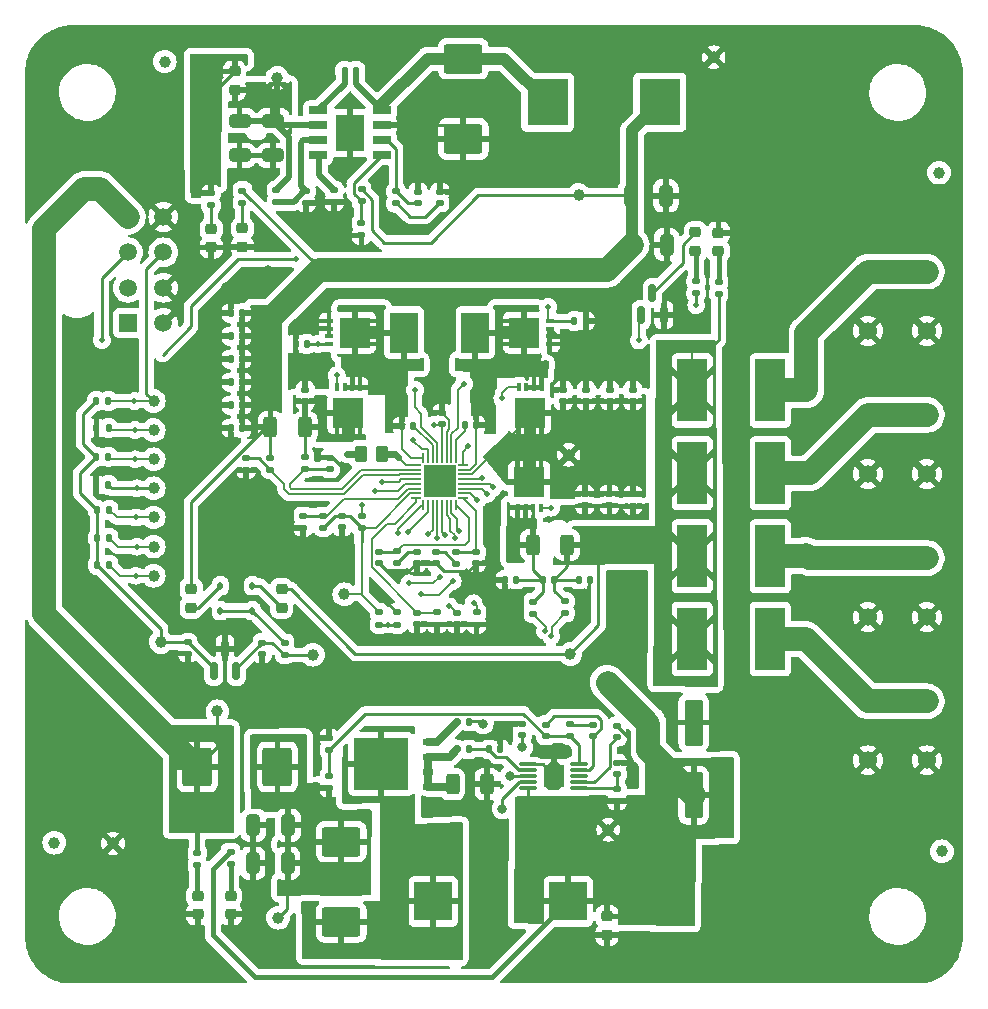
<source format=gtl>
G04 #@! TF.GenerationSoftware,KiCad,Pcbnew,7.0.6-0*
G04 #@! TF.CreationDate,2023-08-16T18:23:02-03:00*
G04 #@! TF.ProjectId,expansao_bateria_rev1.0.0,65787061-6e73-4616-9f5f-626174657269,rev?*
G04 #@! TF.SameCoordinates,Original*
G04 #@! TF.FileFunction,Copper,L1,Top*
G04 #@! TF.FilePolarity,Positive*
%FSLAX46Y46*%
G04 Gerber Fmt 4.6, Leading zero omitted, Abs format (unit mm)*
G04 Created by KiCad (PCBNEW 7.0.6-0) date 2023-08-16 18:23:02*
%MOMM*%
%LPD*%
G01*
G04 APERTURE LIST*
G04 Aperture macros list*
%AMRoundRect*
0 Rectangle with rounded corners*
0 $1 Rounding radius*
0 $2 $3 $4 $5 $6 $7 $8 $9 X,Y pos of 4 corners*
0 Add a 4 corners polygon primitive as box body*
4,1,4,$2,$3,$4,$5,$6,$7,$8,$9,$2,$3,0*
0 Add four circle primitives for the rounded corners*
1,1,$1+$1,$2,$3*
1,1,$1+$1,$4,$5*
1,1,$1+$1,$6,$7*
1,1,$1+$1,$8,$9*
0 Add four rect primitives between the rounded corners*
20,1,$1+$1,$2,$3,$4,$5,0*
20,1,$1+$1,$4,$5,$6,$7,0*
20,1,$1+$1,$6,$7,$8,$9,0*
20,1,$1+$1,$8,$9,$2,$3,0*%
G04 Aperture macros list end*
G04 #@! TA.AperFunction,SMDPad,CuDef*
%ADD10R,2.500000X5.300000*%
G04 #@! TD*
G04 #@! TA.AperFunction,SMDPad,CuDef*
%ADD11RoundRect,0.250000X0.550000X-1.712500X0.550000X1.712500X-0.550000X1.712500X-0.550000X-1.712500X0*%
G04 #@! TD*
G04 #@! TA.AperFunction,SMDPad,CuDef*
%ADD12RoundRect,0.135000X-0.185000X0.135000X-0.185000X-0.135000X0.185000X-0.135000X0.185000X0.135000X0*%
G04 #@! TD*
G04 #@! TA.AperFunction,SMDPad,CuDef*
%ADD13RoundRect,0.135000X0.185000X-0.135000X0.185000X0.135000X-0.185000X0.135000X-0.185000X-0.135000X0*%
G04 #@! TD*
G04 #@! TA.AperFunction,SMDPad,CuDef*
%ADD14R,0.399999X0.700001*%
G04 #@! TD*
G04 #@! TA.AperFunction,SMDPad,CuDef*
%ADD15R,2.550000X2.510000*%
G04 #@! TD*
G04 #@! TA.AperFunction,SMDPad,CuDef*
%ADD16RoundRect,0.218750X-0.256250X0.218750X-0.256250X-0.218750X0.256250X-0.218750X0.256250X0.218750X0*%
G04 #@! TD*
G04 #@! TA.AperFunction,SMDPad,CuDef*
%ADD17RoundRect,0.140000X-0.170000X0.140000X-0.170000X-0.140000X0.170000X-0.140000X0.170000X0.140000X0*%
G04 #@! TD*
G04 #@! TA.AperFunction,SMDPad,CuDef*
%ADD18RoundRect,0.250000X-0.325000X-0.650000X0.325000X-0.650000X0.325000X0.650000X-0.325000X0.650000X0*%
G04 #@! TD*
G04 #@! TA.AperFunction,SMDPad,CuDef*
%ADD19RoundRect,0.140000X-0.140000X-0.170000X0.140000X-0.170000X0.140000X0.170000X-0.140000X0.170000X0*%
G04 #@! TD*
G04 #@! TA.AperFunction,SMDPad,CuDef*
%ADD20C,1.000000*%
G04 #@! TD*
G04 #@! TA.AperFunction,SMDPad,CuDef*
%ADD21RoundRect,0.250000X-0.312500X-0.625000X0.312500X-0.625000X0.312500X0.625000X-0.312500X0.625000X0*%
G04 #@! TD*
G04 #@! TA.AperFunction,SMDPad,CuDef*
%ADD22RoundRect,0.140000X0.140000X0.170000X-0.140000X0.170000X-0.140000X-0.170000X0.140000X-0.170000X0*%
G04 #@! TD*
G04 #@! TA.AperFunction,SMDPad,CuDef*
%ADD23RoundRect,0.075000X0.650000X0.075000X-0.650000X0.075000X-0.650000X-0.075000X0.650000X-0.075000X0*%
G04 #@! TD*
G04 #@! TA.AperFunction,ComponentPad*
%ADD24C,0.500000*%
G04 #@! TD*
G04 #@! TA.AperFunction,SMDPad,CuDef*
%ADD25R,1.680000X1.880000*%
G04 #@! TD*
G04 #@! TA.AperFunction,SMDPad,CuDef*
%ADD26RoundRect,0.150000X0.150000X-0.587500X0.150000X0.587500X-0.150000X0.587500X-0.150000X-0.587500X0*%
G04 #@! TD*
G04 #@! TA.AperFunction,SMDPad,CuDef*
%ADD27RoundRect,0.218750X0.256250X-0.218750X0.256250X0.218750X-0.256250X0.218750X-0.256250X-0.218750X0*%
G04 #@! TD*
G04 #@! TA.AperFunction,SMDPad,CuDef*
%ADD28RoundRect,0.140000X0.170000X-0.140000X0.170000X0.140000X-0.170000X0.140000X-0.170000X-0.140000X0*%
G04 #@! TD*
G04 #@! TA.AperFunction,SMDPad,CuDef*
%ADD29RoundRect,0.135000X0.135000X0.185000X-0.135000X0.185000X-0.135000X-0.185000X0.135000X-0.185000X0*%
G04 #@! TD*
G04 #@! TA.AperFunction,SMDPad,CuDef*
%ADD30RoundRect,0.250000X0.650000X-0.325000X0.650000X0.325000X-0.650000X0.325000X-0.650000X-0.325000X0*%
G04 #@! TD*
G04 #@! TA.AperFunction,SMDPad,CuDef*
%ADD31R,3.500000X4.000000*%
G04 #@! TD*
G04 #@! TA.AperFunction,SMDPad,CuDef*
%ADD32RoundRect,0.050000X-0.337500X-0.050000X0.337500X-0.050000X0.337500X0.050000X-0.337500X0.050000X0*%
G04 #@! TD*
G04 #@! TA.AperFunction,SMDPad,CuDef*
%ADD33RoundRect,0.050000X-0.050000X-0.337500X0.050000X-0.337500X0.050000X0.337500X-0.050000X0.337500X0*%
G04 #@! TD*
G04 #@! TA.AperFunction,ComponentPad*
%ADD34C,0.600000*%
G04 #@! TD*
G04 #@! TA.AperFunction,SMDPad,CuDef*
%ADD35R,2.800000X2.800000*%
G04 #@! TD*
G04 #@! TA.AperFunction,SMDPad,CuDef*
%ADD36RoundRect,0.250000X0.325000X0.650000X-0.325000X0.650000X-0.325000X-0.650000X0.325000X-0.650000X0*%
G04 #@! TD*
G04 #@! TA.AperFunction,SMDPad,CuDef*
%ADD37RoundRect,0.250000X1.000000X-1.400000X1.000000X1.400000X-1.000000X1.400000X-1.000000X-1.400000X0*%
G04 #@! TD*
G04 #@! TA.AperFunction,ComponentPad*
%ADD38C,1.524000*%
G04 #@! TD*
G04 #@! TA.AperFunction,SMDPad,CuDef*
%ADD39RoundRect,0.250000X-1.400000X-1.000000X1.400000X-1.000000X1.400000X1.000000X-1.400000X1.000000X0*%
G04 #@! TD*
G04 #@! TA.AperFunction,SMDPad,CuDef*
%ADD40RoundRect,0.250000X-0.650000X0.325000X-0.650000X-0.325000X0.650000X-0.325000X0.650000X0.325000X0*%
G04 #@! TD*
G04 #@! TA.AperFunction,SMDPad,CuDef*
%ADD41RoundRect,0.225000X-0.250000X0.225000X-0.250000X-0.225000X0.250000X-0.225000X0.250000X0.225000X0*%
G04 #@! TD*
G04 #@! TA.AperFunction,SMDPad,CuDef*
%ADD42RoundRect,0.112500X0.112500X-0.187500X0.112500X0.187500X-0.112500X0.187500X-0.112500X-0.187500X0*%
G04 #@! TD*
G04 #@! TA.AperFunction,SMDPad,CuDef*
%ADD43R,0.700001X0.399999*%
G04 #@! TD*
G04 #@! TA.AperFunction,SMDPad,CuDef*
%ADD44R,2.510000X2.550000*%
G04 #@! TD*
G04 #@! TA.AperFunction,ComponentPad*
%ADD45R,1.520000X1.520000*%
G04 #@! TD*
G04 #@! TA.AperFunction,ComponentPad*
%ADD46C,1.520000*%
G04 #@! TD*
G04 #@! TA.AperFunction,SMDPad,CuDef*
%ADD47R,1.525000X0.650000*%
G04 #@! TD*
G04 #@! TA.AperFunction,SMDPad,CuDef*
%ADD48R,2.400000X3.100000*%
G04 #@! TD*
G04 #@! TA.AperFunction,SMDPad,CuDef*
%ADD49R,3.175000X3.300000*%
G04 #@! TD*
G04 #@! TA.AperFunction,SMDPad,CuDef*
%ADD50R,0.850000X0.500000*%
G04 #@! TD*
G04 #@! TA.AperFunction,SMDPad,CuDef*
%ADD51R,4.550000X4.410000*%
G04 #@! TD*
G04 #@! TA.AperFunction,SMDPad,CuDef*
%ADD52RoundRect,0.250000X-0.262500X-0.450000X0.262500X-0.450000X0.262500X0.450000X-0.262500X0.450000X0*%
G04 #@! TD*
G04 #@! TA.AperFunction,SMDPad,CuDef*
%ADD53R,2.350000X3.500000*%
G04 #@! TD*
G04 #@! TA.AperFunction,ViaPad*
%ADD54C,0.800000*%
G04 #@! TD*
G04 #@! TA.AperFunction,ViaPad*
%ADD55C,0.500000*%
G04 #@! TD*
G04 #@! TA.AperFunction,Conductor*
%ADD56C,0.200000*%
G04 #@! TD*
G04 #@! TA.AperFunction,Conductor*
%ADD57C,2.000000*%
G04 #@! TD*
G04 #@! TA.AperFunction,Conductor*
%ADD58C,0.400000*%
G04 #@! TD*
G04 #@! TA.AperFunction,Conductor*
%ADD59C,0.250000*%
G04 #@! TD*
G04 #@! TA.AperFunction,Conductor*
%ADD60C,0.600000*%
G04 #@! TD*
G04 #@! TA.AperFunction,Conductor*
%ADD61C,1.000000*%
G04 #@! TD*
G04 #@! TA.AperFunction,Conductor*
%ADD62C,0.500000*%
G04 #@! TD*
G04 #@! TA.AperFunction,Conductor*
%ADD63C,0.150000*%
G04 #@! TD*
G04 #@! TA.AperFunction,Conductor*
%ADD64C,0.700000*%
G04 #@! TD*
G04 #@! TA.AperFunction,Conductor*
%ADD65C,0.120000*%
G04 #@! TD*
G04 APERTURE END LIST*
D10*
X56581000Y-37995666D03*
X63181000Y-37995666D03*
D11*
X56706000Y-65274500D03*
X56706000Y-59099500D03*
D12*
X17482000Y-70033000D03*
X17482000Y-71053000D03*
X34952800Y-49784000D03*
X34952800Y-50804000D03*
D13*
X58818000Y-22796500D03*
X58818000Y-21776500D03*
D14*
X28438503Y-30718000D03*
X27788502Y-30718000D03*
X27138503Y-30718000D03*
X26488502Y-30718000D03*
X26488502Y-33817998D03*
X27138500Y-33817998D03*
X27788502Y-33817998D03*
X28438500Y-33817998D03*
D15*
X27463501Y-32912999D03*
D16*
X17826000Y-3980500D03*
X17826000Y-5555500D03*
D17*
X33233200Y-44632000D03*
X33233200Y-45592000D03*
D18*
X51391000Y-14513000D03*
X54341000Y-14513000D03*
D19*
X37333000Y-33929000D03*
X38293000Y-33929000D03*
D20*
X77711000Y-70005000D03*
D16*
X14145000Y-47812000D03*
X14145000Y-49387000D03*
D13*
X26254332Y-15031000D03*
X26254332Y-14011000D03*
D21*
X20866500Y-34107000D03*
X23791500Y-34107000D03*
D22*
X41683000Y-47001000D03*
X40723000Y-47001000D03*
D17*
X47479000Y-39761000D03*
X47479000Y-40721000D03*
D13*
X50205000Y-65776000D03*
X50205000Y-64756000D03*
X31595600Y-50804000D03*
X31595600Y-49784000D03*
D23*
X46992000Y-64650000D03*
X46992000Y-64150000D03*
X46992000Y-63650000D03*
X46992000Y-63150000D03*
X46992000Y-62650000D03*
X42692000Y-62650000D03*
X42692000Y-63150000D03*
X42692000Y-63650000D03*
X42692000Y-64150000D03*
X42692000Y-64650000D03*
D24*
X45392000Y-64300000D03*
X45392000Y-63000000D03*
D25*
X44842000Y-63650000D03*
D24*
X44292000Y-64300000D03*
X44292000Y-63000000D03*
D13*
X56908000Y-22747500D03*
X56908000Y-21727500D03*
D20*
X10976000Y-44207000D03*
D26*
X16068000Y-54755000D03*
X17968000Y-54755000D03*
X17018000Y-52880000D03*
D19*
X46587000Y-25108000D03*
X47547000Y-25108000D03*
X32003000Y-34001000D03*
X32963000Y-34001000D03*
D27*
X14691000Y-75332000D03*
X14691000Y-73757000D03*
D28*
X49574000Y-31896000D03*
X49574000Y-30936000D03*
D17*
X38269000Y-44656000D03*
X38269000Y-45616000D03*
X13875000Y-52300000D03*
X13875000Y-53260000D03*
D29*
X37644000Y-59015000D03*
X36624000Y-59015000D03*
D10*
X56581000Y-30980000D03*
X63181000Y-30980000D03*
D17*
X26917000Y-41615000D03*
X26917000Y-42575000D03*
D20*
X46947000Y-14443000D03*
X2549000Y-69273000D03*
D10*
X56581000Y-45011332D03*
X63181000Y-45011332D03*
D20*
X27109000Y-48248000D03*
X10976000Y-31877000D03*
D17*
X51522000Y-39787000D03*
X51522000Y-40747000D03*
D13*
X23642000Y-42605000D03*
X23642000Y-41585000D03*
D30*
X18244000Y-11089000D03*
X18244000Y-8139000D03*
D22*
X18470000Y-32229000D03*
X17510000Y-32229000D03*
D19*
X27140000Y-3909000D03*
X28100000Y-3909000D03*
D20*
X21446000Y-4536000D03*
D21*
X36285000Y-64315000D03*
X39210000Y-64315000D03*
D12*
X25325000Y-41585000D03*
X25325000Y-42605000D03*
D31*
X44325000Y-6589000D03*
X53825000Y-6589000D03*
D26*
X52252000Y-24602500D03*
X54152000Y-24602500D03*
X53202000Y-22727500D03*
D17*
X49567000Y-39735000D03*
X49567000Y-40695000D03*
D13*
X46193500Y-60220000D03*
X46193500Y-59200000D03*
D20*
X16371000Y-58155000D03*
D32*
X33198500Y-37289000D03*
X33198500Y-37689000D03*
X33198500Y-38089000D03*
X33198500Y-38489000D03*
X33198500Y-38889000D03*
X33198500Y-39289000D03*
X33198500Y-39689000D03*
X33198500Y-40089000D03*
D33*
X33786000Y-40676500D03*
X34186000Y-40676500D03*
X34586000Y-40676500D03*
X34986000Y-40676500D03*
X35386000Y-40676500D03*
X35786000Y-40676500D03*
X36186000Y-40676500D03*
X36586000Y-40676500D03*
D32*
X37173500Y-40089000D03*
X37173500Y-39689000D03*
X37173500Y-39289000D03*
X37173500Y-38889000D03*
X37173500Y-38489000D03*
X37173500Y-38089000D03*
X37173500Y-37689000D03*
X37173500Y-37289000D03*
D33*
X36586000Y-36701500D03*
X36186000Y-36701500D03*
X35786000Y-36701500D03*
X35386000Y-36701500D03*
X34986000Y-36701500D03*
X34586000Y-36701500D03*
X34186000Y-36701500D03*
X33786000Y-36701500D03*
D34*
X34086000Y-37589000D03*
X34086000Y-38689000D03*
X34086000Y-39789000D03*
X35186000Y-37589000D03*
X35186000Y-38689000D03*
D35*
X35186000Y-38689000D03*
D34*
X35186000Y-39789000D03*
X36286000Y-37589000D03*
X36286000Y-38689000D03*
X36286000Y-39789000D03*
D20*
X10976000Y-39275000D03*
D19*
X39374000Y-61383000D03*
X40334000Y-61383000D03*
D28*
X51535500Y-31896000D03*
X51535500Y-30936000D03*
D36*
X54406000Y-18640000D03*
X51456000Y-18640000D03*
D20*
X77467000Y-12536000D03*
D12*
X28570000Y-16844000D03*
X28570000Y-17864000D03*
D20*
X10976000Y-41741000D03*
D37*
X14659000Y-62863000D03*
X21459000Y-62863000D03*
D20*
X46234000Y-53294000D03*
D13*
X23769000Y-37628000D03*
X23769000Y-36608000D03*
D22*
X18469000Y-26382000D03*
X17509000Y-26382000D03*
D38*
X76442000Y-20936000D03*
X71442000Y-20936000D03*
X76442000Y-25936000D03*
X71442000Y-25936000D03*
D12*
X20854000Y-36681000D03*
X20854000Y-37701000D03*
D20*
X11921000Y-3134000D03*
D17*
X33274200Y-49814000D03*
X33274200Y-50774000D03*
D12*
X15824000Y-14281500D03*
X15824000Y-15301500D03*
D10*
X56581000Y-52027000D03*
X63181000Y-52027000D03*
D17*
X30041000Y-44632000D03*
X30041000Y-45592000D03*
D38*
X76442000Y-45176000D03*
X71442000Y-45176000D03*
X76442000Y-50176000D03*
X71442000Y-50176000D03*
D39*
X26855000Y-69184000D03*
X26855000Y-75984000D03*
D16*
X56836000Y-17600000D03*
X56836000Y-19175000D03*
D17*
X18824000Y-36746000D03*
X18824000Y-37706000D03*
D20*
X24457000Y-53370000D03*
D40*
X21094000Y-8139000D03*
X21094000Y-11089000D03*
D18*
X19403000Y-67791000D03*
X22353000Y-67791000D03*
D22*
X18469000Y-30280000D03*
X17509000Y-30280000D03*
D13*
X28575000Y-14975000D03*
X28575000Y-13955000D03*
D20*
X21511500Y-75627000D03*
D27*
X17499000Y-75342500D03*
X17499000Y-73767500D03*
D20*
X10976000Y-46673000D03*
D17*
X20161000Y-52333000D03*
X20161000Y-53293000D03*
D18*
X19368000Y-71008000D03*
X22318000Y-71008000D03*
D12*
X30082000Y-49784000D03*
X30082000Y-50804000D03*
D41*
X49352000Y-75523000D03*
X49352000Y-77073000D03*
D42*
X19331000Y-49627000D03*
X19331000Y-47527000D03*
D14*
X41807999Y-40917998D03*
X42458000Y-40917998D03*
X43107999Y-40917998D03*
X43758000Y-40917998D03*
X43758000Y-37818000D03*
X43108002Y-37818000D03*
X42458000Y-37818000D03*
X41808002Y-37818000D03*
D15*
X42783001Y-38722999D03*
D29*
X7154000Y-34176000D03*
X6134000Y-34176000D03*
D43*
X44498000Y-27058001D03*
X44498000Y-26408000D03*
X44498000Y-25758001D03*
X44498000Y-25108000D03*
X41398002Y-25108000D03*
X41398002Y-25757998D03*
X41398002Y-26408000D03*
X41398002Y-27057998D03*
D44*
X42303001Y-26082999D03*
D29*
X37639000Y-61383000D03*
X36619000Y-61383000D03*
D43*
X25813501Y-25107997D03*
X25813501Y-25757998D03*
X25813501Y-26407997D03*
X25813501Y-27057998D03*
X28913499Y-27057998D03*
X28913499Y-26408000D03*
X28913499Y-25757998D03*
X28913499Y-25108000D03*
D44*
X28008500Y-26082999D03*
D17*
X50205000Y-59381000D03*
X50205000Y-60341000D03*
D28*
X35403000Y-33825000D03*
X35403000Y-32865000D03*
D20*
X10976000Y-34343000D03*
D16*
X21814000Y-47812000D03*
X21814000Y-49387000D03*
D45*
X8799000Y-25288000D03*
D46*
X8799000Y-22288000D03*
X8799000Y-19288000D03*
X8799000Y-16288000D03*
X11799000Y-25288000D03*
X11799000Y-22288000D03*
X11799000Y-19288000D03*
X11799000Y-16288000D03*
D20*
X11594000Y-52279000D03*
D17*
X34911800Y-44656000D03*
X34911800Y-45616000D03*
X48204250Y-59309000D03*
X48204250Y-60269000D03*
D12*
X45792000Y-48838000D03*
X45792000Y-49858000D03*
D19*
X46979000Y-47001000D03*
X47939000Y-47001000D03*
X43921000Y-46992000D03*
X44881000Y-46992000D03*
D47*
X24897000Y-7259000D03*
X24897000Y-8529000D03*
X24897000Y-9799000D03*
X24897000Y-11069000D03*
X30321000Y-11069000D03*
X30321000Y-9799000D03*
X30321000Y-8529000D03*
X30321000Y-7259000D03*
D48*
X27609000Y-9164000D03*
D12*
X21361000Y-14001000D03*
X21361000Y-15021000D03*
D17*
X35186000Y-14159000D03*
X35186000Y-15119000D03*
D12*
X31501000Y-14129000D03*
X31501000Y-15149000D03*
D27*
X15850000Y-18878000D03*
X15850000Y-17303000D03*
D28*
X44182750Y-60238000D03*
X44182750Y-59278000D03*
D39*
X37183000Y-2899000D03*
X37183000Y-9699000D03*
D28*
X50205000Y-63494334D03*
X50205000Y-62534334D03*
D22*
X18470000Y-34178000D03*
X17510000Y-34178000D03*
D27*
X18493000Y-18839500D03*
X18493000Y-17264500D03*
D20*
X46105000Y-36436000D03*
D21*
X43076500Y-44071000D03*
X46001500Y-44071000D03*
D49*
X46077000Y-74239000D03*
X34647000Y-74239000D03*
D28*
X25939000Y-37625000D03*
X25939000Y-36665000D03*
D13*
X25839000Y-61406000D03*
X25839000Y-60386000D03*
D50*
X34186000Y-64519000D03*
X34186000Y-63249000D03*
X34186000Y-61979000D03*
X34186000Y-60709000D03*
D51*
X30236000Y-62614000D03*
D12*
X14663000Y-70137000D03*
X14663000Y-71157000D03*
X23869000Y-14105000D03*
X23869000Y-15125000D03*
D28*
X47612500Y-31896000D03*
X47612500Y-30936000D03*
D52*
X28493500Y-36351000D03*
X30318500Y-36351000D03*
D20*
X58385000Y-2766000D03*
D17*
X36631400Y-49814000D03*
X36631400Y-50774000D03*
D13*
X31554600Y-45622000D03*
X31554600Y-44602000D03*
D29*
X7145000Y-31885000D03*
X6125000Y-31885000D03*
X7211000Y-41119000D03*
X6191000Y-41119000D03*
D28*
X45651000Y-31896000D03*
X45651000Y-30936000D03*
D12*
X38310000Y-49784000D03*
X38310000Y-50804000D03*
D17*
X42182000Y-59217000D03*
X42182000Y-60177000D03*
D20*
X10976000Y-36809000D03*
D13*
X25839000Y-64661000D03*
X25839000Y-63641000D03*
D14*
X43823002Y-30718000D03*
X43173001Y-30718000D03*
X42523002Y-30718000D03*
X41873001Y-30718000D03*
X41873001Y-33817998D03*
X42522999Y-33817998D03*
X43173001Y-33817998D03*
X43822999Y-33817998D03*
D15*
X42848000Y-32912999D03*
D20*
X49458000Y-68179000D03*
D16*
X58797000Y-17625500D03*
X58797000Y-19200500D03*
D20*
X7529000Y-69342000D03*
D22*
X18469000Y-24433000D03*
X17509000Y-24433000D03*
D38*
X76442000Y-57296000D03*
X71442000Y-57296000D03*
X76442000Y-62296000D03*
X71442000Y-62296000D03*
X76442000Y-33056000D03*
X71442000Y-33056000D03*
X76442000Y-38056000D03*
X71442000Y-38056000D03*
D29*
X7149000Y-36604000D03*
X6129000Y-36604000D03*
D12*
X28582000Y-41585000D03*
X28582000Y-42605000D03*
D28*
X33348500Y-15119000D03*
X33348500Y-14159000D03*
D13*
X43110000Y-49885000D03*
X43110000Y-48865000D03*
D53*
X32161000Y-26082999D03*
X38211000Y-26082999D03*
D29*
X7146000Y-38993000D03*
X6126000Y-38993000D03*
D22*
X23948000Y-27051000D03*
X22988000Y-27051000D03*
D13*
X36590400Y-45646000D03*
X36590400Y-44626000D03*
D29*
X7214000Y-43489000D03*
X6194000Y-43489000D03*
D22*
X18469000Y-28331000D03*
X17509000Y-28331000D03*
D12*
X22074000Y-52356000D03*
X22074000Y-53376000D03*
X18493000Y-14059000D03*
X18493000Y-15079000D03*
D17*
X23804000Y-30934000D03*
X23804000Y-31894000D03*
D42*
X16628000Y-49627000D03*
X16628000Y-47527000D03*
D29*
X7211000Y-45761000D03*
X6191000Y-45761000D03*
D54*
X49398000Y-36332000D03*
X49405000Y-55721000D03*
X49409000Y-38022000D03*
X49396000Y-37169000D03*
X40537000Y-59909000D03*
D55*
X30812000Y-49052000D03*
D54*
X20659000Y-20767000D03*
D55*
X57609000Y-25490000D03*
D54*
X38599000Y-66682000D03*
X17102000Y-22226000D03*
D55*
X27461000Y-11784000D03*
D54*
X45976000Y-41424000D03*
D55*
X19407000Y-73679000D03*
X27623000Y-6578000D03*
D54*
X27379000Y-18720000D03*
D55*
X26524000Y-12487000D03*
D54*
X47499000Y-49337000D03*
D55*
X50785000Y-61419000D03*
X27168000Y-37687000D03*
X20963000Y-31491000D03*
X27375000Y-36351000D03*
D54*
X54291000Y-44898000D03*
X54253000Y-52028000D03*
X54183000Y-38059000D03*
X54309000Y-30980000D03*
D55*
X34697000Y-33897000D03*
X28586000Y-40694548D03*
X35981144Y-49264256D03*
X31689000Y-43060000D03*
D54*
X42169500Y-61202000D03*
X40508500Y-66405000D03*
D55*
X23029000Y-19885000D03*
X56910000Y-23789000D03*
D54*
X66231000Y-30980000D03*
X66502334Y-37995666D03*
X66202000Y-44891000D03*
X66210000Y-52026000D03*
D55*
X26472000Y-29697000D03*
X32910000Y-35171000D03*
X40492000Y-31661000D03*
X37626000Y-35701000D03*
X44648000Y-40917998D03*
X38779000Y-38363000D03*
X44376000Y-23887000D03*
X37250000Y-30409000D03*
X24889000Y-27057998D03*
X33110000Y-30934000D03*
X38365000Y-40265000D03*
X30841000Y-50804000D03*
X34211454Y-43136246D03*
X9481000Y-41741000D03*
X32526000Y-42978000D03*
X38057000Y-49010000D03*
X6586000Y-26714000D03*
X32620000Y-47316000D03*
X35186000Y-46766000D03*
X34981000Y-43502500D03*
X9532000Y-44207000D03*
X33628000Y-48233000D03*
X9445000Y-46673000D03*
X35612896Y-43202482D03*
X36285000Y-47144000D03*
X9351000Y-31877000D03*
X30285500Y-38711291D03*
X52059000Y-26754000D03*
X36831000Y-42854000D03*
X9435000Y-36809000D03*
D54*
X41145500Y-63650000D03*
X38858500Y-59194000D03*
D55*
X29696103Y-39514103D03*
X9416000Y-34343000D03*
X39717166Y-39199834D03*
X44113001Y-51326000D03*
X39186834Y-39730166D03*
X44616484Y-51811601D03*
X36452625Y-43442334D03*
X9535000Y-39275000D03*
D56*
X41873001Y-34158160D02*
X41873001Y-33817998D01*
D57*
X52870000Y-61438500D02*
X56706000Y-65274500D01*
D58*
X15998000Y-77105000D02*
X19567000Y-80674000D01*
D57*
X52870000Y-59186000D02*
X52870000Y-61438500D01*
D58*
X39642000Y-80674000D02*
X46077000Y-74239000D01*
X17482000Y-70033000D02*
X17425396Y-70033000D01*
D57*
X49405000Y-55721000D02*
X52870000Y-59186000D01*
D58*
X15998000Y-71460396D02*
X15998000Y-77105000D01*
D56*
X37942161Y-38089000D02*
X41873001Y-34158160D01*
D58*
X19567000Y-80674000D02*
X39642000Y-80674000D01*
D59*
X42692000Y-64650000D02*
X42692000Y-66550500D01*
D56*
X37173500Y-38089000D02*
X37942161Y-38089000D01*
D58*
X17425396Y-70033000D02*
X15998000Y-71460396D01*
D59*
X44498000Y-25758001D02*
X45176999Y-26437000D01*
X26146000Y-36665000D02*
X27168000Y-37687000D01*
X34911800Y-45616000D02*
X35536800Y-46241000D01*
X51163000Y-61041000D02*
X50785000Y-61419000D01*
X51163000Y-60331391D02*
X51163000Y-61041000D01*
D56*
X36013000Y-33475000D02*
X36013000Y-34272000D01*
D59*
X36013000Y-8529000D02*
X37183000Y-9699000D01*
D56*
X35786000Y-34499000D02*
X35786000Y-36701500D01*
D59*
X32608200Y-46217000D02*
X33233200Y-45592000D01*
X25939000Y-36665000D02*
X26146000Y-36665000D01*
X35536800Y-46241000D02*
X37644000Y-46241000D01*
D56*
X35403000Y-32865000D02*
X36013000Y-33475000D01*
D59*
X50205000Y-59381000D02*
X50212609Y-59381000D01*
X31595600Y-49784000D02*
X31595600Y-49780600D01*
X33179000Y-14030000D02*
X33308000Y-14159000D01*
X47547000Y-26130000D02*
X47547000Y-25108000D01*
X50212609Y-59381000D02*
X51163000Y-60331391D01*
X30666000Y-46217000D02*
X32608200Y-46217000D01*
X47240000Y-26437000D02*
X47547000Y-26130000D01*
X18829000Y-37701000D02*
X18824000Y-37706000D01*
X31595600Y-49780600D02*
X31540600Y-49780600D01*
X42692000Y-62650000D02*
X43942000Y-62650000D01*
D56*
X36013000Y-34272000D02*
X35786000Y-34499000D01*
D59*
X37644000Y-46241000D02*
X38269000Y-45616000D01*
X30321000Y-8529000D02*
X36013000Y-8529000D01*
X30041000Y-45592000D02*
X30666000Y-46217000D01*
X45176999Y-26437000D02*
X47240000Y-26437000D01*
X43942000Y-62650000D02*
X44292000Y-63000000D01*
X31540600Y-49780600D02*
X30812000Y-49052000D01*
X34456000Y-18461000D02*
X38474000Y-14443000D01*
X38474000Y-14443000D02*
X46947000Y-14443000D01*
D60*
X28493500Y-36351000D02*
X27375000Y-36351000D01*
D57*
X49318000Y-20778000D02*
X51456000Y-18640000D01*
D59*
X20854000Y-36681000D02*
X20854000Y-34119500D01*
X20495391Y-34107000D02*
X20866500Y-34107000D01*
X18493000Y-14059000D02*
X24968000Y-20534000D01*
X20854000Y-34119500D02*
X20866500Y-34107000D01*
X51321000Y-14443000D02*
X51391000Y-14513000D01*
X28575000Y-13955000D02*
X29452000Y-14832000D01*
X24968000Y-20534000D02*
X24968000Y-20778000D01*
X14145000Y-47812000D02*
X14145000Y-40457391D01*
X29452000Y-14832000D02*
X29452000Y-17414000D01*
X30499000Y-18461000D02*
X34456000Y-18461000D01*
D57*
X20681000Y-25065000D02*
X24968000Y-20778000D01*
D61*
X51456000Y-8958000D02*
X51456000Y-18640000D01*
D59*
X29452000Y-17414000D02*
X30499000Y-18461000D01*
X14145000Y-40457391D02*
X20495391Y-34107000D01*
D57*
X24968000Y-20778000D02*
X49318000Y-20778000D01*
D59*
X46947000Y-14443000D02*
X51321000Y-14443000D01*
D61*
X53825000Y-6589000D02*
X51456000Y-8958000D01*
D56*
X34586000Y-35624000D02*
X34586000Y-36701500D01*
X32963000Y-34001000D02*
X34586000Y-35624000D01*
X36586000Y-35192000D02*
X36586000Y-36701500D01*
X37333000Y-34445000D02*
X36586000Y-35192000D01*
X37333000Y-33929000D02*
X37333000Y-34445000D01*
D59*
X46241000Y-53264000D02*
X28046000Y-53264000D01*
X46001500Y-44071000D02*
X46001500Y-45871500D01*
X48621000Y-45378000D02*
X47314000Y-44071000D01*
X28046000Y-53264000D02*
X22594000Y-47812000D01*
X47314000Y-44071000D02*
X46001500Y-44071000D01*
D56*
X56581000Y-27155000D02*
X56581000Y-30980000D01*
D59*
X44881000Y-46992000D02*
X46970000Y-46992000D01*
X58818000Y-26703173D02*
X58366173Y-27155000D01*
X48621000Y-45378000D02*
X48621000Y-50884000D01*
X44881000Y-46992000D02*
X44881000Y-47927000D01*
X44881000Y-47927000D02*
X45792000Y-48838000D01*
X46970000Y-46992000D02*
X46979000Y-47001000D01*
X58818000Y-22796500D02*
X58818000Y-26703173D01*
X48621000Y-50884000D02*
X46241000Y-53264000D01*
X46001500Y-45871500D02*
X44881000Y-46992000D01*
X58366173Y-27155000D02*
X56581000Y-27155000D01*
X22594000Y-47812000D02*
X21814000Y-47812000D01*
D56*
X35403000Y-33930000D02*
X35403000Y-33825000D01*
X35331000Y-33897000D02*
X35403000Y-33825000D01*
X28586000Y-41581000D02*
X28582000Y-41585000D01*
X34697000Y-33897000D02*
X35331000Y-33897000D01*
X35386000Y-33842000D02*
X35403000Y-33825000D01*
X28586000Y-40694548D02*
X28586000Y-41581000D01*
X35386000Y-36701500D02*
X35386000Y-33842000D01*
D59*
X26315000Y-41615000D02*
X26917000Y-41615000D01*
X25325000Y-42605000D02*
X26315000Y-41615000D01*
D56*
X27109000Y-48248000D02*
X28515000Y-48248000D01*
D59*
X26917000Y-41615000D02*
X27592000Y-41615000D01*
D56*
X28582000Y-48284000D02*
X30082000Y-49784000D01*
D59*
X28582000Y-42605000D02*
X28582000Y-43811600D01*
D56*
X29800025Y-42605000D02*
X28582000Y-42605000D01*
X33198500Y-39689000D02*
X32716025Y-39689000D01*
D59*
X27592000Y-41615000D02*
X28582000Y-42605000D01*
D56*
X28582000Y-48181000D02*
X28582000Y-48284000D01*
X28582000Y-43811600D02*
X28582000Y-48181000D01*
X28515000Y-48248000D02*
X28582000Y-48181000D01*
X32716025Y-39689000D02*
X29800025Y-42605000D01*
X31382359Y-42261641D02*
X30733000Y-42261641D01*
X33274200Y-49814000D02*
X34922800Y-49814000D01*
X33198500Y-40089000D02*
X33198500Y-40445500D01*
X33198500Y-40445500D02*
X31382359Y-42261641D01*
X29431000Y-45970800D02*
X33274200Y-49814000D01*
X29431000Y-43563641D02*
X29431000Y-45970800D01*
X30733000Y-42261641D02*
X29431000Y-43563641D01*
X32104600Y-44052000D02*
X31554600Y-44602000D01*
X36586000Y-40676500D02*
X37668000Y-41758500D01*
X37311000Y-44052000D02*
X32104600Y-44052000D01*
X37668000Y-41758500D02*
X37668000Y-43695000D01*
D59*
X30041000Y-44632000D02*
X31524600Y-44632000D01*
X31524600Y-44632000D02*
X31554600Y-44602000D01*
D56*
X37668000Y-43695000D02*
X37311000Y-44052000D01*
X31689000Y-42685000D02*
X33697500Y-40676500D01*
X31689000Y-43060000D02*
X31689000Y-42685000D01*
X33697500Y-40676500D02*
X33786000Y-40676500D01*
X35981144Y-49264256D02*
X36081656Y-49264256D01*
X36081656Y-49264256D02*
X36631400Y-49814000D01*
D59*
X32544600Y-44632000D02*
X33233200Y-44632000D01*
X31554600Y-45622000D02*
X32544600Y-44632000D01*
D56*
X38269000Y-41184500D02*
X38269000Y-44656000D01*
D59*
X38239000Y-44626000D02*
X38269000Y-44656000D01*
D56*
X37173500Y-40089000D02*
X38269000Y-41184500D01*
D59*
X36590400Y-44626000D02*
X38239000Y-44626000D01*
X35600400Y-44656000D02*
X36590400Y-45646000D01*
X34911800Y-44656000D02*
X35600400Y-44656000D01*
X46992000Y-64150000D02*
X48286943Y-64150000D01*
X49570000Y-60976000D02*
X50205000Y-60341000D01*
X48286943Y-64150000D02*
X49570000Y-62866943D01*
X49570000Y-62866943D02*
X49570000Y-60976000D01*
X42182000Y-61189500D02*
X42182000Y-60177000D01*
X42169500Y-61202000D02*
X42182000Y-61189500D01*
X41901315Y-64150000D02*
X40508500Y-65542815D01*
X42692000Y-64150000D02*
X41901315Y-64150000D01*
X40508500Y-65542815D02*
X40508500Y-66405000D01*
X42692000Y-63150000D02*
X41901315Y-63150000D01*
X40001391Y-62018000D02*
X39374000Y-61390609D01*
X41642000Y-62888500D02*
X40771500Y-62018000D01*
X39374000Y-61390609D02*
X39374000Y-61383000D01*
X41642000Y-62890685D02*
X41642000Y-62888500D01*
X37639000Y-61383000D02*
X39374000Y-61383000D01*
X40771500Y-62018000D02*
X40001391Y-62018000D01*
X41901315Y-63150000D02*
X41642000Y-62890685D01*
X22233500Y-72518500D02*
X22216000Y-72501000D01*
X22233500Y-72518500D02*
X22233500Y-71092500D01*
X22233500Y-74905000D02*
X22233500Y-72518500D01*
X21511500Y-75627000D02*
X22233500Y-74905000D01*
X22233500Y-71092500D02*
X22318000Y-71008000D01*
X46992000Y-61018500D02*
X46193500Y-60220000D01*
X28905000Y-58340000D02*
X25839000Y-61406000D01*
X46193500Y-60220000D02*
X44200750Y-60220000D01*
X44182750Y-60238000D02*
X44175141Y-60238000D01*
X46992000Y-62650000D02*
X46992000Y-61018500D01*
X42277141Y-58340000D02*
X28905000Y-58340000D01*
X44200750Y-60220000D02*
X44182750Y-60238000D01*
X44175141Y-60238000D02*
X42277141Y-58340000D01*
X25839000Y-61406000D02*
X25839000Y-63641000D01*
X46992000Y-63150000D02*
X47843000Y-63150000D01*
X48204250Y-62788750D02*
X48204250Y-60269000D01*
X48839250Y-59641609D02*
X48839250Y-58920250D01*
X44891750Y-58569000D02*
X44182750Y-59278000D01*
X48839250Y-58920250D02*
X48488000Y-58569000D01*
X47843000Y-63150000D02*
X48204250Y-62788750D01*
X48211859Y-60269000D02*
X48839250Y-59641609D01*
X48488000Y-58569000D02*
X44891750Y-58569000D01*
X48204250Y-60269000D02*
X48211859Y-60269000D01*
X46302500Y-59309000D02*
X46193500Y-59200000D01*
X48204250Y-59309000D02*
X46302500Y-59309000D01*
X22074000Y-53376000D02*
X24451000Y-53376000D01*
X24451000Y-53376000D02*
X24457000Y-53370000D01*
X20153391Y-52333000D02*
X20161000Y-52333000D01*
X21031000Y-52333000D02*
X22074000Y-53376000D01*
X17968000Y-54755000D02*
X17968000Y-54518391D01*
X20161000Y-52333000D02*
X21031000Y-52333000D01*
X17968000Y-54518391D02*
X20153391Y-52333000D01*
X14140000Y-23870000D02*
X14140000Y-25544000D01*
X6125000Y-45695000D02*
X6191000Y-45761000D01*
X14140000Y-25544000D02*
X11725422Y-27958578D01*
X6191000Y-41119000D02*
X6191000Y-43486000D01*
X11594000Y-51164000D02*
X11594000Y-52279000D01*
X6129000Y-36604000D02*
X5033000Y-35508000D01*
X4759000Y-39687000D02*
X6191000Y-41119000D01*
X23029000Y-19885000D02*
X18125000Y-19885000D01*
X5033000Y-32977000D02*
X6125000Y-31885000D01*
X6191000Y-43486000D02*
X6194000Y-43489000D01*
X13882609Y-52300000D02*
X16068000Y-54485391D01*
X4759000Y-37974000D02*
X6129000Y-36604000D01*
X18125000Y-19885000D02*
X14140000Y-23870000D01*
X4759000Y-38962000D02*
X4759000Y-37974000D01*
X11615000Y-52300000D02*
X11594000Y-52279000D01*
X6194000Y-43489000D02*
X6194000Y-45758000D01*
X6194000Y-45758000D02*
X6191000Y-45761000D01*
X56910000Y-23789000D02*
X56910000Y-22749500D01*
X13875000Y-52300000D02*
X11615000Y-52300000D01*
X56910000Y-22749500D02*
X56908000Y-22747500D01*
X4759000Y-38545000D02*
X4759000Y-39687000D01*
X13875000Y-52300000D02*
X13882609Y-52300000D01*
X5033000Y-35508000D02*
X5033000Y-32977000D01*
X6191000Y-45761000D02*
X11594000Y-51164000D01*
X16068000Y-54485391D02*
X16068000Y-54755000D01*
D62*
X24897000Y-8529000D02*
X21484000Y-8529000D01*
X21446000Y-4536000D02*
X21446000Y-7787000D01*
X21446000Y-7787000D02*
X21094000Y-8139000D01*
X21484000Y-8529000D02*
X21094000Y-8139000D01*
X22444000Y-12918000D02*
X22444000Y-9489000D01*
X21361000Y-14001000D02*
X22444000Y-12918000D01*
X22444000Y-9489000D02*
X21094000Y-8139000D01*
X27140000Y-3909000D02*
X27140000Y-5016000D01*
X27140000Y-5016000D02*
X24897000Y-7259000D01*
D59*
X32712000Y-16261000D02*
X33973000Y-16261000D01*
X31501000Y-15050000D02*
X32712000Y-16261000D01*
X33973000Y-16261000D02*
X35186000Y-15048000D01*
X31501000Y-14129000D02*
X32491000Y-15119000D01*
X30758500Y-9799000D02*
X31501000Y-10541500D01*
X32491000Y-15119000D02*
X33348500Y-15119000D01*
X31501000Y-10541500D02*
X31501000Y-14030000D01*
X30321000Y-9799000D02*
X30758500Y-9799000D01*
X19331000Y-49627000D02*
X22060000Y-52356000D01*
X22060000Y-52356000D02*
X22074000Y-52356000D01*
X16628000Y-49627000D02*
X19331000Y-49627000D01*
X19331000Y-47527000D02*
X19954000Y-47527000D01*
X19954000Y-47527000D02*
X21814000Y-49387000D01*
X14768000Y-49387000D02*
X16628000Y-47527000D01*
X14145000Y-49387000D02*
X14768000Y-49387000D01*
X53202000Y-22727500D02*
X55771000Y-20158500D01*
X55771000Y-18665000D02*
X56836000Y-17600000D01*
X55771000Y-20158500D02*
X55771000Y-18665000D01*
D58*
X56908000Y-21727500D02*
X56908000Y-19247000D01*
X56908000Y-19247000D02*
X56836000Y-19175000D01*
D59*
X18493000Y-15079000D02*
X18493000Y-17264500D01*
D58*
X17482000Y-71053000D02*
X17482000Y-73750500D01*
X17482000Y-73750500D02*
X17499000Y-73767500D01*
D59*
X15824000Y-15301500D02*
X15824000Y-17277000D01*
X15824000Y-17277000D02*
X15850000Y-17303000D01*
D58*
X14663000Y-73729000D02*
X14691000Y-73757000D01*
X14663000Y-71157000D02*
X14663000Y-73729000D01*
X58818000Y-19221500D02*
X58797000Y-19200500D01*
X58818000Y-21776500D02*
X58818000Y-19221500D01*
D59*
X15824000Y-14281500D02*
X15824000Y-5982500D01*
X15824000Y-5982500D02*
X17826000Y-3980500D01*
X15835000Y-14270500D02*
X15824000Y-14281500D01*
D57*
X66231000Y-26147000D02*
X71442000Y-20936000D01*
X71442000Y-20936000D02*
X76442000Y-20936000D01*
X66231000Y-30980000D02*
X63181000Y-30980000D01*
X66231000Y-30980000D02*
X66231000Y-26147000D01*
X66502334Y-37995666D02*
X63181000Y-37995666D01*
X71442000Y-33056000D02*
X66502334Y-37995666D01*
X76442000Y-33056000D02*
X71442000Y-33056000D01*
D61*
X66202000Y-44891000D02*
X63301332Y-44891000D01*
D57*
X66322332Y-45011332D02*
X63181000Y-45011332D01*
X66487000Y-45176000D02*
X66202000Y-44891000D01*
X71442000Y-45176000D02*
X66487000Y-45176000D01*
X76442000Y-45176000D02*
X71442000Y-45176000D01*
X66487000Y-45176000D02*
X66322332Y-45011332D01*
D61*
X63301332Y-44891000D02*
X63181000Y-45011332D01*
X66210000Y-52026000D02*
X63182000Y-52026000D01*
X63182000Y-52026000D02*
X63181000Y-52027000D01*
D57*
X76442000Y-57296000D02*
X71442000Y-57296000D01*
X71442000Y-57296000D02*
X66173000Y-52027000D01*
D61*
X65952000Y-52026000D02*
X63182000Y-52026000D01*
D57*
X66173000Y-52027000D02*
X63181000Y-52027000D01*
D61*
X66210000Y-52026000D02*
X65952000Y-52026000D01*
D56*
X33670686Y-35949686D02*
X32861000Y-35140000D01*
X34186000Y-36701500D02*
X34186000Y-35949686D01*
D63*
X26472000Y-29697000D02*
X26472000Y-30701498D01*
D56*
X34186000Y-35949686D02*
X33670686Y-35949686D01*
D63*
X26472000Y-30701498D02*
X26488502Y-30718000D01*
X32861000Y-35140000D02*
X32892000Y-35171000D01*
X32892000Y-35171000D02*
X32910000Y-35171000D01*
D56*
X40492000Y-31661000D02*
X40492000Y-31183000D01*
X37626000Y-35715000D02*
X37626000Y-35701000D01*
X40492000Y-31183000D02*
X40957000Y-30718000D01*
X37173500Y-37289000D02*
X37173500Y-36167500D01*
X37173500Y-36167500D02*
X37626000Y-35715000D01*
X40957000Y-30718000D02*
X41873001Y-30718000D01*
D63*
X38779000Y-38489000D02*
X38779000Y-38363000D01*
X37173500Y-38489000D02*
X38779000Y-38489000D01*
X44648000Y-40917998D02*
X43758000Y-40917998D01*
D56*
X36726000Y-30905000D02*
X37231000Y-30400000D01*
D63*
X44376000Y-23887000D02*
X44376000Y-24986000D01*
D56*
X36186000Y-36701500D02*
X36186000Y-34664686D01*
X46574000Y-25121000D02*
X46587000Y-25108000D01*
X36726000Y-34124686D02*
X36726000Y-30905000D01*
X36186000Y-34664686D02*
X36726000Y-34124686D01*
X44498000Y-25108000D02*
X44498000Y-25121000D01*
D63*
X44376000Y-24986000D02*
X44498000Y-25108000D01*
X37241000Y-30400000D02*
X37250000Y-30409000D01*
X37231000Y-30400000D02*
X37241000Y-30400000D01*
D59*
X44498000Y-25121000D02*
X46574000Y-25121000D01*
D56*
X33594000Y-32948254D02*
X33074000Y-32428254D01*
X33594000Y-34066314D02*
X33594000Y-32948254D01*
D63*
X33104000Y-30940000D02*
X33110000Y-30934000D01*
D56*
X34986000Y-35458314D02*
X33594000Y-34066314D01*
X34986000Y-36701500D02*
X34986000Y-35458314D01*
X23954998Y-27057998D02*
X23948000Y-27051000D01*
D59*
X24889000Y-27057998D02*
X23954998Y-27057998D01*
D56*
X33074000Y-32428254D02*
X33074000Y-30940000D01*
D59*
X25813501Y-27057998D02*
X24889000Y-27057998D01*
D63*
X33074000Y-30940000D02*
X33104000Y-30940000D01*
D64*
X34186000Y-64519000D02*
X34186000Y-61979000D01*
X36081000Y-64519000D02*
X36285000Y-64315000D01*
X34186000Y-64519000D02*
X36081000Y-64519000D01*
X36023000Y-61979000D02*
X36619000Y-61383000D01*
X34186000Y-61979000D02*
X36023000Y-61979000D01*
X34186000Y-60709000D02*
X34930000Y-60709000D01*
X34930000Y-60709000D02*
X36624000Y-59015000D01*
D56*
X32341000Y-37289000D02*
X31662000Y-36610000D01*
D60*
X31662000Y-36610000D02*
X31403000Y-36351000D01*
X31403000Y-36351000D02*
X30318500Y-36351000D01*
D63*
X33198500Y-37289000D02*
X32341000Y-37289000D01*
D56*
X37735000Y-39689000D02*
X38311000Y-40265000D01*
X37173500Y-39689000D02*
X37839000Y-39689000D01*
X37173500Y-39689000D02*
X37735000Y-39689000D01*
D59*
X30841000Y-50804000D02*
X31778000Y-50804000D01*
D56*
X38311000Y-40265000D02*
X38365000Y-40265000D01*
D59*
X30082000Y-50804000D02*
X30841000Y-50804000D01*
D56*
X31694339Y-40145000D02*
X27118871Y-40145000D01*
D59*
X25325000Y-41585000D02*
X23642000Y-41585000D01*
D56*
X33198500Y-39289000D02*
X32550339Y-39289000D01*
X25678871Y-41585000D02*
X25325000Y-41585000D01*
X32550339Y-39289000D02*
X31694339Y-40145000D01*
X27118871Y-40145000D02*
X25678871Y-41585000D01*
X34211454Y-43136246D02*
X34586000Y-42761700D01*
X34586000Y-42761700D02*
X34586000Y-40676500D01*
X7833000Y-41741000D02*
X10976000Y-41741000D01*
X7211000Y-41119000D02*
X7833000Y-41741000D01*
X32526000Y-42978000D02*
X33516056Y-41987944D01*
X33516056Y-41987944D02*
X33516056Y-41986944D01*
X38310000Y-49263000D02*
X38057000Y-49010000D01*
X34186000Y-41317000D02*
X34186000Y-40676500D01*
X33516056Y-41986944D02*
X34186000Y-41317000D01*
X38310000Y-49784000D02*
X38310000Y-49263000D01*
X7214000Y-43489000D02*
X7932000Y-44207000D01*
X32620000Y-47316000D02*
X34487000Y-47316000D01*
X34636000Y-47316000D02*
X35186000Y-46766000D01*
X7932000Y-44207000D02*
X10976000Y-44207000D01*
D59*
X6586000Y-21501000D02*
X8799000Y-19288000D01*
X6586000Y-26714000D02*
X6586000Y-21501000D01*
D56*
X34986000Y-43497500D02*
X34986000Y-40676500D01*
X34487000Y-47316000D02*
X34636000Y-47316000D01*
X34981000Y-43502500D02*
X34986000Y-43497500D01*
X8123000Y-46673000D02*
X9445000Y-46673000D01*
X36285000Y-47144000D02*
X35093000Y-48336000D01*
X7211000Y-45761000D02*
X8123000Y-46673000D01*
X33731000Y-48336000D02*
X33628000Y-48233000D01*
X35386000Y-42975586D02*
X35386000Y-40676500D01*
X35612896Y-43202482D02*
X35386000Y-42975586D01*
X9445000Y-46673000D02*
X10976000Y-46673000D01*
X35093000Y-48336000D02*
X33731000Y-48336000D01*
X30285500Y-38711291D02*
X31725402Y-38711291D01*
D59*
X10351000Y-20736000D02*
X10351000Y-31252000D01*
D56*
X9351000Y-31877000D02*
X10985000Y-31877000D01*
D59*
X11799000Y-19288000D02*
X10351000Y-20736000D01*
D56*
X52059000Y-26754000D02*
X52059000Y-24795500D01*
X7145000Y-31885000D02*
X7153000Y-31877000D01*
X31725402Y-38711291D02*
X31947693Y-38489000D01*
X7153000Y-31877000D02*
X9351000Y-31877000D01*
X52059000Y-24795500D02*
X52252000Y-24602500D01*
D59*
X10351000Y-31252000D02*
X10976000Y-31877000D01*
D56*
X31947693Y-38489000D02*
X33198500Y-38489000D01*
X10976000Y-36809000D02*
X9435000Y-36809000D01*
X36656000Y-41855842D02*
X36656000Y-42679000D01*
X36656000Y-42679000D02*
X36831000Y-42854000D01*
X36186000Y-40676500D02*
X36186000Y-41385842D01*
X7354000Y-36809000D02*
X9435000Y-36809000D01*
X7149000Y-36604000D02*
X7354000Y-36809000D01*
X36186000Y-41385842D02*
X36656000Y-41855842D01*
D59*
X46992000Y-64650000D02*
X50099000Y-64650000D01*
X50205000Y-63494334D02*
X50205000Y-64756000D01*
X50099000Y-64650000D02*
X50205000Y-64756000D01*
X38858500Y-59194000D02*
X38674500Y-59010000D01*
X38674500Y-59010000D02*
X37649000Y-59010000D01*
X42692000Y-63650000D02*
X41145500Y-63650000D01*
X37649000Y-59010000D02*
X37644000Y-59015000D01*
D57*
X5111913Y-13926000D02*
X6437000Y-13926000D01*
X14659000Y-62863000D02*
X1729000Y-49933000D01*
X1729000Y-17308913D02*
X5111913Y-13926000D01*
X1729000Y-49933000D02*
X1729000Y-17308913D01*
D58*
X14663000Y-70137000D02*
X14663000Y-62867000D01*
D57*
X6437000Y-13926000D02*
X8799000Y-16288000D01*
D58*
X14663000Y-62867000D02*
X14659000Y-62863000D01*
D59*
X16371000Y-61151000D02*
X14659000Y-62863000D01*
X16371000Y-58155000D02*
X16371000Y-61151000D01*
D62*
X22825685Y-15021000D02*
X23741685Y-14105000D01*
X23634500Y-9799000D02*
X23436000Y-9997500D01*
X23741685Y-14105000D02*
X23869000Y-14105000D01*
X23436000Y-9997500D02*
X23436000Y-13672000D01*
X24897000Y-9799000D02*
X23634500Y-9799000D01*
X23436000Y-13672000D02*
X23869000Y-14105000D01*
X21361000Y-15021000D02*
X22825685Y-15021000D01*
X24978000Y-11069000D02*
X24978000Y-12734668D01*
X24978000Y-12734668D02*
X26254332Y-14011000D01*
X24897000Y-11069000D02*
X24978000Y-11069000D01*
D59*
X27930000Y-13460000D02*
X30321000Y-11069000D01*
X28575000Y-14975000D02*
X27930000Y-14330000D01*
X27930000Y-14330000D02*
X27930000Y-13460000D01*
X28570000Y-14980000D02*
X28575000Y-14975000D01*
X28570000Y-16844000D02*
X28570000Y-14980000D01*
D56*
X7321000Y-34343000D02*
X9416000Y-34343000D01*
X9416000Y-34343000D02*
X10976000Y-34343000D01*
X29696103Y-39514103D02*
X31619897Y-39514103D01*
X32245000Y-38889000D02*
X33198500Y-38889000D01*
X7154000Y-34176000D02*
X7321000Y-34343000D01*
X31619897Y-39514103D02*
X32245000Y-38889000D01*
D62*
X28100000Y-5038000D02*
X30063500Y-7001500D01*
X30063500Y-7001500D02*
X30321000Y-7259000D01*
X28100000Y-3909000D02*
X28100000Y-5038000D01*
D61*
X34166000Y-2899000D02*
X30063500Y-7001500D01*
X37183000Y-2899000D02*
X40635000Y-2899000D01*
X37183000Y-2899000D02*
X34166000Y-2899000D01*
X40635000Y-2899000D02*
X44325000Y-6589000D01*
D59*
X23769000Y-36608000D02*
X23769000Y-34129500D01*
X23769000Y-34129500D02*
X23791500Y-34107000D01*
D56*
X33786000Y-36701500D02*
X32746500Y-36701500D01*
X32746500Y-36701500D02*
X32003000Y-35958000D01*
D59*
X28438503Y-26513002D02*
X28008500Y-26082999D01*
X27138503Y-30718000D02*
X28438503Y-30718000D01*
X28438503Y-30718000D02*
X28720000Y-30718000D01*
X32003000Y-34001000D02*
X32161000Y-33843000D01*
D56*
X32003000Y-35958000D02*
X32003000Y-34001000D01*
X38293000Y-37172475D02*
X37776475Y-37689000D01*
X37776475Y-37689000D02*
X37294000Y-37689000D01*
X38293000Y-33929000D02*
X38293000Y-37172475D01*
D59*
X43076500Y-46147500D02*
X43921000Y-46992000D01*
X43107999Y-40917998D02*
X43107999Y-44039501D01*
X43107999Y-44039501D02*
X43076500Y-44071000D01*
X43921000Y-48054000D02*
X43110000Y-48865000D01*
X43912000Y-47001000D02*
X41683000Y-47001000D01*
X43921000Y-46992000D02*
X43912000Y-47001000D01*
X43921000Y-46992000D02*
X43921000Y-48054000D01*
X43076500Y-44071000D02*
X43076500Y-46147500D01*
D56*
X20854000Y-37701000D02*
X22049999Y-38896999D01*
X22049999Y-38896999D02*
X22049999Y-39367075D01*
D63*
X31782000Y-38089000D02*
X31742000Y-38129000D01*
D56*
X27071000Y-39745000D02*
X28687000Y-38129000D01*
D59*
X18824000Y-36746000D02*
X19899000Y-36746000D01*
D56*
X22049999Y-39367075D02*
X22427924Y-39745000D01*
X22427924Y-39745000D02*
X27071000Y-39745000D01*
D59*
X19899000Y-36746000D02*
X20854000Y-37701000D01*
D56*
X28687000Y-38129000D02*
X31742000Y-38129000D01*
D63*
X33198500Y-38089000D02*
X31782000Y-38089000D01*
D59*
X23769000Y-37628000D02*
X25936000Y-37628000D01*
D56*
X28532000Y-37679000D02*
X31742000Y-37679000D01*
X26916000Y-39295000D02*
X28532000Y-37679000D01*
X22500001Y-38896999D02*
X22500001Y-39180677D01*
D63*
X31752000Y-37689000D02*
X31742000Y-37679000D01*
D56*
X22614324Y-39295000D02*
X26916000Y-39295000D01*
D63*
X33198500Y-37689000D02*
X31752000Y-37689000D01*
D56*
X22500001Y-39180677D02*
X22614324Y-39295000D01*
D59*
X25936000Y-37628000D02*
X25939000Y-37625000D01*
D56*
X23769000Y-37628000D02*
X22500001Y-38896999D01*
X44212499Y-50987499D02*
X43110000Y-49885000D01*
X44212499Y-51226502D02*
X44212499Y-50987499D01*
X39429832Y-38912500D02*
X39717166Y-39199834D01*
X37197000Y-38912500D02*
X39429832Y-38912500D01*
D65*
X37173500Y-38889000D02*
X37197000Y-38912500D01*
D56*
X44113001Y-51326000D02*
X44212499Y-51226502D01*
X44662501Y-50987499D02*
X45792000Y-49858000D01*
X44616484Y-51811601D02*
X44662501Y-51765584D01*
X37173500Y-39289000D02*
X38745668Y-39289000D01*
X38745668Y-39289000D02*
X39186834Y-39730166D01*
X44662501Y-51765584D02*
X44662501Y-50987499D01*
X35786000Y-41551528D02*
X35786000Y-40676500D01*
D59*
X9516000Y-39275000D02*
X9535000Y-39294000D01*
D56*
X36452625Y-43442334D02*
X36452625Y-43253443D01*
X36452625Y-43253443D02*
X36085500Y-42886318D01*
D59*
X9554000Y-39275000D02*
X10976000Y-39275000D01*
X7428000Y-39275000D02*
X9516000Y-39275000D01*
D56*
X36085500Y-41851028D02*
X35786000Y-41551528D01*
D59*
X9535000Y-39294000D02*
X9554000Y-39275000D01*
D56*
X36085500Y-42886318D02*
X36085500Y-41851028D01*
D59*
X7146000Y-38993000D02*
X7428000Y-39275000D01*
G04 #@! TA.AperFunction,Conductor*
G36*
X22922337Y-31349154D02*
G01*
X22988991Y-31370090D01*
X23033749Y-31423742D01*
X23042395Y-31493074D01*
X23039086Y-31507725D01*
X22999494Y-31644000D01*
X23305648Y-31644000D01*
X23368766Y-31661267D01*
X23377605Y-31666494D01*
X23377608Y-31666494D01*
X23377610Y-31666496D01*
X23533002Y-31711642D01*
X23533005Y-31711642D01*
X23533007Y-31711643D01*
X23545107Y-31712595D01*
X23569308Y-31714500D01*
X23569310Y-31714500D01*
X24038692Y-31714500D01*
X24056841Y-31713071D01*
X24074993Y-31711643D01*
X24074995Y-31711642D01*
X24074997Y-31711642D01*
X24230389Y-31666496D01*
X24230389Y-31666495D01*
X24230395Y-31666494D01*
X24239233Y-31661267D01*
X24302352Y-31644000D01*
X24608504Y-31644000D01*
X24578592Y-31541039D01*
X24578792Y-31471170D01*
X24616735Y-31412500D01*
X24680373Y-31383657D01*
X24699983Y-31382467D01*
X25576372Y-31398890D01*
X25643028Y-31419827D01*
X25687786Y-31473479D01*
X25696432Y-31542812D01*
X25694935Y-31550322D01*
X25688501Y-31610154D01*
X25688500Y-31610171D01*
X25688501Y-32662998D01*
X25688501Y-32662999D01*
X27589501Y-32662999D01*
X27656540Y-32682684D01*
X27702295Y-32735488D01*
X27713501Y-32786999D01*
X27713501Y-33617999D01*
X28514499Y-33617999D01*
X28581538Y-33637684D01*
X28627293Y-33690488D01*
X28638499Y-33741999D01*
X28638499Y-34667999D01*
X28786329Y-34667999D01*
X28786342Y-34667998D01*
X28831553Y-34663137D01*
X28900313Y-34675541D01*
X28951451Y-34723151D01*
X28968807Y-34785500D01*
X28970626Y-35029078D01*
X28951442Y-35096263D01*
X28898981Y-35142411D01*
X28834027Y-35153362D01*
X28806011Y-35150500D01*
X28180998Y-35150500D01*
X28180980Y-35150501D01*
X28078203Y-35161000D01*
X28078200Y-35161001D01*
X27911668Y-35216185D01*
X27911659Y-35216189D01*
X27762345Y-35308286D01*
X27756682Y-35312765D01*
X27755783Y-35311629D01*
X27701545Y-35341238D01*
X27674920Y-35344069D01*
X24833515Y-35337657D01*
X24766520Y-35317821D01*
X24720885Y-35264914D01*
X24711097Y-35195733D01*
X24728257Y-35148559D01*
X24788355Y-35051126D01*
X24788358Y-35051119D01*
X24843505Y-34884697D01*
X24843506Y-34884690D01*
X24853999Y-34781986D01*
X24854000Y-34781973D01*
X24854000Y-34357000D01*
X23665500Y-34357000D01*
X23598461Y-34337315D01*
X23552706Y-34284511D01*
X23541500Y-34233000D01*
X23541500Y-34215826D01*
X25688500Y-34215826D01*
X25688501Y-34215843D01*
X25694902Y-34275371D01*
X25694904Y-34275378D01*
X25745146Y-34410085D01*
X25745150Y-34410092D01*
X25831310Y-34525186D01*
X25831313Y-34525189D01*
X25946407Y-34611349D01*
X25946414Y-34611353D01*
X26081121Y-34661595D01*
X26081128Y-34661597D01*
X26140656Y-34667998D01*
X26140673Y-34667999D01*
X26288503Y-34667999D01*
X26288503Y-34017997D01*
X26688501Y-34017997D01*
X26688501Y-34667999D01*
X26938501Y-34667999D01*
X26938501Y-34017997D01*
X27988501Y-34017997D01*
X27988501Y-34667999D01*
X28238501Y-34667999D01*
X28238501Y-34017997D01*
X27988501Y-34017997D01*
X26938501Y-34017997D01*
X26688501Y-34017997D01*
X26288503Y-34017997D01*
X26288503Y-33741999D01*
X26308188Y-33674960D01*
X26360992Y-33629205D01*
X26412503Y-33617999D01*
X27213501Y-33617999D01*
X27213501Y-33162999D01*
X25688501Y-33162999D01*
X25688500Y-34215826D01*
X23541500Y-34215826D01*
X23541500Y-33857000D01*
X24041500Y-33857000D01*
X24853999Y-33857000D01*
X24853999Y-33432028D01*
X24853998Y-33432013D01*
X24843505Y-33329302D01*
X24788358Y-33162880D01*
X24788356Y-33162875D01*
X24696315Y-33013654D01*
X24572345Y-32889684D01*
X24423124Y-32797643D01*
X24423119Y-32797641D01*
X24372180Y-32780762D01*
X24314735Y-32740990D01*
X24287912Y-32676474D01*
X24300227Y-32607698D01*
X24347770Y-32556498D01*
X24348065Y-32556322D01*
X24369380Y-32543716D01*
X24369383Y-32543714D01*
X24483714Y-32429383D01*
X24483721Y-32429374D01*
X24566031Y-32290195D01*
X24608504Y-32144000D01*
X24054000Y-32144000D01*
X24054000Y-32668138D01*
X24041500Y-32710707D01*
X24041500Y-33857000D01*
X23541500Y-33857000D01*
X23541500Y-32738582D01*
X23554000Y-32696012D01*
X23554000Y-32144000D01*
X22999496Y-32144000D01*
X23041968Y-32290195D01*
X23124278Y-32429374D01*
X23124285Y-32429383D01*
X23238616Y-32543714D01*
X23238622Y-32543719D01*
X23250955Y-32551012D01*
X23298640Y-32602080D01*
X23311146Y-32670821D01*
X23284502Y-32735411D01*
X23227167Y-32775343D01*
X23226843Y-32775451D01*
X23159883Y-32797640D01*
X23159875Y-32797643D01*
X23010654Y-32889684D01*
X22962491Y-32937847D01*
X22901168Y-32971331D01*
X22831476Y-32966346D01*
X22775543Y-32924474D01*
X22751127Y-32859010D01*
X22750815Y-32851106D01*
X22745622Y-32142327D01*
X22747903Y-32134343D01*
X22745397Y-32111664D01*
X22742487Y-31714500D01*
X22742189Y-31673877D01*
X22744216Y-31666784D01*
X22742085Y-31659662D01*
X22740718Y-31473002D01*
X22759911Y-31405821D01*
X22812379Y-31359681D01*
X22867032Y-31348118D01*
X22922337Y-31349154D01*
G37*
G04 #@! TD.AperFunction*
G04 #@! TA.AperFunction,Conductor*
G36*
X18826547Y-2482619D02*
G01*
X18893526Y-2502508D01*
X18939119Y-2555452D01*
X18950165Y-2607449D01*
X18945154Y-3355223D01*
X18925021Y-3422129D01*
X18871911Y-3467529D01*
X18802688Y-3477009D01*
X18739328Y-3447559D01*
X18715618Y-3419489D01*
X18649885Y-3312919D01*
X18531080Y-3194114D01*
X18388077Y-3105908D01*
X18388072Y-3105906D01*
X18228583Y-3053057D01*
X18130150Y-3043000D01*
X18076000Y-3043000D01*
X18076000Y-4106500D01*
X18056315Y-4173539D01*
X18003511Y-4219294D01*
X17952000Y-4230500D01*
X16851001Y-4230500D01*
X16851001Y-4247152D01*
X16861057Y-4345585D01*
X16891618Y-4437814D01*
X16894019Y-4507642D01*
X16858287Y-4567684D01*
X16795767Y-4598876D01*
X16775566Y-4600805D01*
X16761000Y-4601000D01*
X16695570Y-13636583D01*
X16675400Y-13703478D01*
X16622266Y-13748849D01*
X16553038Y-13758292D01*
X16489694Y-13728807D01*
X16483892Y-13723366D01*
X16401294Y-13640768D01*
X16401285Y-13640761D01*
X16263191Y-13559093D01*
X16263188Y-13559092D01*
X16109130Y-13514334D01*
X16074000Y-13511568D01*
X16074000Y-14407000D01*
X16054315Y-14474039D01*
X16001511Y-14519794D01*
X15950000Y-14531000D01*
X15574819Y-14531001D01*
X15574820Y-14531001D01*
X15570903Y-14531309D01*
X15566041Y-14531500D01*
X15011156Y-14531500D01*
X15005496Y-14539037D01*
X15005372Y-14582158D01*
X14967429Y-14640827D01*
X14903790Y-14669669D01*
X14885731Y-14670879D01*
X14217733Y-14666757D01*
X14150816Y-14646659D01*
X14105388Y-14593573D01*
X14094499Y-14543267D01*
X14092412Y-14031500D01*
X15011156Y-14031500D01*
X15574000Y-14031500D01*
X15574000Y-13511568D01*
X15573999Y-13511568D01*
X15538869Y-13514334D01*
X15538868Y-13514334D01*
X15384811Y-13559092D01*
X15384808Y-13559093D01*
X15246714Y-13640761D01*
X15246705Y-13640768D01*
X15133268Y-13754205D01*
X15133261Y-13754214D01*
X15051595Y-13892305D01*
X15011156Y-14031500D01*
X14092412Y-14031500D01*
X14078174Y-10539851D01*
X14078194Y-10539777D01*
X14077999Y-10485999D01*
X14078000Y-10486000D01*
X14053566Y-3730500D01*
X16851000Y-3730500D01*
X17576000Y-3730500D01*
X17576000Y-3043000D01*
X17575999Y-3042999D01*
X17521864Y-3043000D01*
X17521847Y-3043001D01*
X17423415Y-3053057D01*
X17263927Y-3105906D01*
X17263922Y-3105908D01*
X17120919Y-3194114D01*
X17002114Y-3312919D01*
X16913908Y-3455922D01*
X16913906Y-3455927D01*
X16861057Y-3615416D01*
X16851000Y-3713849D01*
X16851000Y-3730500D01*
X14053566Y-3730500D01*
X14049451Y-2592827D01*
X14068893Y-2525718D01*
X14121531Y-2479773D01*
X14173824Y-2468381D01*
X18826547Y-2482619D01*
G37*
G04 #@! TD.AperFunction*
G04 #@! TA.AperFunction,Conductor*
G36*
X52583555Y-31306353D02*
G01*
X52629911Y-31358630D01*
X52641713Y-31411712D01*
X52622278Y-39929097D01*
X52602440Y-39996091D01*
X52549532Y-40041726D01*
X52500108Y-40052800D01*
X52403243Y-40054230D01*
X52341187Y-40037000D01*
X52020352Y-40037000D01*
X51957233Y-40019732D01*
X51948395Y-40014506D01*
X51948393Y-40014505D01*
X51948389Y-40014503D01*
X51792997Y-39969357D01*
X51792991Y-39969356D01*
X51756692Y-39966500D01*
X51756690Y-39966500D01*
X51287310Y-39966500D01*
X51287308Y-39966500D01*
X51251008Y-39969356D01*
X51251002Y-39969357D01*
X51095610Y-40014503D01*
X51095604Y-40014506D01*
X51095605Y-40014506D01*
X51086766Y-40019732D01*
X51023648Y-40037000D01*
X50713939Y-40037000D01*
X50666029Y-40072757D01*
X50624695Y-40080499D01*
X50508300Y-40082218D01*
X50440977Y-40063526D01*
X50407309Y-40032685D01*
X50371506Y-39985000D01*
X50065352Y-39985000D01*
X50002233Y-39967732D01*
X49993395Y-39962506D01*
X49993393Y-39962505D01*
X49993389Y-39962503D01*
X49837997Y-39917357D01*
X49837991Y-39917356D01*
X49801692Y-39914500D01*
X49801690Y-39914500D01*
X49332310Y-39914500D01*
X49332308Y-39914500D01*
X49296008Y-39917356D01*
X49296002Y-39917357D01*
X49140610Y-39962503D01*
X49140604Y-39962506D01*
X49140605Y-39962506D01*
X49131766Y-39967732D01*
X49068648Y-39985000D01*
X48762495Y-39985000D01*
X48752570Y-39998218D01*
X48752504Y-40021170D01*
X48714562Y-40079839D01*
X48650923Y-40108682D01*
X48635460Y-40109880D01*
X48420836Y-40113051D01*
X48353513Y-40094359D01*
X48322276Y-40059368D01*
X48320706Y-40060548D01*
X48283504Y-40011000D01*
X47977352Y-40011000D01*
X47914233Y-39993732D01*
X47905395Y-39988506D01*
X47905393Y-39988505D01*
X47905389Y-39988503D01*
X47749997Y-39943357D01*
X47749991Y-39943356D01*
X47713692Y-39940500D01*
X47713690Y-39940500D01*
X47244310Y-39940500D01*
X47244308Y-39940500D01*
X47208008Y-39943356D01*
X47208002Y-39943357D01*
X47052610Y-39988503D01*
X47052604Y-39988506D01*
X47052605Y-39988506D01*
X47043766Y-39993732D01*
X46980648Y-40011000D01*
X46674495Y-40011000D01*
X46665989Y-40022328D01*
X46665904Y-40051989D01*
X46627962Y-40110658D01*
X46564323Y-40139501D01*
X46548859Y-40140699D01*
X44699236Y-40168019D01*
X44691370Y-40167635D01*
X44667126Y-40164903D01*
X44602712Y-40137836D01*
X44563158Y-40080240D01*
X44557722Y-40028421D01*
X44558000Y-40025828D01*
X44558001Y-40025826D01*
X44558001Y-39537000D01*
X50717496Y-39537000D01*
X51272000Y-39537000D01*
X51272000Y-39008210D01*
X51271999Y-39008209D01*
X51771999Y-39008209D01*
X51772000Y-39537000D01*
X52326504Y-39537000D01*
X52284031Y-39390804D01*
X52201721Y-39251625D01*
X52201714Y-39251616D01*
X52087383Y-39137285D01*
X52087374Y-39137278D01*
X51948195Y-39054968D01*
X51948190Y-39054966D01*
X51792918Y-39009855D01*
X51792912Y-39009854D01*
X51771999Y-39008209D01*
X51271999Y-39008209D01*
X51251087Y-39009854D01*
X51251081Y-39009855D01*
X51095809Y-39054966D01*
X51095804Y-39054968D01*
X50956625Y-39137278D01*
X50956616Y-39137285D01*
X50842285Y-39251616D01*
X50842278Y-39251625D01*
X50759968Y-39390804D01*
X50717496Y-39537000D01*
X44558001Y-39537000D01*
X44558001Y-39511000D01*
X46674496Y-39511000D01*
X47229000Y-39511000D01*
X47229000Y-38982210D01*
X47228999Y-38982209D01*
X47729000Y-38982209D01*
X47729000Y-39511000D01*
X48283504Y-39511000D01*
X48275950Y-39485000D01*
X48762496Y-39485000D01*
X49317000Y-39485000D01*
X49317000Y-38956210D01*
X49316999Y-38956209D01*
X49817000Y-38956209D01*
X49817000Y-39485000D01*
X50371504Y-39485000D01*
X50329031Y-39338804D01*
X50246721Y-39199625D01*
X50246714Y-39199616D01*
X50132383Y-39085285D01*
X50132374Y-39085278D01*
X49993195Y-39002968D01*
X49993190Y-39002966D01*
X49837918Y-38957855D01*
X49837912Y-38957854D01*
X49817000Y-38956209D01*
X49316999Y-38956209D01*
X49296087Y-38957854D01*
X49296081Y-38957855D01*
X49140809Y-39002966D01*
X49140804Y-39002968D01*
X49001625Y-39085278D01*
X49001616Y-39085285D01*
X48887285Y-39199616D01*
X48887278Y-39199625D01*
X48804968Y-39338804D01*
X48762496Y-39485000D01*
X48275950Y-39485000D01*
X48241031Y-39364804D01*
X48158721Y-39225625D01*
X48158714Y-39225616D01*
X48044383Y-39111285D01*
X48044374Y-39111278D01*
X47905195Y-39028968D01*
X47905190Y-39028966D01*
X47749918Y-38983855D01*
X47749912Y-38983854D01*
X47729000Y-38982209D01*
X47228999Y-38982209D01*
X47208087Y-38983854D01*
X47208081Y-38983855D01*
X47052809Y-39028966D01*
X47052804Y-39028968D01*
X46913625Y-39111278D01*
X46913616Y-39111285D01*
X46799285Y-39225616D01*
X46799278Y-39225625D01*
X46716968Y-39364804D01*
X46674496Y-39511000D01*
X44558001Y-39511000D01*
X44558001Y-38972999D01*
X41008000Y-38972999D01*
X40998576Y-38982423D01*
X40937253Y-39015907D01*
X40867561Y-39010922D01*
X40816071Y-38974642D01*
X40393379Y-38472999D01*
X41008001Y-38472999D01*
X42533001Y-38472999D01*
X43033001Y-38472999D01*
X44558001Y-38472999D01*
X44558001Y-37420171D01*
X44558000Y-37420154D01*
X44551599Y-37360626D01*
X44551597Y-37360619D01*
X44528270Y-37298076D01*
X45596476Y-37298076D01*
X45720466Y-37364350D01*
X45908969Y-37421531D01*
X45908965Y-37421531D01*
X46104999Y-37440838D01*
X46301032Y-37421531D01*
X46489537Y-37364348D01*
X46613522Y-37298076D01*
X46105001Y-36789553D01*
X46105000Y-36789553D01*
X45596476Y-37298076D01*
X44528270Y-37298076D01*
X44501355Y-37225912D01*
X44501351Y-37225905D01*
X44415191Y-37110811D01*
X44415188Y-37110808D01*
X44300094Y-37024648D01*
X44300087Y-37024644D01*
X44165380Y-36974402D01*
X44165373Y-36974400D01*
X44105845Y-36967999D01*
X43957999Y-36967999D01*
X43957999Y-37893999D01*
X43938314Y-37961038D01*
X43885510Y-38006793D01*
X43833999Y-38017999D01*
X43033001Y-38017999D01*
X43033001Y-38472999D01*
X42533001Y-38472999D01*
X42533001Y-38017999D01*
X41732003Y-38017999D01*
X41664964Y-37998314D01*
X41619209Y-37945510D01*
X41608003Y-37893999D01*
X41608003Y-36967999D01*
X42008001Y-36967999D01*
X42008001Y-37618001D01*
X42258001Y-37618001D01*
X42258001Y-36967999D01*
X43308001Y-36967999D01*
X43308001Y-37618001D01*
X43558001Y-37618001D01*
X43558001Y-36967999D01*
X43308001Y-36967999D01*
X42258001Y-36967999D01*
X42008001Y-36967999D01*
X41608003Y-36967999D01*
X41460156Y-36967999D01*
X41400628Y-36974400D01*
X41400621Y-36974402D01*
X41265914Y-37024644D01*
X41265907Y-37024648D01*
X41150813Y-37110808D01*
X41150810Y-37110811D01*
X41064650Y-37225905D01*
X41064646Y-37225912D01*
X41014404Y-37360619D01*
X41014402Y-37360626D01*
X41008001Y-37420154D01*
X41008001Y-38472999D01*
X40393379Y-38472999D01*
X40026000Y-38037000D01*
X38921703Y-36693361D01*
X38894344Y-36629070D01*
X38893500Y-36614628D01*
X38893500Y-36574783D01*
X38913185Y-36507744D01*
X38931130Y-36485809D01*
X38982446Y-36436000D01*
X45100161Y-36436000D01*
X45119468Y-36632030D01*
X45176652Y-36820538D01*
X45242922Y-36944522D01*
X45751446Y-36436000D01*
X46458553Y-36436000D01*
X46967076Y-36944522D01*
X47033348Y-36820537D01*
X47090531Y-36632032D01*
X47109838Y-36436000D01*
X47090531Y-36239967D01*
X47033350Y-36051466D01*
X46967076Y-35927476D01*
X46458553Y-36435999D01*
X46458553Y-36436000D01*
X45751446Y-36436000D01*
X45751446Y-36435999D01*
X45242922Y-35927476D01*
X45176652Y-36051461D01*
X45119468Y-36239969D01*
X45100161Y-36436000D01*
X38982446Y-36436000D01*
X39870611Y-35573922D01*
X45596476Y-35573922D01*
X46105000Y-36082446D01*
X46105001Y-36082446D01*
X46613522Y-35573922D01*
X46613522Y-35573921D01*
X46489538Y-35507652D01*
X46301030Y-35450468D01*
X46104999Y-35431161D01*
X45908969Y-35450468D01*
X45720461Y-35507652D01*
X45596476Y-35573922D01*
X39870611Y-35573922D01*
X40976000Y-34501000D01*
X40975999Y-34501000D01*
X40993736Y-34483785D01*
X40993755Y-34483805D01*
X41016822Y-34455992D01*
X41083420Y-34434862D01*
X41150870Y-34453092D01*
X41185369Y-34484522D01*
X41215813Y-34525189D01*
X41330906Y-34611349D01*
X41330913Y-34611353D01*
X41465620Y-34661595D01*
X41465627Y-34661597D01*
X41525155Y-34667998D01*
X41525172Y-34667999D01*
X41673002Y-34667999D01*
X41673002Y-34017997D01*
X42073000Y-34017997D01*
X42073000Y-34667999D01*
X42323000Y-34667999D01*
X42323000Y-34017997D01*
X43373000Y-34017997D01*
X43373000Y-34667999D01*
X43622999Y-34667999D01*
X43623000Y-34017997D01*
X43373000Y-34017997D01*
X42323000Y-34017997D01*
X42073000Y-34017997D01*
X41673002Y-34017997D01*
X41673002Y-33741999D01*
X41692687Y-33674960D01*
X41745491Y-33629205D01*
X41797002Y-33617999D01*
X42598000Y-33617999D01*
X42598000Y-33162999D01*
X43098000Y-33162999D01*
X43098000Y-33617999D01*
X43898998Y-33617999D01*
X43966037Y-33637684D01*
X44011792Y-33690488D01*
X44022998Y-33741999D01*
X44022998Y-34667999D01*
X44170828Y-34667999D01*
X44170844Y-34667998D01*
X44230372Y-34661597D01*
X44230379Y-34661595D01*
X44365086Y-34611353D01*
X44365093Y-34611349D01*
X44480187Y-34525189D01*
X44480190Y-34525186D01*
X44566350Y-34410092D01*
X44566354Y-34410085D01*
X44616596Y-34275378D01*
X44616598Y-34275371D01*
X44622999Y-34215843D01*
X44623000Y-34215826D01*
X44623000Y-33162999D01*
X43098000Y-33162999D01*
X42598000Y-33162999D01*
X42598000Y-32786999D01*
X42617685Y-32719960D01*
X42670489Y-32674205D01*
X42722000Y-32662999D01*
X44623000Y-32662999D01*
X44623000Y-32247995D01*
X44642685Y-32180956D01*
X44695489Y-32135201D01*
X44764647Y-32125257D01*
X44828203Y-32154282D01*
X44865977Y-32213060D01*
X44866077Y-32213401D01*
X44888968Y-32292195D01*
X44971278Y-32431374D01*
X44971285Y-32431383D01*
X45085616Y-32545714D01*
X45085625Y-32545721D01*
X45224804Y-32628031D01*
X45380089Y-32673145D01*
X45401000Y-32674789D01*
X45900999Y-32674789D01*
X45921910Y-32673145D01*
X46077195Y-32628031D01*
X46216374Y-32545721D01*
X46216383Y-32545714D01*
X46330714Y-32431383D01*
X46330721Y-32431374D01*
X46413031Y-32292195D01*
X46455504Y-32146000D01*
X46807996Y-32146000D01*
X46850468Y-32292195D01*
X46932778Y-32431374D01*
X46932785Y-32431383D01*
X47047116Y-32545714D01*
X47047125Y-32545721D01*
X47186304Y-32628031D01*
X47341589Y-32673145D01*
X47362500Y-32674789D01*
X47362500Y-32146000D01*
X47862500Y-32146000D01*
X47862500Y-32674789D01*
X47883410Y-32673145D01*
X48038695Y-32628031D01*
X48177874Y-32545721D01*
X48177883Y-32545714D01*
X48292214Y-32431383D01*
X48292221Y-32431374D01*
X48374531Y-32292195D01*
X48417004Y-32146000D01*
X48769496Y-32146000D01*
X48811968Y-32292195D01*
X48894278Y-32431374D01*
X48894285Y-32431383D01*
X49008616Y-32545714D01*
X49008625Y-32545721D01*
X49147804Y-32628031D01*
X49303089Y-32673145D01*
X49324000Y-32674789D01*
X49324000Y-32146000D01*
X49824000Y-32146000D01*
X49824000Y-32674789D01*
X49844910Y-32673145D01*
X50000195Y-32628031D01*
X50139374Y-32545721D01*
X50139383Y-32545714D01*
X50253714Y-32431383D01*
X50253721Y-32431374D01*
X50336031Y-32292195D01*
X50378504Y-32146000D01*
X50730996Y-32146000D01*
X50773468Y-32292195D01*
X50855778Y-32431374D01*
X50855785Y-32431383D01*
X50970116Y-32545714D01*
X50970125Y-32545721D01*
X51109304Y-32628031D01*
X51264589Y-32673145D01*
X51285499Y-32674789D01*
X51285500Y-32146000D01*
X51785500Y-32146000D01*
X51785500Y-32674789D01*
X51806410Y-32673145D01*
X51961695Y-32628031D01*
X52100874Y-32545721D01*
X52100883Y-32545714D01*
X52215214Y-32431383D01*
X52215221Y-32431374D01*
X52297531Y-32292195D01*
X52340004Y-32146000D01*
X51785500Y-32146000D01*
X51285500Y-32146000D01*
X50730996Y-32146000D01*
X50378504Y-32146000D01*
X49824000Y-32146000D01*
X49324000Y-32146000D01*
X48769496Y-32146000D01*
X48417004Y-32146000D01*
X47862500Y-32146000D01*
X47362500Y-32146000D01*
X46807996Y-32146000D01*
X46455504Y-32146000D01*
X45901000Y-32146000D01*
X45900999Y-32674789D01*
X45401000Y-32674789D01*
X45401000Y-31840500D01*
X45420685Y-31773461D01*
X45473489Y-31727706D01*
X45525000Y-31716500D01*
X45885692Y-31716500D01*
X45903841Y-31715071D01*
X45921993Y-31713643D01*
X45921995Y-31713642D01*
X45921997Y-31713642D01*
X46077389Y-31668496D01*
X46077389Y-31668495D01*
X46077395Y-31668494D01*
X46086233Y-31663267D01*
X46149352Y-31646000D01*
X46455504Y-31646000D01*
X46417288Y-31514456D01*
X46417487Y-31444586D01*
X46455429Y-31385916D01*
X46519068Y-31357073D01*
X46534930Y-31355870D01*
X46726355Y-31353680D01*
X46793613Y-31372595D01*
X46839969Y-31424872D01*
X46850703Y-31493913D01*
X46846848Y-31512265D01*
X46807996Y-31646000D01*
X47114148Y-31646000D01*
X47177266Y-31663267D01*
X47186105Y-31668494D01*
X47186108Y-31668494D01*
X47186110Y-31668496D01*
X47341502Y-31713642D01*
X47341505Y-31713642D01*
X47341507Y-31713643D01*
X47353608Y-31714595D01*
X47377808Y-31716500D01*
X47377810Y-31716500D01*
X47847192Y-31716500D01*
X47865341Y-31715071D01*
X47883493Y-31713643D01*
X47883495Y-31713642D01*
X47883497Y-31713642D01*
X48038889Y-31668496D01*
X48038889Y-31668495D01*
X48038895Y-31668494D01*
X48047733Y-31663267D01*
X48110852Y-31646000D01*
X48417004Y-31646000D01*
X48372355Y-31492313D01*
X48375678Y-31491347D01*
X48368926Y-31437687D01*
X48399066Y-31374653D01*
X48458501Y-31337920D01*
X48489903Y-31333503D01*
X48694766Y-31331159D01*
X48762020Y-31350074D01*
X48808377Y-31402351D01*
X48819111Y-31471392D01*
X48813386Y-31492092D01*
X48814145Y-31492313D01*
X48769496Y-31646000D01*
X49075648Y-31646000D01*
X49138766Y-31663267D01*
X49147605Y-31668494D01*
X49147608Y-31668494D01*
X49147610Y-31668496D01*
X49303002Y-31713642D01*
X49303005Y-31713642D01*
X49303007Y-31713643D01*
X49315107Y-31714595D01*
X49339308Y-31716500D01*
X49339310Y-31716500D01*
X49808692Y-31716500D01*
X49826841Y-31715071D01*
X49844993Y-31713643D01*
X49844995Y-31713642D01*
X49844997Y-31713642D01*
X50000389Y-31668496D01*
X50000389Y-31668495D01*
X50000395Y-31668494D01*
X50009233Y-31663267D01*
X50072352Y-31646000D01*
X50378504Y-31646000D01*
X50336031Y-31499804D01*
X50335145Y-31498306D01*
X50334806Y-31496973D01*
X50332933Y-31492643D01*
X50333631Y-31492340D01*
X50317958Y-31430583D01*
X50340113Y-31364319D01*
X50394577Y-31320552D01*
X50440445Y-31311187D01*
X50667752Y-31308587D01*
X50735005Y-31327501D01*
X50781362Y-31379778D01*
X50792096Y-31448818D01*
X50775901Y-31495690D01*
X50773469Y-31499801D01*
X50773468Y-31499804D01*
X50730996Y-31646000D01*
X51037148Y-31646000D01*
X51100266Y-31663267D01*
X51109105Y-31668494D01*
X51109108Y-31668494D01*
X51109110Y-31668496D01*
X51264502Y-31713642D01*
X51264505Y-31713642D01*
X51264507Y-31713643D01*
X51276608Y-31714595D01*
X51300808Y-31716500D01*
X51300810Y-31716500D01*
X51770192Y-31716500D01*
X51788341Y-31715071D01*
X51806493Y-31713643D01*
X51806495Y-31713642D01*
X51806497Y-31713642D01*
X51961889Y-31668496D01*
X51961889Y-31668495D01*
X51961895Y-31668494D01*
X51970733Y-31663267D01*
X52033852Y-31646000D01*
X52340004Y-31646000D01*
X52297531Y-31499803D01*
X52285590Y-31479613D01*
X52268406Y-31411889D01*
X52285584Y-31353378D01*
X52287749Y-31349718D01*
X52338813Y-31302037D01*
X52393056Y-31288848D01*
X52516298Y-31287438D01*
X52583555Y-31306353D01*
G37*
G04 #@! TD.AperFunction*
G04 #@! TA.AperFunction,Conductor*
G36*
X22631358Y-8620826D02*
G01*
X22682558Y-8668369D01*
X22700000Y-8731783D01*
X22700000Y-9158000D01*
X22680315Y-9225039D01*
X22627511Y-9270794D01*
X22576000Y-9282000D01*
X22283669Y-9282000D01*
X22216630Y-9262315D01*
X22170875Y-9209511D01*
X22160931Y-9140353D01*
X22189956Y-9076797D01*
X22206757Y-9060734D01*
X22212348Y-9056312D01*
X22336315Y-8932345D01*
X22428356Y-8783124D01*
X22428358Y-8783119D01*
X22458294Y-8692779D01*
X22498066Y-8635334D01*
X22562582Y-8608511D01*
X22631358Y-8620826D01*
G37*
G04 #@! TD.AperFunction*
G04 #@! TA.AperFunction,Conductor*
G36*
X22642107Y-4843200D02*
G01*
X22688331Y-4895594D01*
X22700000Y-4948109D01*
X22700000Y-7546215D01*
X22680315Y-7613254D01*
X22627511Y-7659009D01*
X22558353Y-7668953D01*
X22494797Y-7639928D01*
X22458294Y-7585219D01*
X22428358Y-7494880D01*
X22428356Y-7494875D01*
X22336315Y-7345654D01*
X22212345Y-7221684D01*
X22063124Y-7129643D01*
X22063119Y-7129641D01*
X21896697Y-7074494D01*
X21896690Y-7074493D01*
X21793986Y-7064000D01*
X21344000Y-7064000D01*
X21344000Y-8265000D01*
X21324315Y-8332039D01*
X21271511Y-8377794D01*
X21220000Y-8389000D01*
X18118000Y-8389000D01*
X18050961Y-8369315D01*
X18005206Y-8316511D01*
X17994000Y-8265000D01*
X17994000Y-7064000D01*
X18494000Y-7064000D01*
X18494000Y-7889000D01*
X20844000Y-7889000D01*
X20844000Y-7064000D01*
X20394028Y-7064000D01*
X20394012Y-7064001D01*
X20291302Y-7074494D01*
X20124880Y-7129641D01*
X20124875Y-7129643D01*
X19975654Y-7221684D01*
X19851683Y-7345655D01*
X19851680Y-7345659D01*
X19774538Y-7470726D01*
X19722590Y-7517451D01*
X19653628Y-7528672D01*
X19589546Y-7500829D01*
X19563462Y-7470726D01*
X19486319Y-7345659D01*
X19486316Y-7345655D01*
X19362345Y-7221684D01*
X19213124Y-7129643D01*
X19213119Y-7129641D01*
X19046697Y-7074494D01*
X19046690Y-7074493D01*
X18943986Y-7064000D01*
X18494000Y-7064000D01*
X17994000Y-7064000D01*
X17544028Y-7064000D01*
X17544012Y-7064001D01*
X17441299Y-7074494D01*
X17412389Y-7084074D01*
X17342561Y-7086475D01*
X17282520Y-7050743D01*
X17251328Y-6988222D01*
X17249390Y-6965475D01*
X17252058Y-6596978D01*
X17272228Y-6530086D01*
X17325362Y-6484715D01*
X17394590Y-6475272D01*
X17415064Y-6480175D01*
X17423415Y-6482942D01*
X17521855Y-6492999D01*
X17575999Y-6492998D01*
X17576000Y-6492998D01*
X17576000Y-5805500D01*
X18076000Y-5805500D01*
X18076000Y-6492999D01*
X18130136Y-6492999D01*
X18130152Y-6492998D01*
X18228583Y-6482943D01*
X18388072Y-6430093D01*
X18388077Y-6430091D01*
X18531080Y-6341885D01*
X18649885Y-6223080D01*
X18738091Y-6080077D01*
X18738093Y-6080072D01*
X18790942Y-5920583D01*
X18800999Y-5822150D01*
X18801000Y-5822137D01*
X18801000Y-5805500D01*
X18076000Y-5805500D01*
X17576000Y-5805500D01*
X17576000Y-5429500D01*
X17585227Y-5398076D01*
X20937476Y-5398076D01*
X21061466Y-5464350D01*
X21249969Y-5521531D01*
X21249965Y-5521531D01*
X21446000Y-5540838D01*
X21642032Y-5521531D01*
X21830537Y-5464348D01*
X21954522Y-5398076D01*
X21446001Y-4889553D01*
X21446000Y-4889553D01*
X20937476Y-5398076D01*
X17585227Y-5398076D01*
X17595685Y-5362461D01*
X17648489Y-5316706D01*
X17700000Y-5305500D01*
X18800999Y-5305500D01*
X18800999Y-5288864D01*
X18800998Y-5288847D01*
X18790943Y-5190416D01*
X18735821Y-5024070D01*
X18737825Y-5023405D01*
X18728893Y-4964637D01*
X18757406Y-4900850D01*
X18815879Y-4862605D01*
X18850656Y-4857303D01*
X20401772Y-4843480D01*
X20468983Y-4862566D01*
X20515207Y-4914961D01*
X20517432Y-4920011D01*
X20517644Y-4920524D01*
X20583922Y-5044522D01*
X20788409Y-4840034D01*
X22091972Y-4828418D01*
X22308076Y-5044522D01*
X22374348Y-4920538D01*
X22376684Y-4912837D01*
X22414979Y-4854397D01*
X22478790Y-4825938D01*
X22494231Y-4824833D01*
X22574897Y-4824114D01*
X22642107Y-4843200D01*
G37*
G04 #@! TD.AperFunction*
G04 #@! TA.AperFunction,Conductor*
G36*
X17630698Y-59342306D02*
G01*
X17697625Y-59362367D01*
X17743082Y-59415428D01*
X17754000Y-59466304D01*
X17754000Y-68342503D01*
X17734315Y-68409542D01*
X17681511Y-68455297D01*
X17629504Y-68466502D01*
X12374606Y-68445494D01*
X12307646Y-68425542D01*
X12262103Y-68372555D01*
X12251102Y-68321395D01*
X12252998Y-66042087D01*
X12253143Y-66037913D01*
X12271000Y-65778000D01*
X12258916Y-63113000D01*
X12909001Y-63113000D01*
X12909001Y-64312986D01*
X12919494Y-64415697D01*
X12974641Y-64582119D01*
X12974643Y-64582124D01*
X13066684Y-64731345D01*
X13190654Y-64855315D01*
X13339875Y-64947356D01*
X13339880Y-64947358D01*
X13506302Y-65002505D01*
X13506309Y-65002506D01*
X13609019Y-65012999D01*
X14408999Y-65012999D01*
X14409000Y-65012998D01*
X14409000Y-63113000D01*
X14909000Y-63113000D01*
X14909000Y-65012999D01*
X15708972Y-65012999D01*
X15708986Y-65012998D01*
X15811697Y-65002505D01*
X15978119Y-64947358D01*
X15978124Y-64947356D01*
X16127345Y-64855315D01*
X16251315Y-64731345D01*
X16343356Y-64582124D01*
X16343358Y-64582119D01*
X16398505Y-64415697D01*
X16398506Y-64415690D01*
X16408999Y-64312986D01*
X16409000Y-64312973D01*
X16409000Y-63113000D01*
X14909000Y-63113000D01*
X14409000Y-63113000D01*
X12909001Y-63113000D01*
X12258916Y-63113000D01*
X12256649Y-62613000D01*
X12909000Y-62613000D01*
X14409000Y-62613000D01*
X14409000Y-60713000D01*
X14909000Y-60713000D01*
X14909000Y-62613000D01*
X16408999Y-62613000D01*
X16408999Y-61413028D01*
X16408998Y-61413013D01*
X16398505Y-61310302D01*
X16343358Y-61143880D01*
X16343356Y-61143875D01*
X16251315Y-60994654D01*
X16127345Y-60870684D01*
X15978124Y-60778643D01*
X15978119Y-60778641D01*
X15811697Y-60723494D01*
X15811690Y-60723493D01*
X15708986Y-60713000D01*
X14909000Y-60713000D01*
X14409000Y-60713000D01*
X13609028Y-60713000D01*
X13609012Y-60713001D01*
X13506302Y-60723494D01*
X13339880Y-60778641D01*
X13339875Y-60778643D01*
X13190654Y-60870684D01*
X13066684Y-60994654D01*
X12974643Y-61143875D01*
X12974641Y-61143880D01*
X12919494Y-61310302D01*
X12919493Y-61310309D01*
X12909000Y-61413013D01*
X12909000Y-62613000D01*
X12256649Y-62613000D01*
X12242250Y-59437260D01*
X12261631Y-59370134D01*
X12314227Y-59324140D01*
X12366942Y-59312702D01*
X17630698Y-59342306D01*
G37*
G04 #@! TD.AperFunction*
G04 #@! TA.AperFunction,Conductor*
G36*
X21728083Y-23744743D02*
G01*
X21795080Y-23764567D01*
X21840726Y-23817465D01*
X21851825Y-23868917D01*
X21839277Y-32786067D01*
X21819498Y-32853079D01*
X21766630Y-32898760D01*
X21697457Y-32908606D01*
X21650181Y-32891432D01*
X21498128Y-32797645D01*
X21498119Y-32797641D01*
X21331697Y-32742494D01*
X21331690Y-32742493D01*
X21228986Y-32732000D01*
X21116500Y-32732000D01*
X21116500Y-34233000D01*
X21096815Y-34300039D01*
X21044011Y-34345794D01*
X20992500Y-34357000D01*
X19804001Y-34357000D01*
X19804001Y-34781986D01*
X19814494Y-34884698D01*
X19840434Y-34962981D01*
X19842836Y-35032809D01*
X19807104Y-35092851D01*
X19744583Y-35124043D01*
X19723373Y-35125982D01*
X18999313Y-35129747D01*
X18932172Y-35110412D01*
X18886143Y-35057846D01*
X18875840Y-34988740D01*
X18904534Y-34925035D01*
X18935547Y-34899017D01*
X19005374Y-34857721D01*
X19005383Y-34857714D01*
X19119714Y-34743383D01*
X19119721Y-34743374D01*
X19202031Y-34604195D01*
X19202033Y-34604190D01*
X19247144Y-34448918D01*
X19247145Y-34448912D01*
X19248790Y-34428000D01*
X18414500Y-34428000D01*
X18347461Y-34408315D01*
X18301706Y-34355511D01*
X18290500Y-34304000D01*
X18290500Y-33943308D01*
X18289295Y-33928000D01*
X18720000Y-33928000D01*
X19248790Y-33928000D01*
X19247145Y-33907089D01*
X19232593Y-33857000D01*
X19804000Y-33857000D01*
X20616500Y-33857000D01*
X20616500Y-32732000D01*
X20504027Y-32732000D01*
X20504012Y-32732001D01*
X20401302Y-32742494D01*
X20234880Y-32797641D01*
X20234875Y-32797643D01*
X20085654Y-32889684D01*
X19961684Y-33013654D01*
X19869643Y-33162875D01*
X19869641Y-33162880D01*
X19814494Y-33329302D01*
X19814493Y-33329309D01*
X19804000Y-33432013D01*
X19804000Y-33857000D01*
X19232593Y-33857000D01*
X19202031Y-33751804D01*
X19119721Y-33612625D01*
X19119714Y-33612616D01*
X19005383Y-33498285D01*
X19005374Y-33498278D01*
X18866193Y-33415967D01*
X18866190Y-33415965D01*
X18720001Y-33373493D01*
X18720000Y-33373494D01*
X18720000Y-33928000D01*
X18289295Y-33928000D01*
X18287643Y-33907008D01*
X18287642Y-33907002D01*
X18242495Y-33751608D01*
X18242492Y-33751600D01*
X18237266Y-33742763D01*
X18220000Y-33679645D01*
X18220000Y-33373494D01*
X18219998Y-33373493D01*
X18147595Y-33394529D01*
X18077726Y-33394330D01*
X18019056Y-33356388D01*
X17990212Y-33292750D01*
X17989000Y-33275453D01*
X17989000Y-33131546D01*
X18008685Y-33064507D01*
X18061489Y-33018752D01*
X18130647Y-33008808D01*
X18147594Y-33012469D01*
X18220000Y-33033504D01*
X18220000Y-32727352D01*
X18237267Y-32664233D01*
X18242494Y-32655395D01*
X18287643Y-32499993D01*
X18289295Y-32479000D01*
X18720000Y-32479000D01*
X18720000Y-33033503D01*
X18866195Y-32991031D01*
X19005374Y-32908721D01*
X19005383Y-32908714D01*
X19119714Y-32794383D01*
X19119721Y-32794374D01*
X19202031Y-32655195D01*
X19202033Y-32655190D01*
X19247144Y-32499918D01*
X19247145Y-32499912D01*
X19248790Y-32479000D01*
X18720000Y-32479000D01*
X18289295Y-32479000D01*
X18290500Y-32463690D01*
X18290500Y-31994310D01*
X18289295Y-31979000D01*
X18720000Y-31979000D01*
X19248790Y-31979000D01*
X19247145Y-31958089D01*
X19202031Y-31802804D01*
X19119721Y-31663625D01*
X19119714Y-31663616D01*
X19005383Y-31549285D01*
X19005374Y-31549278D01*
X18866193Y-31466967D01*
X18866190Y-31466965D01*
X18720001Y-31424493D01*
X18720000Y-31424494D01*
X18720000Y-31979000D01*
X18289295Y-31979000D01*
X18287643Y-31958007D01*
X18242494Y-31802605D01*
X18242493Y-31802604D01*
X18242492Y-31802600D01*
X18237266Y-31793763D01*
X18220000Y-31730645D01*
X18220000Y-31424494D01*
X18219998Y-31424493D01*
X18147595Y-31445529D01*
X18077726Y-31445330D01*
X18019056Y-31407388D01*
X17990212Y-31343750D01*
X17989000Y-31326453D01*
X17989000Y-31182836D01*
X18008685Y-31115797D01*
X18061489Y-31070042D01*
X18130647Y-31060098D01*
X18147595Y-31063759D01*
X18219000Y-31084503D01*
X18219000Y-30778352D01*
X18236267Y-30715233D01*
X18241494Y-30706395D01*
X18286643Y-30550993D01*
X18288295Y-30530000D01*
X18719000Y-30530000D01*
X18719000Y-31084503D01*
X18865195Y-31042031D01*
X19004374Y-30959721D01*
X19004383Y-30959714D01*
X19118714Y-30845383D01*
X19118721Y-30845374D01*
X19201031Y-30706195D01*
X19201033Y-30706190D01*
X19246144Y-30550918D01*
X19246145Y-30550912D01*
X19247790Y-30530000D01*
X18719000Y-30530000D01*
X18288295Y-30530000D01*
X18289500Y-30514690D01*
X18289500Y-30045310D01*
X18288295Y-30030000D01*
X18719000Y-30030000D01*
X19247790Y-30030000D01*
X19246145Y-30009089D01*
X19201031Y-29853804D01*
X19118721Y-29714625D01*
X19118714Y-29714616D01*
X19004383Y-29600285D01*
X19004374Y-29600278D01*
X18865193Y-29517967D01*
X18865190Y-29517965D01*
X18719001Y-29475493D01*
X18719000Y-29475494D01*
X18719000Y-30030000D01*
X18288295Y-30030000D01*
X18286643Y-30009007D01*
X18241494Y-29853605D01*
X18241493Y-29853604D01*
X18241492Y-29853600D01*
X18236266Y-29844763D01*
X18219000Y-29781645D01*
X18219000Y-29475494D01*
X18218998Y-29475493D01*
X18147595Y-29496238D01*
X18077725Y-29496039D01*
X18019055Y-29458097D01*
X17990212Y-29394458D01*
X17989000Y-29377162D01*
X17989000Y-29233836D01*
X18008685Y-29166797D01*
X18061489Y-29121042D01*
X18130647Y-29111098D01*
X18147595Y-29114759D01*
X18219000Y-29135503D01*
X18219000Y-28829352D01*
X18236267Y-28766233D01*
X18241494Y-28757395D01*
X18286643Y-28601993D01*
X18288295Y-28581000D01*
X18719000Y-28581000D01*
X18719000Y-29135503D01*
X18865195Y-29093031D01*
X19004374Y-29010721D01*
X19004383Y-29010714D01*
X19118714Y-28896383D01*
X19118721Y-28896374D01*
X19201031Y-28757195D01*
X19201033Y-28757190D01*
X19246144Y-28601918D01*
X19246145Y-28601912D01*
X19247790Y-28581000D01*
X18719000Y-28581000D01*
X18288295Y-28581000D01*
X18289500Y-28565690D01*
X18289500Y-28096310D01*
X18288295Y-28081000D01*
X18719000Y-28081000D01*
X19247790Y-28081000D01*
X19246145Y-28060089D01*
X19201031Y-27904804D01*
X19118721Y-27765625D01*
X19118714Y-27765616D01*
X19004383Y-27651285D01*
X19004374Y-27651278D01*
X18865193Y-27568967D01*
X18865190Y-27568965D01*
X18719001Y-27526493D01*
X18719000Y-27526494D01*
X18719000Y-28081000D01*
X18288295Y-28081000D01*
X18286643Y-28060007D01*
X18241494Y-27904605D01*
X18241493Y-27904604D01*
X18241492Y-27904600D01*
X18236266Y-27895763D01*
X18219000Y-27832645D01*
X18219000Y-27526494D01*
X18218998Y-27526493D01*
X18147595Y-27547238D01*
X18077725Y-27547039D01*
X18019055Y-27509097D01*
X17990212Y-27445458D01*
X17989000Y-27428162D01*
X17989000Y-27284836D01*
X18008685Y-27217797D01*
X18061489Y-27172042D01*
X18130647Y-27162098D01*
X18147595Y-27165759D01*
X18219000Y-27186503D01*
X18219000Y-26880352D01*
X18236267Y-26817233D01*
X18241494Y-26808395D01*
X18286643Y-26652993D01*
X18288295Y-26632000D01*
X18719000Y-26632000D01*
X18719000Y-27186503D01*
X18865195Y-27144031D01*
X19004374Y-27061721D01*
X19004383Y-27061714D01*
X19118714Y-26947383D01*
X19118721Y-26947374D01*
X19201031Y-26808195D01*
X19201033Y-26808190D01*
X19246144Y-26652918D01*
X19246145Y-26652912D01*
X19247790Y-26632000D01*
X18719000Y-26632000D01*
X18288295Y-26632000D01*
X18289500Y-26616690D01*
X18289500Y-26147310D01*
X18288295Y-26132000D01*
X18719000Y-26132000D01*
X19247790Y-26132000D01*
X19246145Y-26111089D01*
X19201031Y-25955804D01*
X19118721Y-25816625D01*
X19118714Y-25816616D01*
X19004383Y-25702285D01*
X19004374Y-25702278D01*
X18865193Y-25619967D01*
X18865190Y-25619965D01*
X18719001Y-25577493D01*
X18719000Y-25577494D01*
X18719000Y-26132000D01*
X18288295Y-26132000D01*
X18286643Y-26111007D01*
X18241494Y-25955605D01*
X18241493Y-25955604D01*
X18241492Y-25955600D01*
X18236266Y-25946763D01*
X18219000Y-25883645D01*
X18219000Y-25577494D01*
X18218998Y-25577493D01*
X18147595Y-25598238D01*
X18077725Y-25598039D01*
X18019055Y-25560097D01*
X17990212Y-25496458D01*
X17989000Y-25479162D01*
X17989000Y-25335836D01*
X18008685Y-25268797D01*
X18061489Y-25223042D01*
X18130647Y-25213098D01*
X18147595Y-25216759D01*
X18219000Y-25237503D01*
X18219000Y-24931352D01*
X18236267Y-24868233D01*
X18241494Y-24859395D01*
X18286643Y-24703993D01*
X18288295Y-24683000D01*
X18719000Y-24683000D01*
X18719000Y-25237503D01*
X18865195Y-25195031D01*
X19004374Y-25112721D01*
X19004383Y-25112714D01*
X19118714Y-24998383D01*
X19118721Y-24998374D01*
X19201031Y-24859195D01*
X19201033Y-24859190D01*
X19246144Y-24703918D01*
X19246145Y-24703912D01*
X19247790Y-24683000D01*
X18719000Y-24683000D01*
X18288295Y-24683000D01*
X18289500Y-24667690D01*
X18289500Y-24307000D01*
X18309185Y-24239961D01*
X18361989Y-24194206D01*
X18413500Y-24183000D01*
X19247790Y-24183000D01*
X19246145Y-24162089D01*
X19201031Y-24006804D01*
X19153689Y-23926753D01*
X19136506Y-23859029D01*
X19158666Y-23792767D01*
X19213132Y-23749003D01*
X19260670Y-23739633D01*
X21728083Y-23744743D01*
G37*
G04 #@! TD.AperFunction*
G04 #@! TA.AperFunction,Conductor*
G36*
X58515087Y-26714035D02*
G01*
X58561166Y-26766556D01*
X58572688Y-26818072D01*
X58734300Y-55952978D01*
X58714988Y-56020126D01*
X58662438Y-56066173D01*
X58608983Y-56077659D01*
X53405514Y-56022313D01*
X53338688Y-56001917D01*
X53293497Y-55948629D01*
X53282836Y-55897480D01*
X53287715Y-55176999D01*
X53290777Y-54724844D01*
X54831000Y-54724844D01*
X54837401Y-54784372D01*
X54837403Y-54784379D01*
X54887645Y-54919086D01*
X54887649Y-54919093D01*
X54973809Y-55034187D01*
X54973812Y-55034190D01*
X55088906Y-55120350D01*
X55088913Y-55120354D01*
X55223620Y-55170596D01*
X55223627Y-55170598D01*
X55283155Y-55176999D01*
X55283172Y-55177000D01*
X57878828Y-55177000D01*
X57878844Y-55176999D01*
X57938372Y-55170598D01*
X57938379Y-55170596D01*
X58073086Y-55120354D01*
X58073093Y-55120350D01*
X58188187Y-55034190D01*
X58188190Y-55034187D01*
X58274350Y-54919093D01*
X58274354Y-54919086D01*
X58324596Y-54784379D01*
X58324598Y-54784372D01*
X58330999Y-54724844D01*
X58331000Y-54724827D01*
X58331000Y-54130553D01*
X56581000Y-52380553D01*
X54831000Y-54130552D01*
X54831000Y-54724844D01*
X53290777Y-54724844D01*
X53318503Y-50630552D01*
X54831000Y-50630552D01*
X54831000Y-53423446D01*
X56227445Y-52027000D01*
X56934553Y-52027000D01*
X58330999Y-53423447D01*
X58331000Y-53423446D01*
X58331000Y-50630553D01*
X58330999Y-50630552D01*
X56934553Y-52026999D01*
X56934553Y-52027000D01*
X56227445Y-52027000D01*
X56227446Y-52026999D01*
X56227446Y-52026998D01*
X54831000Y-50630552D01*
X53318503Y-50630552D01*
X53323291Y-49923447D01*
X54831000Y-49923447D01*
X56581000Y-51673447D01*
X56581001Y-51673447D01*
X58330999Y-49923446D01*
X58330999Y-49923445D01*
X58331000Y-49329172D01*
X58330999Y-49329155D01*
X58324598Y-49269627D01*
X58324596Y-49269620D01*
X58274354Y-49134913D01*
X58274350Y-49134906D01*
X58188190Y-49019812D01*
X58188187Y-49019809D01*
X58073093Y-48933649D01*
X58073086Y-48933645D01*
X57938379Y-48883403D01*
X57938372Y-48883401D01*
X57878844Y-48877000D01*
X55283155Y-48877000D01*
X55223627Y-48883401D01*
X55223620Y-48883403D01*
X55088913Y-48933645D01*
X55088906Y-48933649D01*
X54973812Y-49019809D01*
X54973809Y-49019812D01*
X54887649Y-49134906D01*
X54887645Y-49134913D01*
X54837403Y-49269620D01*
X54837401Y-49269627D01*
X54831000Y-49329155D01*
X54831000Y-49923447D01*
X53323291Y-49923447D01*
X53338286Y-47709176D01*
X54831000Y-47709176D01*
X54837401Y-47768704D01*
X54837403Y-47768711D01*
X54887645Y-47903418D01*
X54887649Y-47903425D01*
X54973809Y-48018519D01*
X54973812Y-48018522D01*
X55088906Y-48104682D01*
X55088913Y-48104686D01*
X55223620Y-48154928D01*
X55223627Y-48154930D01*
X55283155Y-48161331D01*
X55283172Y-48161332D01*
X57878828Y-48161332D01*
X57878844Y-48161331D01*
X57938372Y-48154930D01*
X57938379Y-48154928D01*
X58073086Y-48104686D01*
X58073093Y-48104682D01*
X58188187Y-48018522D01*
X58188190Y-48018519D01*
X58274350Y-47903425D01*
X58274354Y-47903418D01*
X58324596Y-47768711D01*
X58324598Y-47768704D01*
X58330999Y-47709176D01*
X58331000Y-47709159D01*
X58331000Y-47114885D01*
X56581000Y-45364885D01*
X54831000Y-47114884D01*
X54831000Y-47709176D01*
X53338286Y-47709176D01*
X53352000Y-45684000D01*
X53351999Y-45684000D01*
X44928557Y-45746052D01*
X44861375Y-45726861D01*
X44815232Y-45674396D01*
X44803695Y-45618491D01*
X44808957Y-45435505D01*
X44817310Y-45144998D01*
X44838914Y-45078554D01*
X44893011Y-45034336D01*
X44962427Y-45026384D01*
X45025122Y-45057224D01*
X45046798Y-45083467D01*
X45096684Y-45164345D01*
X45220654Y-45288315D01*
X45369875Y-45380356D01*
X45369880Y-45380358D01*
X45536302Y-45435505D01*
X45536309Y-45435506D01*
X45639019Y-45445999D01*
X45751499Y-45445999D01*
X45751500Y-45445998D01*
X45751500Y-44321000D01*
X46251500Y-44321000D01*
X46251500Y-45445999D01*
X46363972Y-45445999D01*
X46363986Y-45445998D01*
X46466697Y-45435505D01*
X46633119Y-45380358D01*
X46633124Y-45380356D01*
X46782345Y-45288315D01*
X46906315Y-45164345D01*
X46998356Y-45015124D01*
X46998358Y-45015119D01*
X47053505Y-44848697D01*
X47053506Y-44848690D01*
X47063999Y-44745986D01*
X47064000Y-44745973D01*
X47064000Y-44321000D01*
X46251500Y-44321000D01*
X45751500Y-44321000D01*
X45751500Y-43945000D01*
X45771185Y-43877961D01*
X45823989Y-43832206D01*
X45875500Y-43821000D01*
X47063999Y-43821000D01*
X47063999Y-43614884D01*
X54831000Y-43614884D01*
X54831000Y-46407779D01*
X56227447Y-45011332D01*
X56934553Y-45011332D01*
X58330999Y-46407779D01*
X58331000Y-46407778D01*
X58331000Y-43614885D01*
X58330999Y-43614884D01*
X56934553Y-45011331D01*
X56934553Y-45011332D01*
X56227447Y-45011332D01*
X56227447Y-45011331D01*
X54831000Y-43614884D01*
X47063999Y-43614884D01*
X47063999Y-43396028D01*
X47063998Y-43396013D01*
X47053505Y-43293302D01*
X46998358Y-43126880D01*
X46998356Y-43126875D01*
X46906315Y-42977654D01*
X46836440Y-42907779D01*
X54831000Y-42907779D01*
X56581000Y-44657779D01*
X58330999Y-42907779D01*
X58331000Y-42907778D01*
X58331000Y-42313504D01*
X58330999Y-42313487D01*
X58324598Y-42253959D01*
X58324596Y-42253952D01*
X58274354Y-42119245D01*
X58274350Y-42119238D01*
X58188190Y-42004144D01*
X58188187Y-42004141D01*
X58073093Y-41917981D01*
X58073086Y-41917977D01*
X57938379Y-41867735D01*
X57938372Y-41867733D01*
X57878844Y-41861332D01*
X55283155Y-41861332D01*
X55223627Y-41867733D01*
X55223620Y-41867735D01*
X55088913Y-41917977D01*
X55088906Y-41917981D01*
X54973812Y-42004141D01*
X54973809Y-42004144D01*
X54887649Y-42119238D01*
X54887645Y-42119245D01*
X54837403Y-42253952D01*
X54837401Y-42253959D01*
X54831000Y-42313487D01*
X54831000Y-42907779D01*
X46836440Y-42907779D01*
X46782345Y-42853684D01*
X46633124Y-42761643D01*
X46633119Y-42761641D01*
X46476091Y-42709607D01*
X46418646Y-42669834D01*
X46391823Y-42605318D01*
X46404138Y-42536542D01*
X46451681Y-42485343D01*
X46514318Y-42467903D01*
X53400000Y-42425000D01*
X53409748Y-40693510D01*
X54831000Y-40693510D01*
X54837401Y-40753038D01*
X54837403Y-40753045D01*
X54887645Y-40887752D01*
X54887649Y-40887759D01*
X54973809Y-41002853D01*
X54973812Y-41002856D01*
X55088906Y-41089016D01*
X55088913Y-41089020D01*
X55223620Y-41139262D01*
X55223627Y-41139264D01*
X55283155Y-41145665D01*
X55283172Y-41145666D01*
X57878828Y-41145666D01*
X57878844Y-41145665D01*
X57938372Y-41139264D01*
X57938379Y-41139262D01*
X58073086Y-41089020D01*
X58073093Y-41089016D01*
X58188187Y-41002856D01*
X58188190Y-41002853D01*
X58274350Y-40887759D01*
X58274354Y-40887752D01*
X58324596Y-40753045D01*
X58324598Y-40753038D01*
X58330999Y-40693510D01*
X58331000Y-40693493D01*
X58331000Y-40099219D01*
X56581000Y-38349219D01*
X54831000Y-40099218D01*
X54831000Y-40693510D01*
X53409748Y-40693510D01*
X53432799Y-36599218D01*
X54831000Y-36599218D01*
X54831000Y-39392113D01*
X56227446Y-37995666D01*
X56934553Y-37995666D01*
X58330999Y-39392113D01*
X58331000Y-39392112D01*
X58331000Y-36599219D01*
X58330999Y-36599218D01*
X56934553Y-37995665D01*
X56934553Y-37995666D01*
X56227446Y-37995666D01*
X56227446Y-37995665D01*
X54831000Y-36599218D01*
X53432799Y-36599218D01*
X53436780Y-35892111D01*
X54830999Y-35892111D01*
X54831000Y-35892112D01*
X56580999Y-37642113D01*
X56581001Y-37642113D01*
X58330999Y-35892112D01*
X58330999Y-35892111D01*
X58331000Y-35297838D01*
X58330999Y-35297821D01*
X58324598Y-35238293D01*
X58324596Y-35238286D01*
X58274354Y-35103579D01*
X58274350Y-35103572D01*
X58188190Y-34988478D01*
X58188187Y-34988475D01*
X58073093Y-34902315D01*
X58073086Y-34902311D01*
X57938379Y-34852069D01*
X57938372Y-34852067D01*
X57878844Y-34845666D01*
X55283155Y-34845666D01*
X55223627Y-34852067D01*
X55223620Y-34852069D01*
X55088913Y-34902311D01*
X55088906Y-34902315D01*
X54973812Y-34988475D01*
X54973809Y-34988478D01*
X54887649Y-35103572D01*
X54887645Y-35103579D01*
X54837403Y-35238286D01*
X54837401Y-35238293D01*
X54831000Y-35297821D01*
X54831000Y-35297838D01*
X54830999Y-35892111D01*
X53436780Y-35892111D01*
X53449246Y-33677844D01*
X54831000Y-33677844D01*
X54837401Y-33737372D01*
X54837403Y-33737379D01*
X54887645Y-33872086D01*
X54887649Y-33872093D01*
X54973809Y-33987187D01*
X54973812Y-33987190D01*
X55088906Y-34073350D01*
X55088913Y-34073354D01*
X55223620Y-34123596D01*
X55223627Y-34123598D01*
X55283155Y-34129999D01*
X55283172Y-34130000D01*
X57878828Y-34130000D01*
X57878844Y-34129999D01*
X57938372Y-34123598D01*
X57938379Y-34123596D01*
X58073086Y-34073354D01*
X58073093Y-34073350D01*
X58188187Y-33987190D01*
X58188190Y-33987187D01*
X58274350Y-33872093D01*
X58274354Y-33872086D01*
X58324596Y-33737379D01*
X58324598Y-33737372D01*
X58330999Y-33677844D01*
X58331000Y-33677827D01*
X58331000Y-33083553D01*
X56581000Y-31333553D01*
X54831000Y-33083551D01*
X54831000Y-33677844D01*
X53449246Y-33677844D01*
X53472297Y-29583552D01*
X54831000Y-29583552D01*
X54831000Y-32376446D01*
X56227446Y-30980001D01*
X56227446Y-30979999D01*
X56934553Y-30979999D01*
X58330999Y-32376447D01*
X58331000Y-32376446D01*
X58331000Y-29583552D01*
X58330999Y-29583551D01*
X56934553Y-30979998D01*
X56934553Y-30979999D01*
X56227446Y-30979999D01*
X54831000Y-29583552D01*
X53472297Y-29583552D01*
X53476278Y-28876445D01*
X54830999Y-28876445D01*
X56581000Y-30626446D01*
X58331000Y-28876446D01*
X58331000Y-28282172D01*
X58330999Y-28282155D01*
X58324598Y-28222627D01*
X58324596Y-28222620D01*
X58274354Y-28087913D01*
X58274350Y-28087906D01*
X58188190Y-27972812D01*
X58188187Y-27972809D01*
X58073093Y-27886649D01*
X58073086Y-27886645D01*
X57938379Y-27836403D01*
X57938372Y-27836401D01*
X57878844Y-27830000D01*
X55283155Y-27830000D01*
X55223627Y-27836401D01*
X55223620Y-27836403D01*
X55088913Y-27886645D01*
X55088906Y-27886649D01*
X54973812Y-27972809D01*
X54973809Y-27972812D01*
X54887649Y-28087906D01*
X54887645Y-28087913D01*
X54837403Y-28222620D01*
X54837401Y-28222627D01*
X54831000Y-28282155D01*
X54831000Y-28282172D01*
X54830999Y-28876445D01*
X53476278Y-28876445D01*
X53487844Y-26822168D01*
X53507906Y-26755243D01*
X53560966Y-26709786D01*
X53630180Y-26700232D01*
X53670109Y-26713411D01*
X53690000Y-26724000D01*
X58447929Y-26694762D01*
X58515087Y-26714035D01*
G37*
G04 #@! TD.AperFunction*
G04 #@! TA.AperFunction,Conductor*
G36*
X43563902Y-23770793D02*
G01*
X43609865Y-23823415D01*
X43619011Y-23880037D01*
X43620751Y-23880037D01*
X43620751Y-23887002D01*
X43639686Y-24055057D01*
X43670474Y-24143045D01*
X43674035Y-24212824D01*
X43639306Y-24273451D01*
X43577313Y-24305678D01*
X43553432Y-24307999D01*
X42553001Y-24307999D01*
X42553001Y-27857999D01*
X43605829Y-27857999D01*
X43605845Y-27857998D01*
X43673088Y-27850768D01*
X43673333Y-27853051D01*
X43731591Y-27856164D01*
X43788269Y-27897021D01*
X43813862Y-27962035D01*
X43814354Y-27973978D01*
X43810999Y-28451999D01*
X43811000Y-28451998D01*
X43811000Y-28452000D01*
X44301346Y-28441718D01*
X44368783Y-28459993D01*
X44415635Y-28511826D01*
X44427910Y-28568645D01*
X44398600Y-29798815D01*
X44377324Y-29865366D01*
X44323445Y-29909850D01*
X44254069Y-29918144D01*
X44231302Y-29912043D01*
X44130381Y-29874402D01*
X44130374Y-29874400D01*
X44070846Y-29867999D01*
X44023001Y-29867999D01*
X44023001Y-30793999D01*
X44003316Y-30861038D01*
X43950512Y-30906793D01*
X43899001Y-30917999D01*
X42697501Y-30917999D01*
X42630462Y-30898314D01*
X42584707Y-30845510D01*
X42573501Y-30793999D01*
X42573501Y-30642001D01*
X42593186Y-30574962D01*
X42645990Y-30529207D01*
X42697501Y-30518001D01*
X42973002Y-30518001D01*
X42973002Y-29867999D01*
X43373000Y-29867999D01*
X43373000Y-30518001D01*
X43623003Y-30518001D01*
X43623003Y-29867999D01*
X43575174Y-29867999D01*
X43575155Y-29868000D01*
X43511256Y-29874870D01*
X43484746Y-29874870D01*
X43420847Y-29868000D01*
X43420829Y-29867999D01*
X43373000Y-29867999D01*
X42973002Y-29867999D01*
X42925173Y-29867999D01*
X42925154Y-29868000D01*
X42861256Y-29874870D01*
X42834745Y-29874870D01*
X42770846Y-29867999D01*
X42723001Y-29867999D01*
X42723001Y-30028564D01*
X42703316Y-30095603D01*
X42650512Y-30141358D01*
X42581354Y-30151302D01*
X42517798Y-30122277D01*
X42499735Y-30102875D01*
X42430549Y-30010456D01*
X42430547Y-30010453D01*
X42430545Y-30010451D01*
X42430543Y-30010449D01*
X42372691Y-29967141D01*
X42330821Y-29911207D01*
X42323030Y-29868026D01*
X42323003Y-29867999D01*
X42275157Y-29867999D01*
X42213603Y-29874618D01*
X42187092Y-29874619D01*
X42180486Y-29873908D01*
X42180484Y-29873908D01*
X42120874Y-29867499D01*
X42120864Y-29867499D01*
X41625130Y-29867499D01*
X41625124Y-29867500D01*
X41565521Y-29873907D01*
X41565518Y-29873907D01*
X41565518Y-29873908D01*
X41563612Y-29874619D01*
X41467767Y-29910366D01*
X41424153Y-29918183D01*
X40025209Y-29915005D01*
X40023000Y-29915000D01*
X40022999Y-29915000D01*
X40009585Y-30785065D01*
X39988870Y-30851793D01*
X39983979Y-30858635D01*
X39971605Y-30874762D01*
X39967465Y-30880157D01*
X39967463Y-30880160D01*
X39906956Y-31026237D01*
X39906955Y-31026239D01*
X39885257Y-31191057D01*
X39882816Y-31190735D01*
X39867312Y-31244554D01*
X39811545Y-31333307D01*
X39755685Y-31492943D01*
X39736751Y-31660997D01*
X39736751Y-31661002D01*
X39755685Y-31829056D01*
X39811545Y-31988694D01*
X39811547Y-31988697D01*
X39901518Y-32131884D01*
X39901523Y-32131890D01*
X39964681Y-32195048D01*
X39998166Y-32256371D01*
X40001000Y-32282729D01*
X40001000Y-34534483D01*
X39981315Y-34601522D01*
X39928511Y-34647277D01*
X39876484Y-34658482D01*
X39064542Y-34655106D01*
X38997585Y-34635143D01*
X38952050Y-34582149D01*
X38942395Y-34512950D01*
X38958327Y-34467985D01*
X39025030Y-34355197D01*
X39025033Y-34355190D01*
X39070144Y-34199918D01*
X39070145Y-34199912D01*
X39071790Y-34179000D01*
X38237500Y-34179000D01*
X38170461Y-34159315D01*
X38124706Y-34106511D01*
X38113500Y-34055000D01*
X38113500Y-33694308D01*
X38112295Y-33679000D01*
X38543000Y-33679000D01*
X39071790Y-33679000D01*
X39070145Y-33658089D01*
X39025031Y-33502804D01*
X38942721Y-33363625D01*
X38942714Y-33363616D01*
X38828383Y-33249285D01*
X38828374Y-33249278D01*
X38689193Y-33166967D01*
X38689190Y-33166965D01*
X38543001Y-33124493D01*
X38543000Y-33124494D01*
X38543000Y-33679000D01*
X38112295Y-33679000D01*
X38110643Y-33658008D01*
X38110642Y-33658002D01*
X38065495Y-33502608D01*
X38065492Y-33502600D01*
X38060266Y-33493763D01*
X38043000Y-33430645D01*
X38043000Y-33124494D01*
X38042998Y-33124493D01*
X37973320Y-33144737D01*
X37903451Y-33144538D01*
X37844781Y-33106596D01*
X37815937Y-33042957D01*
X37814738Y-33027312D01*
X37787982Y-30985376D01*
X37806785Y-30918091D01*
X37824289Y-30896077D01*
X37840477Y-30879890D01*
X37930456Y-30736690D01*
X37986313Y-30577059D01*
X37986313Y-30577058D01*
X37986314Y-30577056D01*
X38005249Y-30409002D01*
X38005249Y-30408997D01*
X37986314Y-30240943D01*
X37930454Y-30081305D01*
X37930452Y-30081302D01*
X37840481Y-29938115D01*
X37840476Y-29938109D01*
X37809028Y-29906661D01*
X37775543Y-29845338D01*
X37772720Y-29820611D01*
X37767000Y-29384000D01*
X37767000Y-29383999D01*
X36628350Y-29365037D01*
X36561648Y-29344239D01*
X36516779Y-29290680D01*
X36506416Y-29240632D01*
X36509073Y-28459993D01*
X36509580Y-28310800D01*
X36529492Y-28243829D01*
X36582452Y-28198254D01*
X36651644Y-28188546D01*
X36707890Y-28211957D01*
X36793906Y-28276349D01*
X36793913Y-28276353D01*
X36928620Y-28326595D01*
X36928627Y-28326597D01*
X36988155Y-28332998D01*
X36988172Y-28332999D01*
X37961000Y-28332999D01*
X37961000Y-26332999D01*
X38461000Y-26332999D01*
X38461000Y-28332999D01*
X39433828Y-28332999D01*
X39433844Y-28332998D01*
X39493372Y-28326597D01*
X39493379Y-28326595D01*
X39628086Y-28276353D01*
X39628093Y-28276349D01*
X39743187Y-28190189D01*
X39743190Y-28190186D01*
X39829350Y-28075092D01*
X39829354Y-28075085D01*
X39879596Y-27940378D01*
X39879598Y-27940371D01*
X39885999Y-27880843D01*
X39886000Y-27880826D01*
X39886000Y-27405843D01*
X40548001Y-27405843D01*
X40554402Y-27465371D01*
X40554404Y-27465378D01*
X40604646Y-27600085D01*
X40604650Y-27600092D01*
X40690810Y-27715186D01*
X40690813Y-27715189D01*
X40805907Y-27801349D01*
X40805914Y-27801353D01*
X40940621Y-27851595D01*
X40940628Y-27851597D01*
X41000156Y-27857998D01*
X41000173Y-27857999D01*
X42053001Y-27857999D01*
X42053001Y-26332999D01*
X41598001Y-26332999D01*
X41598001Y-27133997D01*
X41578316Y-27201036D01*
X41525512Y-27246791D01*
X41474001Y-27257997D01*
X40548001Y-27257997D01*
X40548001Y-27405843D01*
X39886000Y-27405843D01*
X39886000Y-26607999D01*
X40548001Y-26607999D01*
X40548001Y-26857999D01*
X41198003Y-26857999D01*
X41198003Y-26607999D01*
X40548001Y-26607999D01*
X39886000Y-26607999D01*
X39886000Y-26332999D01*
X38461000Y-26332999D01*
X37961000Y-26332999D01*
X37961000Y-25956999D01*
X37980685Y-25889960D01*
X38033489Y-25844205D01*
X38085000Y-25832999D01*
X39886000Y-25832999D01*
X39886000Y-25307999D01*
X40548001Y-25307999D01*
X40548001Y-25557999D01*
X41198003Y-25557999D01*
X41198003Y-25307999D01*
X40548001Y-25307999D01*
X39886000Y-25307999D01*
X39886000Y-24908001D01*
X40548001Y-24908001D01*
X41474001Y-24908001D01*
X41541040Y-24927686D01*
X41586795Y-24980490D01*
X41598001Y-25032001D01*
X41598001Y-25832999D01*
X42053001Y-25832999D01*
X42053001Y-24307999D01*
X41000156Y-24307999D01*
X40940628Y-24314400D01*
X40940621Y-24314402D01*
X40805914Y-24364644D01*
X40805907Y-24364648D01*
X40690813Y-24450808D01*
X40690810Y-24450811D01*
X40604650Y-24565905D01*
X40604646Y-24565912D01*
X40554404Y-24700619D01*
X40554402Y-24700626D01*
X40548001Y-24760154D01*
X40548001Y-24908001D01*
X39886000Y-24908001D01*
X39886000Y-24285171D01*
X39885999Y-24285154D01*
X39879598Y-24225626D01*
X39879596Y-24225619D01*
X39829354Y-24090912D01*
X39829350Y-24090905D01*
X39737875Y-23968711D01*
X39739464Y-23967521D01*
X39711469Y-23916252D01*
X39716453Y-23846560D01*
X39758325Y-23790627D01*
X39823789Y-23766210D01*
X39832110Y-23765896D01*
X43496791Y-23751375D01*
X43563902Y-23770793D01*
G37*
G04 #@! TD.AperFunction*
G04 #@! TA.AperFunction,Conductor*
G36*
X41051781Y-40401534D02*
G01*
X41097575Y-40454304D01*
X41107730Y-40516820D01*
X41108177Y-40516844D01*
X41108067Y-40518894D01*
X41108108Y-40519146D01*
X41107999Y-40520151D01*
X41107999Y-40717999D01*
X42933500Y-40717999D01*
X43000539Y-40737684D01*
X43046294Y-40790488D01*
X43057500Y-40841999D01*
X43057500Y-40993997D01*
X43037815Y-41061036D01*
X42985011Y-41106791D01*
X42933500Y-41117997D01*
X42657999Y-41117997D01*
X42657999Y-41767999D01*
X42705828Y-41767999D01*
X42705841Y-41767998D01*
X42769742Y-41761127D01*
X42796256Y-41761127D01*
X42860157Y-41767998D01*
X42860171Y-41767999D01*
X42908000Y-41767999D01*
X42908000Y-41607434D01*
X42927685Y-41540395D01*
X42980489Y-41494640D01*
X43049647Y-41484696D01*
X43113203Y-41513721D01*
X43131266Y-41533122D01*
X43200454Y-41625545D01*
X43258308Y-41668855D01*
X43300180Y-41724787D01*
X43307971Y-41767972D01*
X43307998Y-41767999D01*
X43311333Y-41767999D01*
X43378372Y-41787684D01*
X43424127Y-41840488D01*
X43435332Y-41892545D01*
X43432337Y-42572546D01*
X43412357Y-42639498D01*
X43359352Y-42685020D01*
X43331481Y-42691018D01*
X43326500Y-42695999D01*
X43326500Y-44197000D01*
X43306815Y-44264039D01*
X43254011Y-44309794D01*
X43202500Y-44321000D01*
X42014001Y-44321000D01*
X42014001Y-44745986D01*
X42024494Y-44848697D01*
X42079641Y-45015119D01*
X42079643Y-45015124D01*
X42171684Y-45164345D01*
X42295654Y-45288315D01*
X42351013Y-45322461D01*
X42397737Y-45374409D01*
X42408960Y-45443372D01*
X42381116Y-45507454D01*
X42323047Y-45546310D01*
X42285916Y-45552000D01*
X40960408Y-45552000D01*
X40893369Y-45532315D01*
X40847614Y-45479511D01*
X40836409Y-45427592D01*
X40838019Y-44938002D01*
X40841692Y-43821000D01*
X42014000Y-43821000D01*
X42826500Y-43821000D01*
X42826500Y-42696000D01*
X42714027Y-42696000D01*
X42714012Y-42696001D01*
X42611302Y-42706494D01*
X42444880Y-42761641D01*
X42444875Y-42761643D01*
X42295654Y-42853684D01*
X42171684Y-42977654D01*
X42079643Y-43126875D01*
X42079641Y-43126880D01*
X42024494Y-43293302D01*
X42024493Y-43293309D01*
X42014000Y-43396013D01*
X42014000Y-43821000D01*
X40841692Y-43821000D01*
X40850579Y-41117997D01*
X41107999Y-41117997D01*
X41107999Y-41315843D01*
X41114400Y-41375371D01*
X41114402Y-41375378D01*
X41164644Y-41510085D01*
X41164648Y-41510092D01*
X41250808Y-41625186D01*
X41250811Y-41625189D01*
X41365905Y-41711349D01*
X41365912Y-41711353D01*
X41500619Y-41761595D01*
X41500626Y-41761597D01*
X41560154Y-41767998D01*
X41560171Y-41767999D01*
X41608000Y-41767999D01*
X41608000Y-41117997D01*
X42007998Y-41117997D01*
X42007998Y-41767999D01*
X42055827Y-41767999D01*
X42055840Y-41767998D01*
X42119742Y-41761127D01*
X42146256Y-41761127D01*
X42210158Y-41767998D01*
X42210172Y-41767999D01*
X42258001Y-41767999D01*
X42258001Y-41117997D01*
X42007998Y-41117997D01*
X41608000Y-41117997D01*
X41107999Y-41117997D01*
X40850579Y-41117997D01*
X40852593Y-40505492D01*
X40872498Y-40438522D01*
X40925452Y-40392941D01*
X40976499Y-40381904D01*
X40984728Y-40381898D01*
X41051781Y-40401534D01*
G37*
G04 #@! TD.AperFunction*
G04 #@! TA.AperFunction,Conductor*
G36*
X33023918Y-59422731D02*
G01*
X33069716Y-59475497D01*
X33080963Y-59526636D01*
X33082611Y-59966407D01*
X33063178Y-60033520D01*
X33010546Y-60079473D01*
X32941425Y-60089675D01*
X32877761Y-60060889D01*
X32870931Y-60054553D01*
X32868187Y-60051809D01*
X32753093Y-59965649D01*
X32753086Y-59965645D01*
X32618379Y-59915403D01*
X32618372Y-59915401D01*
X32558844Y-59909000D01*
X30486000Y-59909000D01*
X30486000Y-65319000D01*
X32558828Y-65319000D01*
X32558844Y-65318999D01*
X32618372Y-65312598D01*
X32618379Y-65312596D01*
X32753086Y-65262354D01*
X32753093Y-65262350D01*
X32868187Y-65176190D01*
X32879090Y-65161626D01*
X32935023Y-65119754D01*
X33004714Y-65114768D01*
X33066038Y-65148253D01*
X33099524Y-65209575D01*
X33102357Y-65235470D01*
X33111499Y-67674999D01*
X33111500Y-67675000D01*
X37073064Y-67554893D01*
X37140666Y-67572537D01*
X37188001Y-67623930D01*
X37200817Y-67679494D01*
X37140160Y-79106528D01*
X37120120Y-79173462D01*
X37067074Y-79218936D01*
X37015032Y-79229865D01*
X23659823Y-79108106D01*
X23592965Y-79087811D01*
X23547694Y-79034592D01*
X23536963Y-78985681D01*
X23502110Y-76234000D01*
X24705001Y-76234000D01*
X24705001Y-77033986D01*
X24715494Y-77136697D01*
X24770641Y-77303119D01*
X24770643Y-77303124D01*
X24862684Y-77452345D01*
X24986654Y-77576315D01*
X25135875Y-77668356D01*
X25135880Y-77668358D01*
X25302302Y-77723505D01*
X25302309Y-77723506D01*
X25405019Y-77733999D01*
X26604999Y-77733999D01*
X26604999Y-77733998D01*
X26605000Y-76234000D01*
X27105000Y-76234000D01*
X27105000Y-77733999D01*
X28304972Y-77733999D01*
X28304986Y-77733998D01*
X28407697Y-77723505D01*
X28574119Y-77668358D01*
X28574124Y-77668356D01*
X28723345Y-77576315D01*
X28847315Y-77452345D01*
X28939356Y-77303124D01*
X28939358Y-77303119D01*
X28994505Y-77136697D01*
X28994506Y-77136690D01*
X29004999Y-77033986D01*
X29005000Y-77033973D01*
X29005000Y-76234000D01*
X27105000Y-76234000D01*
X26605000Y-76234000D01*
X24705001Y-76234000D01*
X23502110Y-76234000D01*
X23478090Y-74337568D01*
X23496924Y-74270287D01*
X23549144Y-74223867D01*
X23602080Y-74212000D01*
X24866977Y-74212000D01*
X24934016Y-74231685D01*
X24979771Y-74284489D01*
X24989715Y-74353647D01*
X24960690Y-74417203D01*
X24954658Y-74423681D01*
X24862684Y-74515654D01*
X24770643Y-74664875D01*
X24770641Y-74664880D01*
X24715494Y-74831302D01*
X24715493Y-74831309D01*
X24705000Y-74934013D01*
X24705000Y-75734000D01*
X29004999Y-75734000D01*
X29004999Y-74934028D01*
X29004998Y-74934013D01*
X28994505Y-74831302D01*
X28939358Y-74664880D01*
X28939356Y-74664875D01*
X28847315Y-74515654D01*
X28820661Y-74489000D01*
X32559500Y-74489000D01*
X32559500Y-75936844D01*
X32565901Y-75996372D01*
X32565903Y-75996379D01*
X32616145Y-76131086D01*
X32616149Y-76131093D01*
X32702309Y-76246187D01*
X32702312Y-76246190D01*
X32817406Y-76332350D01*
X32817413Y-76332354D01*
X32952120Y-76382596D01*
X32952127Y-76382598D01*
X33011655Y-76388999D01*
X33011672Y-76389000D01*
X34397000Y-76389000D01*
X34397000Y-74489000D01*
X34897000Y-74489000D01*
X34897000Y-76389000D01*
X36282328Y-76389000D01*
X36282344Y-76388999D01*
X36341872Y-76382598D01*
X36341879Y-76382596D01*
X36476586Y-76332354D01*
X36476593Y-76332350D01*
X36591687Y-76246190D01*
X36591690Y-76246187D01*
X36677850Y-76131093D01*
X36677854Y-76131086D01*
X36728096Y-75996379D01*
X36728098Y-75996372D01*
X36734499Y-75936844D01*
X36734500Y-75936827D01*
X36734500Y-74489000D01*
X34897000Y-74489000D01*
X34397000Y-74489000D01*
X32559500Y-74489000D01*
X28820661Y-74489000D01*
X28755342Y-74423681D01*
X28721857Y-74362358D01*
X28726841Y-74292666D01*
X28768713Y-74236733D01*
X28834177Y-74212316D01*
X28843023Y-74212000D01*
X30168500Y-74212000D01*
X30168392Y-73989000D01*
X32559500Y-73989000D01*
X34397000Y-73989000D01*
X34397000Y-72089000D01*
X34897000Y-72089000D01*
X34897000Y-73989000D01*
X36734500Y-73989000D01*
X36734500Y-72541172D01*
X36734499Y-72541155D01*
X36728098Y-72481627D01*
X36728096Y-72481620D01*
X36677854Y-72346913D01*
X36677850Y-72346906D01*
X36591690Y-72231812D01*
X36591687Y-72231809D01*
X36476593Y-72145649D01*
X36476586Y-72145645D01*
X36341879Y-72095403D01*
X36341872Y-72095401D01*
X36282344Y-72089000D01*
X34897000Y-72089000D01*
X34397000Y-72089000D01*
X33011655Y-72089000D01*
X32952127Y-72095401D01*
X32952120Y-72095403D01*
X32817413Y-72145645D01*
X32817406Y-72145649D01*
X32702312Y-72231809D01*
X32702309Y-72231812D01*
X32616149Y-72346906D01*
X32616145Y-72346913D01*
X32565903Y-72481620D01*
X32565901Y-72481627D01*
X32559500Y-72541155D01*
X32559500Y-73989000D01*
X30168392Y-73989000D01*
X30164500Y-65933000D01*
X30164499Y-65932999D01*
X27032754Y-65972399D01*
X26965472Y-65953560D01*
X26919057Y-65901335D01*
X26907205Y-65846747D01*
X26947181Y-62864000D01*
X27461000Y-62864000D01*
X27461000Y-64866844D01*
X27467401Y-64926372D01*
X27467403Y-64926379D01*
X27517645Y-65061086D01*
X27517649Y-65061093D01*
X27603809Y-65176187D01*
X27603812Y-65176190D01*
X27718906Y-65262350D01*
X27718913Y-65262354D01*
X27853620Y-65312596D01*
X27853627Y-65312598D01*
X27913155Y-65318999D01*
X27913172Y-65319000D01*
X29986000Y-65319000D01*
X29986000Y-62864000D01*
X27461000Y-62864000D01*
X26947181Y-62864000D01*
X26969349Y-61209944D01*
X26989929Y-61143181D01*
X27005646Y-61123942D01*
X27249322Y-60880266D01*
X27310641Y-60846784D01*
X27380333Y-60851768D01*
X27436266Y-60893640D01*
X27460683Y-60959104D01*
X27460999Y-60967950D01*
X27460999Y-62363999D01*
X27461000Y-62364000D01*
X29986000Y-62364000D01*
X29986000Y-59909000D01*
X28519952Y-59909000D01*
X28452913Y-59889315D01*
X28407158Y-59836511D01*
X28397214Y-59767353D01*
X28426239Y-59703797D01*
X28432261Y-59697328D01*
X28686738Y-59442851D01*
X28748055Y-59409370D01*
X28774300Y-59406537D01*
X32956863Y-59403101D01*
X33023918Y-59422731D01*
G37*
G04 #@! TD.AperFunction*
G04 #@! TA.AperFunction,Conductor*
G36*
X30525285Y-23783371D02*
G01*
X30592302Y-23803129D01*
X30637999Y-23855983D01*
X30647866Y-23925152D01*
X30624415Y-23981682D01*
X30542647Y-24090910D01*
X30542645Y-24090912D01*
X30492403Y-24225619D01*
X30492401Y-24225626D01*
X30486000Y-24285154D01*
X30486000Y-25832999D01*
X32287000Y-25832999D01*
X32354039Y-25852684D01*
X32399794Y-25905488D01*
X32411000Y-25956999D01*
X32411000Y-28332999D01*
X33383828Y-28332999D01*
X33383844Y-28332998D01*
X33443372Y-28326597D01*
X33443379Y-28326595D01*
X33578086Y-28276353D01*
X33578090Y-28276351D01*
X33639054Y-28230712D01*
X33704518Y-28206293D01*
X33772791Y-28221143D01*
X33822198Y-28270547D01*
X33837367Y-28330021D01*
X33837045Y-29230044D01*
X33817336Y-29297077D01*
X33764516Y-29342813D01*
X33713045Y-29354000D01*
X32490000Y-29354000D01*
X32489147Y-30475821D01*
X32470142Y-30541698D01*
X32429544Y-30606310D01*
X32373685Y-30765943D01*
X32354751Y-30933997D01*
X32354751Y-30934002D01*
X32373685Y-31102056D01*
X32429545Y-31261693D01*
X32454493Y-31301396D01*
X32473500Y-31367369D01*
X32473500Y-32384825D01*
X32472969Y-32392927D01*
X32468318Y-32428253D01*
X32468318Y-32428254D01*
X32473500Y-32467615D01*
X32487018Y-32570303D01*
X32487549Y-32578450D01*
X32487154Y-33099463D01*
X32467419Y-33166488D01*
X32414580Y-33212202D01*
X32345414Y-33222093D01*
X32328559Y-33218445D01*
X32253001Y-33196493D01*
X32252999Y-33196494D01*
X32253000Y-33502645D01*
X32235734Y-33565763D01*
X32230507Y-33574600D01*
X32230504Y-33574608D01*
X32185357Y-33730002D01*
X32185356Y-33730008D01*
X32182500Y-33766308D01*
X32182500Y-34127000D01*
X32162815Y-34194039D01*
X32110011Y-34239794D01*
X32058500Y-34251000D01*
X31224210Y-34251000D01*
X31225854Y-34271910D01*
X31270968Y-34427195D01*
X31270968Y-34427196D01*
X31277155Y-34437657D01*
X31294335Y-34505381D01*
X31272174Y-34571643D01*
X31217707Y-34615405D01*
X31170871Y-34624774D01*
X30682450Y-34626548D01*
X30615340Y-34607107D01*
X30569393Y-34554470D01*
X30558000Y-34502549D01*
X30558000Y-33750999D01*
X31224209Y-33750999D01*
X31224210Y-33751000D01*
X31753000Y-33751000D01*
X31753000Y-33196494D01*
X31752998Y-33196493D01*
X31606809Y-33238965D01*
X31606806Y-33238967D01*
X31467625Y-33321278D01*
X31467616Y-33321285D01*
X31353285Y-33435616D01*
X31353278Y-33435625D01*
X31270968Y-33574804D01*
X31270966Y-33574809D01*
X31225855Y-33730081D01*
X31225854Y-33730087D01*
X31224209Y-33750999D01*
X30558000Y-33750999D01*
X30558000Y-31390000D01*
X30557999Y-31389999D01*
X29229550Y-31393911D01*
X29162453Y-31374424D01*
X29116543Y-31321755D01*
X29106396Y-31252626D01*
X29113004Y-31226576D01*
X29132101Y-31175377D01*
X29138502Y-31115845D01*
X29138503Y-31115828D01*
X29138503Y-30917999D01*
X27313002Y-30917999D01*
X27245963Y-30898314D01*
X27200208Y-30845510D01*
X27189002Y-30794000D01*
X27189001Y-30642002D01*
X27208685Y-30574962D01*
X27261489Y-30529207D01*
X27313001Y-30518001D01*
X27588503Y-30518001D01*
X27588503Y-29867999D01*
X27988501Y-29867999D01*
X27988501Y-30518001D01*
X28238504Y-30518001D01*
X28238504Y-30518000D01*
X28638501Y-30518000D01*
X28638502Y-30518001D01*
X29138503Y-30518001D01*
X29138503Y-30320171D01*
X29138502Y-30320154D01*
X29132101Y-30260626D01*
X29132099Y-30260619D01*
X29081857Y-30125912D01*
X29081853Y-30125905D01*
X28995693Y-30010811D01*
X28995690Y-30010808D01*
X28880596Y-29924648D01*
X28880589Y-29924644D01*
X28745882Y-29874402D01*
X28745875Y-29874400D01*
X28686347Y-29867999D01*
X28638502Y-29867999D01*
X28638501Y-30518000D01*
X28238504Y-30518000D01*
X28238504Y-29867999D01*
X28190675Y-29867999D01*
X28190656Y-29868000D01*
X28126757Y-29874870D01*
X28100247Y-29874870D01*
X28036348Y-29868000D01*
X28036330Y-29867999D01*
X27988501Y-29867999D01*
X27588503Y-29867999D01*
X27540674Y-29867999D01*
X27540655Y-29868000D01*
X27476757Y-29874870D01*
X27450246Y-29874870D01*
X27386347Y-29867999D01*
X27346738Y-29867999D01*
X27279699Y-29848314D01*
X27233944Y-29795510D01*
X27223518Y-29730115D01*
X27227249Y-29697002D01*
X27227249Y-29696997D01*
X27208314Y-29528943D01*
X27152454Y-29369305D01*
X27152452Y-29369302D01*
X27062481Y-29226115D01*
X27062476Y-29226109D01*
X26942888Y-29106521D01*
X26942886Y-29106520D01*
X26885508Y-29070466D01*
X26839217Y-29018131D01*
X26827481Y-28965247D01*
X26829000Y-28140000D01*
X26710863Y-28130371D01*
X26624534Y-28123335D01*
X26559315Y-28098270D01*
X26518001Y-28041923D01*
X26510609Y-27999089D01*
X26510740Y-27974426D01*
X26530780Y-27907494D01*
X26583826Y-27862021D01*
X26647995Y-27851798D01*
X26705658Y-27857998D01*
X26705672Y-27857999D01*
X27758500Y-27857999D01*
X27758500Y-26332999D01*
X28258500Y-26332999D01*
X28258500Y-27857999D01*
X29311328Y-27857999D01*
X29311344Y-27857998D01*
X29370872Y-27851597D01*
X29370879Y-27851595D01*
X29505586Y-27801353D01*
X29505593Y-27801349D01*
X29620687Y-27715189D01*
X29620690Y-27715186D01*
X29706850Y-27600092D01*
X29706854Y-27600085D01*
X29757096Y-27465378D01*
X29757098Y-27465371D01*
X29763499Y-27405843D01*
X29763500Y-27405826D01*
X29763500Y-27257997D01*
X28837500Y-27257997D01*
X28770461Y-27238312D01*
X28724706Y-27185508D01*
X28713500Y-27133997D01*
X28713500Y-26607999D01*
X29113498Y-26607999D01*
X29113498Y-26857999D01*
X29763500Y-26857999D01*
X29763500Y-26607999D01*
X29113498Y-26607999D01*
X28713500Y-26607999D01*
X28713500Y-26332999D01*
X30486000Y-26332999D01*
X30486000Y-27880843D01*
X30492401Y-27940371D01*
X30492403Y-27940378D01*
X30542645Y-28075085D01*
X30542649Y-28075092D01*
X30628809Y-28190186D01*
X30628812Y-28190189D01*
X30743906Y-28276349D01*
X30743913Y-28276353D01*
X30878620Y-28326595D01*
X30878627Y-28326597D01*
X30938155Y-28332998D01*
X30938172Y-28332999D01*
X31910999Y-28332999D01*
X31911000Y-26332999D01*
X30486000Y-26332999D01*
X28713500Y-26332999D01*
X28258500Y-26332999D01*
X27758500Y-26332999D01*
X27758500Y-24307999D01*
X28258500Y-24307999D01*
X28258500Y-25832999D01*
X28713500Y-25832999D01*
X28713500Y-25307999D01*
X29113498Y-25307999D01*
X29113498Y-25557999D01*
X29763500Y-25557999D01*
X29763500Y-25307999D01*
X29113498Y-25307999D01*
X28713500Y-25307999D01*
X28713500Y-25032001D01*
X28733185Y-24964962D01*
X28785989Y-24919207D01*
X28837500Y-24908001D01*
X29763500Y-24908001D01*
X29763500Y-24760171D01*
X29763499Y-24760154D01*
X29757098Y-24700626D01*
X29757096Y-24700619D01*
X29706854Y-24565912D01*
X29706850Y-24565905D01*
X29620690Y-24450811D01*
X29620687Y-24450808D01*
X29505593Y-24364648D01*
X29505586Y-24364644D01*
X29370879Y-24314402D01*
X29370872Y-24314400D01*
X29311344Y-24307999D01*
X28258500Y-24307999D01*
X27758500Y-24307999D01*
X26705669Y-24307999D01*
X26668081Y-24312040D01*
X26599322Y-24299633D01*
X26548185Y-24252023D01*
X26530829Y-24188093D01*
X26532344Y-23902474D01*
X26552384Y-23835543D01*
X26605430Y-23790069D01*
X26656477Y-23779135D01*
X30525285Y-23783371D01*
G37*
G04 #@! TD.AperFunction*
G04 #@! TA.AperFunction,Conductor*
G36*
X60031212Y-62038781D02*
G01*
X60077949Y-62090717D01*
X60090139Y-62143704D01*
X60123873Y-68776719D01*
X60104530Y-68843858D01*
X60051959Y-68889881D01*
X60001227Y-68901343D01*
X56913499Y-68935000D01*
X56809276Y-76221790D01*
X56788635Y-76288541D01*
X56735182Y-76333537D01*
X56683294Y-76344001D01*
X50369040Y-76242403D01*
X50302326Y-76221642D01*
X50257427Y-76168109D01*
X50248597Y-76098800D01*
X50261685Y-76063588D01*
X50260493Y-76063032D01*
X50263547Y-76056481D01*
X50316855Y-75895606D01*
X50326999Y-75796322D01*
X50327000Y-75796309D01*
X50327000Y-75773000D01*
X49226000Y-75773000D01*
X49158961Y-75753315D01*
X49113206Y-75700511D01*
X49102000Y-75649000D01*
X49102000Y-74573000D01*
X49602000Y-74573000D01*
X49602000Y-75273000D01*
X50326999Y-75273000D01*
X50326999Y-75249692D01*
X50326998Y-75249677D01*
X50316855Y-75150392D01*
X50263547Y-74989518D01*
X50263542Y-74989507D01*
X50174575Y-74845271D01*
X50174572Y-74845267D01*
X50054732Y-74725427D01*
X50054728Y-74725424D01*
X49910492Y-74636457D01*
X49910481Y-74636452D01*
X49749606Y-74583144D01*
X49650322Y-74573000D01*
X49602000Y-74573000D01*
X49102000Y-74573000D01*
X49101999Y-74572999D01*
X49053693Y-74573000D01*
X49053675Y-74573001D01*
X48954392Y-74583144D01*
X48793518Y-74636452D01*
X48793507Y-74636457D01*
X48649271Y-74725424D01*
X48649267Y-74725427D01*
X48529427Y-74845267D01*
X48529424Y-74845271D01*
X48440457Y-74989507D01*
X48440452Y-74989518D01*
X48406206Y-75092867D01*
X48366433Y-75150312D01*
X48301917Y-75177135D01*
X48233141Y-75164820D01*
X48181942Y-75117277D01*
X48164500Y-75053863D01*
X48164500Y-74489000D01*
X43989500Y-74489000D01*
X43989500Y-75936844D01*
X43996357Y-76000610D01*
X43983952Y-76069370D01*
X43936342Y-76120507D01*
X43871073Y-76137850D01*
X41580013Y-76100987D01*
X41513299Y-76080226D01*
X41468400Y-76026693D01*
X41458017Y-75975483D01*
X41482430Y-73989000D01*
X43989500Y-73989000D01*
X45827000Y-73989000D01*
X45827000Y-72089000D01*
X46327000Y-72089000D01*
X46327000Y-73989000D01*
X48164500Y-73989000D01*
X48164500Y-72541172D01*
X48164499Y-72541155D01*
X48158098Y-72481627D01*
X48158096Y-72481620D01*
X48107854Y-72346913D01*
X48107850Y-72346906D01*
X48021690Y-72231812D01*
X48021687Y-72231809D01*
X47906593Y-72145649D01*
X47906586Y-72145645D01*
X47771879Y-72095403D01*
X47771872Y-72095401D01*
X47712344Y-72089000D01*
X46327000Y-72089000D01*
X45827000Y-72089000D01*
X44441655Y-72089000D01*
X44382127Y-72095401D01*
X44382120Y-72095403D01*
X44247413Y-72145645D01*
X44247406Y-72145649D01*
X44132312Y-72231809D01*
X44132309Y-72231812D01*
X44046149Y-72346906D01*
X44046145Y-72346913D01*
X43995903Y-72481620D01*
X43995901Y-72481627D01*
X43989500Y-72541155D01*
X43989500Y-73989000D01*
X41482430Y-73989000D01*
X41543237Y-69041076D01*
X48949476Y-69041076D01*
X49073466Y-69107350D01*
X49261969Y-69164531D01*
X49261965Y-69164531D01*
X49457999Y-69183838D01*
X49654032Y-69164531D01*
X49842537Y-69107348D01*
X49966522Y-69041076D01*
X49458001Y-68532553D01*
X49458000Y-68532553D01*
X48949476Y-69041076D01*
X41543237Y-69041076D01*
X41553831Y-68179000D01*
X48453161Y-68179000D01*
X48472468Y-68375030D01*
X48529652Y-68563538D01*
X48595922Y-68687522D01*
X49104446Y-68179000D01*
X49811553Y-68179000D01*
X50320076Y-68687522D01*
X50386348Y-68563537D01*
X50443531Y-68375032D01*
X50462838Y-68179000D01*
X50443531Y-67982967D01*
X50386350Y-67794466D01*
X50320076Y-67670476D01*
X49811553Y-68179000D01*
X49104446Y-68179000D01*
X49104446Y-68178999D01*
X48595922Y-67670476D01*
X48529652Y-67794461D01*
X48472468Y-67982969D01*
X48453161Y-68179000D01*
X41553831Y-68179000D01*
X41564426Y-67316922D01*
X48949476Y-67316922D01*
X49458000Y-67825446D01*
X49458001Y-67825446D01*
X49966522Y-67316922D01*
X49966522Y-67316921D01*
X49842538Y-67250652D01*
X49654030Y-67193468D01*
X49457999Y-67174161D01*
X49261969Y-67193468D01*
X49073461Y-67250652D01*
X48949476Y-67316922D01*
X41564426Y-67316922D01*
X41580291Y-66026000D01*
X49392156Y-66026000D01*
X49432595Y-66165194D01*
X49514261Y-66303285D01*
X49514268Y-66303294D01*
X49627705Y-66416731D01*
X49627714Y-66416738D01*
X49765808Y-66498406D01*
X49765811Y-66498407D01*
X49919871Y-66543166D01*
X49919877Y-66543167D01*
X49955000Y-66545931D01*
X49955000Y-66026000D01*
X50455000Y-66026000D01*
X50455000Y-66545930D01*
X50490122Y-66543167D01*
X50490128Y-66543166D01*
X50644188Y-66498407D01*
X50644191Y-66498406D01*
X50782285Y-66416738D01*
X50782294Y-66416731D01*
X50895731Y-66303294D01*
X50895738Y-66303285D01*
X50977404Y-66165194D01*
X51017844Y-66026000D01*
X50455000Y-66026000D01*
X49955000Y-66026000D01*
X49392156Y-66026000D01*
X41580291Y-66026000D01*
X41587003Y-65479798D01*
X41607510Y-65413007D01*
X41660873Y-65367904D01*
X41710304Y-65357325D01*
X43575500Y-65347000D01*
X43575500Y-65346999D01*
X43598173Y-65346874D01*
X43622564Y-65339311D01*
X46274078Y-65297862D01*
X46292184Y-65298907D01*
X46304280Y-65300500D01*
X46304286Y-65300500D01*
X47679713Y-65300500D01*
X47679720Y-65300500D01*
X47792236Y-65285687D01*
X47794041Y-65284939D01*
X47797873Y-65284176D01*
X47800090Y-65283583D01*
X47800128Y-65283728D01*
X47841495Y-65275500D01*
X49299779Y-65275500D01*
X49366818Y-65295185D01*
X49412573Y-65347989D01*
X49422517Y-65417147D01*
X49418856Y-65434094D01*
X49392155Y-65525999D01*
X49392155Y-65526000D01*
X49947026Y-65526000D01*
X49951891Y-65526191D01*
X49955816Y-65526500D01*
X49955817Y-65526500D01*
X49955818Y-65526499D01*
X49955819Y-65526500D01*
X50454180Y-65526499D01*
X50458096Y-65526190D01*
X50462959Y-65526000D01*
X51017845Y-65526000D01*
X51017844Y-65525999D01*
X51017409Y-65524500D01*
X55406001Y-65524500D01*
X55406001Y-67036986D01*
X55416494Y-67139697D01*
X55471641Y-67306119D01*
X55471643Y-67306124D01*
X55563684Y-67455345D01*
X55687654Y-67579315D01*
X55836875Y-67671356D01*
X55836880Y-67671358D01*
X56003302Y-67726505D01*
X56003309Y-67726506D01*
X56106019Y-67736999D01*
X56455999Y-67736999D01*
X56456000Y-67736998D01*
X56456000Y-65524500D01*
X56956000Y-65524500D01*
X56956000Y-67736999D01*
X57305972Y-67736999D01*
X57305986Y-67736998D01*
X57408697Y-67726505D01*
X57575119Y-67671358D01*
X57575124Y-67671356D01*
X57724345Y-67579315D01*
X57848315Y-67455345D01*
X57940356Y-67306124D01*
X57940358Y-67306119D01*
X57995505Y-67139697D01*
X57995506Y-67139690D01*
X58005999Y-67036986D01*
X58006000Y-67036973D01*
X58006000Y-65524500D01*
X56956000Y-65524500D01*
X56456000Y-65524500D01*
X55406001Y-65524500D01*
X51017409Y-65524500D01*
X50975752Y-65381114D01*
X50975951Y-65311244D01*
X51013893Y-65252574D01*
X51077532Y-65223731D01*
X51092870Y-65222535D01*
X52534500Y-65200000D01*
X52536693Y-65024500D01*
X55405999Y-65024500D01*
X56456000Y-65024500D01*
X56456000Y-62812000D01*
X56956000Y-62812000D01*
X56956000Y-65024500D01*
X58005999Y-65024500D01*
X58005999Y-63512028D01*
X58005998Y-63512013D01*
X57995505Y-63409302D01*
X57940358Y-63242880D01*
X57940356Y-63242875D01*
X57848315Y-63093654D01*
X57724345Y-62969684D01*
X57575124Y-62877643D01*
X57575119Y-62877641D01*
X57408697Y-62822494D01*
X57408690Y-62822493D01*
X57305986Y-62812000D01*
X56956000Y-62812000D01*
X56456000Y-62812000D01*
X56106028Y-62812000D01*
X56106012Y-62812001D01*
X56003302Y-62822494D01*
X55836880Y-62877641D01*
X55836875Y-62877643D01*
X55687654Y-62969684D01*
X55563684Y-63093654D01*
X55471643Y-63242875D01*
X55471641Y-63242880D01*
X55416494Y-63409302D01*
X55416493Y-63409309D01*
X55406000Y-63512013D01*
X55406000Y-63512026D01*
X55405999Y-65024500D01*
X52536693Y-65024500D01*
X52570998Y-62279173D01*
X52591518Y-62212386D01*
X52644890Y-62167295D01*
X52692661Y-62156746D01*
X59963816Y-62020357D01*
X60031212Y-62038781D01*
G37*
G04 #@! TD.AperFunction*
G04 #@! TA.AperFunction,Conductor*
G36*
X23880707Y-60112925D02*
G01*
X23926682Y-60165538D01*
X23938102Y-60217913D01*
X23925499Y-64179998D01*
X23925500Y-64179999D01*
X23925501Y-64180000D01*
X23934325Y-64179955D01*
X24928966Y-64174902D01*
X24996104Y-64194245D01*
X25042126Y-64246816D01*
X25052421Y-64315923D01*
X25048672Y-64333494D01*
X25026155Y-64410999D01*
X25026155Y-64411000D01*
X25581026Y-64411000D01*
X25585891Y-64411191D01*
X25589816Y-64411500D01*
X25589817Y-64411500D01*
X25589818Y-64411499D01*
X25589819Y-64411500D01*
X25965000Y-64411499D01*
X26032039Y-64431183D01*
X26077794Y-64483987D01*
X26089000Y-64535499D01*
X26089000Y-65430930D01*
X26124122Y-65428167D01*
X26124128Y-65428166D01*
X26247546Y-65392310D01*
X26317415Y-65392509D01*
X26376085Y-65430451D01*
X26404929Y-65494090D01*
X26406130Y-65513047D01*
X26401750Y-65839971D01*
X26401750Y-65839973D01*
X26413212Y-65953992D01*
X26413214Y-65954001D01*
X26425066Y-66008589D01*
X26461913Y-66117089D01*
X26521669Y-66207551D01*
X26541217Y-66237144D01*
X26586270Y-66287837D01*
X26586988Y-66288699D01*
X26587640Y-66289378D01*
X26684050Y-66370815D01*
X26697554Y-66382221D01*
X26697556Y-66382222D01*
X26697558Y-66382223D01*
X26740086Y-66401001D01*
X26829174Y-66440338D01*
X26861538Y-66449400D01*
X26896451Y-66459176D01*
X26896453Y-66459176D01*
X26896456Y-66459177D01*
X27039113Y-66477859D01*
X29301134Y-66449400D01*
X29368415Y-66468239D01*
X29414830Y-66520464D01*
X29426688Y-66574527D01*
X29386500Y-70957000D01*
X29386500Y-73582500D01*
X29366815Y-73649539D01*
X29314011Y-73695294D01*
X29262500Y-73706500D01*
X28833997Y-73706500D01*
X28816131Y-73707138D01*
X28813674Y-73707269D01*
X28798120Y-73708103D01*
X28798104Y-73708105D01*
X28657528Y-73738686D01*
X28657523Y-73738687D01*
X28657522Y-73738688D01*
X28641696Y-73744590D01*
X28592056Y-73763105D01*
X28592052Y-73763107D01*
X28581968Y-73768614D01*
X28523228Y-73783780D01*
X25225364Y-73802041D01*
X25173165Y-73790837D01*
X25076442Y-73746664D01*
X25076437Y-73746662D01*
X25076436Y-73746662D01*
X25049273Y-73738686D01*
X25009402Y-73726978D01*
X25009396Y-73726976D01*
X24923943Y-73714690D01*
X24866977Y-73706500D01*
X23602080Y-73706500D01*
X23574550Y-73709547D01*
X23491506Y-73718741D01*
X23438565Y-73730609D01*
X23380804Y-73750446D01*
X23333344Y-73766745D01*
X23333343Y-73766745D01*
X23333342Y-73766746D01*
X23294257Y-73792570D01*
X23227472Y-73813101D01*
X23226590Y-73813109D01*
X21565187Y-73822309D01*
X21498039Y-73802996D01*
X21451993Y-73750446D01*
X21440500Y-73698311D01*
X21440500Y-72420583D01*
X21460185Y-72353544D01*
X21512989Y-72307789D01*
X21582147Y-72297845D01*
X21629598Y-72315045D01*
X21673873Y-72342355D01*
X21673880Y-72342358D01*
X21840302Y-72397505D01*
X21840309Y-72397506D01*
X21943019Y-72407999D01*
X22067999Y-72407999D01*
X22068000Y-72407998D01*
X22068000Y-71258000D01*
X22568000Y-71258000D01*
X22568000Y-72407999D01*
X22692972Y-72407999D01*
X22692986Y-72407998D01*
X22795697Y-72397505D01*
X22962119Y-72342358D01*
X22962124Y-72342356D01*
X23111345Y-72250315D01*
X23235315Y-72126345D01*
X23327356Y-71977124D01*
X23327358Y-71977119D01*
X23382505Y-71810697D01*
X23382506Y-71810690D01*
X23392999Y-71707986D01*
X23393000Y-71707973D01*
X23393000Y-71258000D01*
X22568000Y-71258000D01*
X22068000Y-71258000D01*
X22068000Y-69608000D01*
X22568000Y-69608000D01*
X22568000Y-70758000D01*
X23392999Y-70758000D01*
X23392999Y-70308028D01*
X23392998Y-70308013D01*
X23382505Y-70205302D01*
X23327358Y-70038880D01*
X23327356Y-70038875D01*
X23235315Y-69889654D01*
X23111345Y-69765684D01*
X22962124Y-69673643D01*
X22962119Y-69673641D01*
X22795697Y-69618494D01*
X22795690Y-69618493D01*
X22692986Y-69608000D01*
X22568000Y-69608000D01*
X22068000Y-69608000D01*
X21943027Y-69608000D01*
X21943012Y-69608001D01*
X21840302Y-69618494D01*
X21673880Y-69673641D01*
X21673871Y-69673645D01*
X21629596Y-69700955D01*
X21562204Y-69719395D01*
X21495540Y-69698472D01*
X21450771Y-69644830D01*
X21440500Y-69595416D01*
X21440500Y-69434000D01*
X24705001Y-69434000D01*
X24705001Y-70233986D01*
X24715494Y-70336697D01*
X24770641Y-70503119D01*
X24770643Y-70503124D01*
X24862684Y-70652345D01*
X24986654Y-70776315D01*
X25135875Y-70868356D01*
X25135880Y-70868358D01*
X25302302Y-70923505D01*
X25302309Y-70923506D01*
X25405019Y-70933999D01*
X26604999Y-70933999D01*
X26604999Y-70933998D01*
X26605000Y-69434000D01*
X27105000Y-69434000D01*
X27105000Y-70933999D01*
X28304972Y-70933999D01*
X28304986Y-70933998D01*
X28407697Y-70923505D01*
X28574119Y-70868358D01*
X28574124Y-70868356D01*
X28723345Y-70776315D01*
X28847315Y-70652345D01*
X28939356Y-70503124D01*
X28939358Y-70503119D01*
X28994505Y-70336697D01*
X28994506Y-70336690D01*
X29004999Y-70233986D01*
X29005000Y-70233973D01*
X29005000Y-69434000D01*
X27105000Y-69434000D01*
X26605000Y-69434000D01*
X24705001Y-69434000D01*
X21440500Y-69434000D01*
X21440500Y-69181995D01*
X21460185Y-69114956D01*
X21512989Y-69069201D01*
X21582147Y-69059257D01*
X21629597Y-69076457D01*
X21708869Y-69125353D01*
X21708880Y-69125358D01*
X21875302Y-69180505D01*
X21875309Y-69180506D01*
X21978019Y-69190999D01*
X22102999Y-69190999D01*
X22103000Y-69190998D01*
X22103000Y-68041000D01*
X22603000Y-68041000D01*
X22603000Y-69190999D01*
X22727972Y-69190999D01*
X22727986Y-69190998D01*
X22830697Y-69180505D01*
X22997119Y-69125358D01*
X22997124Y-69125356D01*
X23146345Y-69033315D01*
X23245660Y-68934000D01*
X24705000Y-68934000D01*
X26605000Y-68934000D01*
X26605000Y-67434000D01*
X27105000Y-67434000D01*
X27105000Y-68934000D01*
X29004999Y-68934000D01*
X29004999Y-68134028D01*
X29004998Y-68134013D01*
X28994505Y-68031302D01*
X28939358Y-67864880D01*
X28939356Y-67864875D01*
X28847315Y-67715654D01*
X28723345Y-67591684D01*
X28574124Y-67499643D01*
X28574119Y-67499641D01*
X28407697Y-67444494D01*
X28407690Y-67444493D01*
X28304986Y-67434000D01*
X27105000Y-67434000D01*
X26605000Y-67434000D01*
X25405028Y-67434000D01*
X25405012Y-67434001D01*
X25302302Y-67444494D01*
X25135880Y-67499641D01*
X25135875Y-67499643D01*
X24986654Y-67591684D01*
X24862684Y-67715654D01*
X24770643Y-67864875D01*
X24770641Y-67864880D01*
X24715494Y-68031302D01*
X24715493Y-68031309D01*
X24705000Y-68134013D01*
X24705000Y-68934000D01*
X23245660Y-68934000D01*
X23270315Y-68909345D01*
X23362356Y-68760124D01*
X23362358Y-68760119D01*
X23417505Y-68593697D01*
X23417506Y-68593690D01*
X23427999Y-68490986D01*
X23428000Y-68490973D01*
X23428000Y-68041000D01*
X22603000Y-68041000D01*
X22103000Y-68041000D01*
X22103000Y-66391000D01*
X22603000Y-66391000D01*
X22603000Y-67541000D01*
X23427999Y-67541000D01*
X23427999Y-67091028D01*
X23427998Y-67091013D01*
X23417505Y-66988302D01*
X23362358Y-66821880D01*
X23362356Y-66821875D01*
X23270315Y-66672654D01*
X23146345Y-66548684D01*
X22997124Y-66456643D01*
X22997119Y-66456641D01*
X22830697Y-66401494D01*
X22830690Y-66401493D01*
X22727986Y-66391000D01*
X22603000Y-66391000D01*
X22103000Y-66391000D01*
X21978027Y-66391000D01*
X21978012Y-66391001D01*
X21875302Y-66401494D01*
X21708880Y-66456641D01*
X21708875Y-66456643D01*
X21559657Y-66548682D01*
X21484855Y-66623484D01*
X21423531Y-66656968D01*
X21399535Y-66659780D01*
X20381283Y-66679170D01*
X20313881Y-66660765D01*
X20291241Y-66642873D01*
X20196657Y-66548289D01*
X20196656Y-66548288D01*
X20066875Y-66468239D01*
X20047336Y-66456187D01*
X20047331Y-66456185D01*
X20013260Y-66444895D01*
X19880797Y-66401001D01*
X19880795Y-66401000D01*
X19778016Y-66390500D01*
X19303792Y-66390500D01*
X19236753Y-66370815D01*
X19190998Y-66318011D01*
X19179794Y-66267276D01*
X19160167Y-63113000D01*
X19709001Y-63113000D01*
X19709001Y-64312986D01*
X19719494Y-64415697D01*
X19774641Y-64582119D01*
X19774643Y-64582124D01*
X19866684Y-64731345D01*
X19990654Y-64855315D01*
X20139875Y-64947356D01*
X20139880Y-64947358D01*
X20306302Y-65002505D01*
X20306309Y-65002506D01*
X20409019Y-65012999D01*
X21208999Y-65012999D01*
X21209000Y-65012998D01*
X21209000Y-63113000D01*
X21709000Y-63113000D01*
X21709000Y-65012999D01*
X22508972Y-65012999D01*
X22508986Y-65012998D01*
X22611697Y-65002505D01*
X22778119Y-64947358D01*
X22778124Y-64947356D01*
X22837066Y-64911000D01*
X25026156Y-64911000D01*
X25066595Y-65050194D01*
X25148261Y-65188285D01*
X25148268Y-65188294D01*
X25261705Y-65301731D01*
X25261714Y-65301738D01*
X25399808Y-65383406D01*
X25399811Y-65383407D01*
X25553871Y-65428166D01*
X25553877Y-65428167D01*
X25589000Y-65430931D01*
X25589000Y-64911000D01*
X25026156Y-64911000D01*
X22837066Y-64911000D01*
X22927345Y-64855315D01*
X23051315Y-64731345D01*
X23143356Y-64582124D01*
X23143358Y-64582119D01*
X23198505Y-64415697D01*
X23198506Y-64415690D01*
X23208999Y-64312986D01*
X23209000Y-64312973D01*
X23209000Y-63113000D01*
X21709000Y-63113000D01*
X21209000Y-63113000D01*
X19709001Y-63113000D01*
X19160167Y-63113000D01*
X19157056Y-62613000D01*
X19709000Y-62613000D01*
X21209000Y-62613000D01*
X21209000Y-60713000D01*
X21709000Y-60713000D01*
X21709000Y-62613000D01*
X23208999Y-62613000D01*
X23208999Y-61413028D01*
X23208998Y-61413013D01*
X23198505Y-61310302D01*
X23143358Y-61143880D01*
X23143356Y-61143875D01*
X23051315Y-60994654D01*
X22927345Y-60870684D01*
X22778124Y-60778643D01*
X22778119Y-60778641D01*
X22611697Y-60723494D01*
X22611690Y-60723493D01*
X22508986Y-60713000D01*
X21709000Y-60713000D01*
X21209000Y-60713000D01*
X20409028Y-60713000D01*
X20409012Y-60713001D01*
X20306302Y-60723494D01*
X20139880Y-60778641D01*
X20139875Y-60778643D01*
X19990654Y-60870684D01*
X19866684Y-60994654D01*
X19774643Y-61143875D01*
X19774641Y-61143880D01*
X19719494Y-61310302D01*
X19719493Y-61310309D01*
X19709000Y-61413013D01*
X19709000Y-62613000D01*
X19157056Y-62613000D01*
X19142273Y-60237251D01*
X19161540Y-60170091D01*
X19214059Y-60124008D01*
X19265749Y-60112481D01*
X23813588Y-60093520D01*
X23880707Y-60112925D01*
G37*
G04 #@! TD.AperFunction*
G04 #@! TA.AperFunction,Conductor*
G36*
X75479423Y-64566D02*
G01*
X75518986Y-66394D01*
X75650950Y-72495D01*
X75850549Y-82302D01*
X75856048Y-82819D01*
X76041357Y-108668D01*
X76227828Y-136329D01*
X76232871Y-137294D01*
X76417341Y-180681D01*
X76598221Y-225989D01*
X76602797Y-227327D01*
X76783568Y-287916D01*
X76958339Y-350450D01*
X76962471Y-352100D01*
X77020986Y-377936D01*
X77137474Y-429370D01*
X77304973Y-508592D01*
X77308601Y-510457D01*
X77476128Y-603770D01*
X77476142Y-603778D01*
X77634964Y-698972D01*
X77638119Y-700996D01*
X77796603Y-809559D01*
X77945377Y-919897D01*
X77948001Y-921957D01*
X78096027Y-1044876D01*
X78233321Y-1169314D01*
X78235514Y-1171402D01*
X78370596Y-1306484D01*
X78372695Y-1308688D01*
X78497129Y-1445980D01*
X78620034Y-1593989D01*
X78622109Y-1596632D01*
X78732437Y-1745392D01*
X78732994Y-1746205D01*
X78841002Y-1903879D01*
X78843032Y-1907044D01*
X78938221Y-2065857D01*
X78977263Y-2135949D01*
X79027189Y-2225584D01*
X79031527Y-2233371D01*
X79033410Y-2237034D01*
X79112638Y-2404547D01*
X79189899Y-2579527D01*
X79191558Y-2583685D01*
X79254093Y-2758459D01*
X79314662Y-2939173D01*
X79316018Y-2943812D01*
X79361317Y-3124654D01*
X79404696Y-3309090D01*
X79405672Y-3314189D01*
X79433337Y-3500689D01*
X79459177Y-3685933D01*
X79459697Y-3691459D01*
X79469512Y-3891238D01*
X79477434Y-4062578D01*
X79477500Y-4065436D01*
X79483499Y-77256560D01*
X79483433Y-77259427D01*
X79475513Y-77430837D01*
X79465707Y-77630539D01*
X79465187Y-77636066D01*
X79439346Y-77821341D01*
X79411689Y-78007807D01*
X79410713Y-78012906D01*
X79367328Y-78197388D01*
X79322044Y-78378180D01*
X79320688Y-78382820D01*
X79260113Y-78563564D01*
X79197580Y-78738338D01*
X79195921Y-78742496D01*
X79118654Y-78917494D01*
X79039452Y-79084958D01*
X79037569Y-79088619D01*
X78944247Y-79256171D01*
X78849053Y-79414994D01*
X78847023Y-79418159D01*
X78738471Y-79576626D01*
X78628146Y-79725384D01*
X78626045Y-79728059D01*
X78503167Y-79876037D01*
X78378720Y-80013343D01*
X78376621Y-80015547D01*
X78241547Y-80150621D01*
X78239343Y-80152720D01*
X78102037Y-80277167D01*
X77954059Y-80400045D01*
X77951384Y-80402146D01*
X77802626Y-80512471D01*
X77644159Y-80621023D01*
X77640994Y-80623053D01*
X77482171Y-80718247D01*
X77314619Y-80811569D01*
X77310958Y-80813452D01*
X77143494Y-80892654D01*
X76968496Y-80969921D01*
X76964338Y-80971580D01*
X76789564Y-81034113D01*
X76608820Y-81094688D01*
X76604180Y-81096044D01*
X76423388Y-81141328D01*
X76238905Y-81184714D01*
X76233805Y-81185690D01*
X76177607Y-81194025D01*
X76159392Y-81195367D01*
X40417374Y-81188620D01*
X40350338Y-81168923D01*
X40304593Y-81116110D01*
X40294662Y-81046950D01*
X40323699Y-80983400D01*
X40329702Y-80976953D01*
X43983656Y-77323000D01*
X48377001Y-77323000D01*
X48377001Y-77346322D01*
X48387144Y-77445607D01*
X48440452Y-77606481D01*
X48440457Y-77606492D01*
X48529424Y-77750728D01*
X48529427Y-77750732D01*
X48649267Y-77870572D01*
X48649271Y-77870575D01*
X48793507Y-77959542D01*
X48793518Y-77959547D01*
X48954393Y-78012855D01*
X49053683Y-78022999D01*
X49101999Y-78022998D01*
X49102000Y-78022998D01*
X49102000Y-77323000D01*
X49602000Y-77323000D01*
X49602000Y-78022999D01*
X49650308Y-78022999D01*
X49650322Y-78022998D01*
X49749607Y-78012855D01*
X49910481Y-77959547D01*
X49910492Y-77959542D01*
X50054728Y-77870575D01*
X50054732Y-77870572D01*
X50174572Y-77750732D01*
X50174575Y-77750728D01*
X50263542Y-77606492D01*
X50263547Y-77606481D01*
X50316855Y-77445606D01*
X50326999Y-77346322D01*
X50327000Y-77346309D01*
X50327000Y-77323000D01*
X49602000Y-77323000D01*
X49102000Y-77323000D01*
X48377001Y-77323000D01*
X43983656Y-77323000D01*
X44880838Y-76425818D01*
X44942161Y-76392333D01*
X44968519Y-76389499D01*
X47712371Y-76389499D01*
X47712372Y-76389499D01*
X47771983Y-76383091D01*
X47906831Y-76332796D01*
X48022046Y-76246546D01*
X48108296Y-76131331D01*
X48158591Y-75996483D01*
X48161512Y-75969307D01*
X48188248Y-75904760D01*
X48245639Y-75864910D01*
X48315464Y-75862415D01*
X48375554Y-75898066D01*
X48402507Y-75943560D01*
X48439996Y-76056694D01*
X48440001Y-76056705D01*
X48529029Y-76201040D01*
X48529032Y-76201044D01*
X48538660Y-76210672D01*
X48572145Y-76271995D01*
X48567161Y-76341687D01*
X48538663Y-76386031D01*
X48529428Y-76395265D01*
X48529424Y-76395271D01*
X48440457Y-76539507D01*
X48440452Y-76539518D01*
X48387144Y-76700393D01*
X48377000Y-76799677D01*
X48377000Y-76823000D01*
X50326999Y-76823000D01*
X50363318Y-76786681D01*
X50366087Y-76789450D01*
X50399488Y-76760509D01*
X50452990Y-76749319D01*
X55562998Y-76831541D01*
X56675152Y-76849436D01*
X56675153Y-76849435D01*
X56675161Y-76849436D01*
X56783224Y-76839525D01*
X56835112Y-76829061D01*
X56938581Y-76796310D01*
X57060720Y-76720260D01*
X57114173Y-76675264D01*
X57209938Y-76567887D01*
X57271573Y-76437877D01*
X57292214Y-76371126D01*
X57314724Y-76229019D01*
X57326011Y-75439903D01*
X71557793Y-75439903D01*
X71567672Y-75747970D01*
X71567672Y-75747975D01*
X71567673Y-75747978D01*
X71616867Y-76052261D01*
X71678358Y-76259442D01*
X71704571Y-76347763D01*
X71821995Y-76613024D01*
X71829337Y-76629609D01*
X71989123Y-76893193D01*
X71989127Y-76893198D01*
X71989133Y-76893207D01*
X72181297Y-77134174D01*
X72181299Y-77134176D01*
X72181303Y-77134180D01*
X72181304Y-77134181D01*
X72402724Y-77348614D01*
X72565444Y-77470055D01*
X72649741Y-77532968D01*
X72649743Y-77532969D01*
X72649747Y-77532972D01*
X72918318Y-77684228D01*
X73059057Y-77741207D01*
X73204018Y-77799897D01*
X73204023Y-77799898D01*
X73204025Y-77799899D01*
X73502179Y-77878084D01*
X73807883Y-77917500D01*
X73807890Y-77917500D01*
X74038980Y-77917500D01*
X74137814Y-77911154D01*
X74269601Y-77902693D01*
X74572151Y-77843772D01*
X74864683Y-77746644D01*
X74864689Y-77746640D01*
X74864693Y-77746640D01*
X75113066Y-77627030D01*
X75142393Y-77612907D01*
X75400720Y-77444754D01*
X75635424Y-77244948D01*
X75842650Y-77016769D01*
X76018996Y-76763963D01*
X76161567Y-76490683D01*
X76268020Y-76201415D01*
X76336609Y-75900908D01*
X76366206Y-75594098D01*
X76363406Y-75506795D01*
X76360168Y-75405806D01*
X76356327Y-75286022D01*
X76307133Y-74981739D01*
X76219431Y-74686244D01*
X76219429Y-74686239D01*
X76219428Y-74686236D01*
X76094666Y-74404398D01*
X76094663Y-74404391D01*
X75934877Y-74140807D01*
X75934870Y-74140799D01*
X75934866Y-74140792D01*
X75742702Y-73899825D01*
X75742700Y-73899823D01*
X75521279Y-73685389D01*
X75521276Y-73685386D01*
X75392450Y-73589241D01*
X75274258Y-73501031D01*
X75255236Y-73490318D01*
X75005682Y-73349772D01*
X74968383Y-73334671D01*
X74719981Y-73234102D01*
X74552660Y-73190226D01*
X74421821Y-73155916D01*
X74116117Y-73116500D01*
X73885026Y-73116500D01*
X73885020Y-73116500D01*
X73654406Y-73131306D01*
X73654389Y-73131308D01*
X73351854Y-73190226D01*
X73351849Y-73190228D01*
X73059310Y-73287358D01*
X73059306Y-73287359D01*
X72781613Y-73421089D01*
X72781605Y-73421094D01*
X72523286Y-73589241D01*
X72523276Y-73589248D01*
X72288581Y-73789046D01*
X72288571Y-73789056D01*
X72081354Y-74017225D01*
X72081350Y-74017229D01*
X71905005Y-74270033D01*
X71905003Y-74270037D01*
X71762432Y-74543319D01*
X71762429Y-74543326D01*
X71655981Y-74832580D01*
X71655979Y-74832590D01*
X71587391Y-75133089D01*
X71557794Y-75439902D01*
X71557793Y-75439903D01*
X57326011Y-75439903D01*
X57403745Y-70005000D01*
X76705659Y-70005000D01*
X76724975Y-70201129D01*
X76724976Y-70201132D01*
X76776870Y-70372204D01*
X76782188Y-70389733D01*
X76875086Y-70563532D01*
X76875090Y-70563539D01*
X77000116Y-70715883D01*
X77152460Y-70840909D01*
X77152467Y-70840913D01*
X77326266Y-70933811D01*
X77326269Y-70933811D01*
X77326273Y-70933814D01*
X77514868Y-70991024D01*
X77711000Y-71010341D01*
X77907132Y-70991024D01*
X78095727Y-70933814D01*
X78118221Y-70921791D01*
X78245385Y-70853820D01*
X78269538Y-70840910D01*
X78421883Y-70715883D01*
X78546910Y-70563538D01*
X78639814Y-70389727D01*
X78697024Y-70201132D01*
X78716341Y-70005000D01*
X78697024Y-69808868D01*
X78639814Y-69620273D01*
X78639811Y-69620269D01*
X78639811Y-69620266D01*
X78546913Y-69446467D01*
X78546909Y-69446460D01*
X78421883Y-69294116D01*
X78269539Y-69169090D01*
X78269532Y-69169086D01*
X78095733Y-69076188D01*
X78095727Y-69076186D01*
X77942784Y-69029791D01*
X77907129Y-69018975D01*
X77711000Y-68999659D01*
X77514870Y-69018975D01*
X77326266Y-69076188D01*
X77152467Y-69169086D01*
X77152460Y-69169090D01*
X77000116Y-69294116D01*
X76875090Y-69446460D01*
X76875086Y-69446467D01*
X76782188Y-69620266D01*
X76724975Y-69808870D01*
X76705659Y-70005000D01*
X57403745Y-70005000D01*
X57410167Y-69555996D01*
X57430808Y-69489248D01*
X57484261Y-69444252D01*
X57532801Y-69433779D01*
X60006737Y-69406813D01*
X60112628Y-69394415D01*
X60163360Y-69382953D01*
X60264286Y-69348627D01*
X60384929Y-69270225D01*
X60415012Y-69243888D01*
X60437494Y-69224208D01*
X60437506Y-69224196D01*
X60465977Y-69190998D01*
X60531170Y-69114983D01*
X60590273Y-68983802D01*
X60609616Y-68916663D01*
X60629366Y-68774148D01*
X60628778Y-68658628D01*
X60608240Y-64620181D01*
X60596420Y-62296000D01*
X70175179Y-62296000D01*
X70194424Y-62515976D01*
X70194426Y-62515986D01*
X70251575Y-62729270D01*
X70251580Y-62729284D01*
X70344899Y-62929407D01*
X70344900Y-62929409D01*
X70390258Y-62994187D01*
X71057096Y-62327349D01*
X71057051Y-62327898D01*
X71088266Y-62451162D01*
X71157813Y-62557612D01*
X71258157Y-62635713D01*
X71378422Y-62677000D01*
X71414553Y-62677000D01*
X70743811Y-63347741D01*
X70808582Y-63393094D01*
X70808592Y-63393100D01*
X71008715Y-63486419D01*
X71008729Y-63486424D01*
X71222013Y-63543573D01*
X71222023Y-63543575D01*
X71441999Y-63562821D01*
X71442001Y-63562821D01*
X71661976Y-63543575D01*
X71661986Y-63543573D01*
X71875270Y-63486424D01*
X71875284Y-63486419D01*
X72075408Y-63393100D01*
X72075420Y-63393093D01*
X72140186Y-63347742D01*
X72140187Y-63347740D01*
X71469448Y-62677000D01*
X71473569Y-62677000D01*
X71567421Y-62661339D01*
X71679251Y-62600820D01*
X71765371Y-62507269D01*
X71816448Y-62390823D01*
X71822105Y-62322551D01*
X72493741Y-62994187D01*
X72493742Y-62994186D01*
X72539093Y-62929420D01*
X72539100Y-62929408D01*
X72632419Y-62729284D01*
X72632424Y-62729270D01*
X72689573Y-62515986D01*
X72689575Y-62515976D01*
X72708821Y-62296000D01*
X75175179Y-62296000D01*
X75194424Y-62515976D01*
X75194426Y-62515986D01*
X75251575Y-62729270D01*
X75251580Y-62729284D01*
X75344899Y-62929407D01*
X75344900Y-62929409D01*
X75390258Y-62994187D01*
X76057096Y-62327349D01*
X76057051Y-62327898D01*
X76088266Y-62451162D01*
X76157813Y-62557612D01*
X76258157Y-62635713D01*
X76378422Y-62677000D01*
X76414553Y-62677000D01*
X75743811Y-63347741D01*
X75808582Y-63393094D01*
X75808592Y-63393100D01*
X76008715Y-63486419D01*
X76008729Y-63486424D01*
X76222013Y-63543573D01*
X76222023Y-63543575D01*
X76441999Y-63562821D01*
X76442001Y-63562821D01*
X76661976Y-63543575D01*
X76661986Y-63543573D01*
X76875270Y-63486424D01*
X76875284Y-63486419D01*
X77075408Y-63393100D01*
X77075420Y-63393093D01*
X77140186Y-63347742D01*
X77140187Y-63347740D01*
X76469448Y-62677000D01*
X76473569Y-62677000D01*
X76567421Y-62661339D01*
X76679251Y-62600820D01*
X76765371Y-62507269D01*
X76816448Y-62390823D01*
X76822105Y-62322551D01*
X77493741Y-62994187D01*
X77493742Y-62994186D01*
X77539093Y-62929420D01*
X77539100Y-62929408D01*
X77632419Y-62729284D01*
X77632424Y-62729270D01*
X77689573Y-62515986D01*
X77689575Y-62515976D01*
X77708821Y-62296000D01*
X77708821Y-62295999D01*
X77689575Y-62076023D01*
X77689573Y-62076013D01*
X77632424Y-61862729D01*
X77632420Y-61862720D01*
X77539098Y-61662590D01*
X77493740Y-61597811D01*
X76826903Y-62264647D01*
X76826949Y-62264102D01*
X76795734Y-62140838D01*
X76726187Y-62034388D01*
X76625843Y-61956287D01*
X76505578Y-61915000D01*
X76469447Y-61915000D01*
X77140187Y-61244258D01*
X77075409Y-61198900D01*
X77075407Y-61198899D01*
X76875284Y-61105580D01*
X76875270Y-61105575D01*
X76661986Y-61048426D01*
X76661976Y-61048424D01*
X76442001Y-61029179D01*
X76441999Y-61029179D01*
X76222023Y-61048424D01*
X76222013Y-61048426D01*
X76008729Y-61105575D01*
X76008720Y-61105579D01*
X75808586Y-61198903D01*
X75743812Y-61244257D01*
X75743811Y-61244258D01*
X76414554Y-61915000D01*
X76410431Y-61915000D01*
X76316579Y-61930661D01*
X76204749Y-61991180D01*
X76118629Y-62084731D01*
X76067552Y-62201177D01*
X76061894Y-62269447D01*
X75390258Y-61597811D01*
X75390257Y-61597812D01*
X75344903Y-61662586D01*
X75251579Y-61862720D01*
X75251575Y-61862729D01*
X75194426Y-62076013D01*
X75194424Y-62076023D01*
X75175179Y-62295999D01*
X75175179Y-62296000D01*
X72708821Y-62296000D01*
X72708821Y-62295999D01*
X72689575Y-62076023D01*
X72689573Y-62076013D01*
X72632424Y-61862729D01*
X72632420Y-61862720D01*
X72539098Y-61662590D01*
X72493740Y-61597811D01*
X71826903Y-62264647D01*
X71826949Y-62264102D01*
X71795734Y-62140838D01*
X71726187Y-62034388D01*
X71625843Y-61956287D01*
X71505578Y-61915000D01*
X71469447Y-61915000D01*
X72140187Y-61244258D01*
X72075409Y-61198900D01*
X72075407Y-61198899D01*
X71875284Y-61105580D01*
X71875270Y-61105575D01*
X71661986Y-61048426D01*
X71661976Y-61048424D01*
X71442001Y-61029179D01*
X71441999Y-61029179D01*
X71222023Y-61048424D01*
X71222013Y-61048426D01*
X71008729Y-61105575D01*
X71008720Y-61105579D01*
X70808586Y-61198903D01*
X70743812Y-61244257D01*
X70743811Y-61244258D01*
X71414554Y-61915000D01*
X71410431Y-61915000D01*
X71316579Y-61930661D01*
X71204749Y-61991180D01*
X71118629Y-62084731D01*
X71067552Y-62201177D01*
X71061894Y-62269447D01*
X70390258Y-61597811D01*
X70390257Y-61597812D01*
X70344903Y-61662586D01*
X70251579Y-61862720D01*
X70251575Y-61862729D01*
X70194426Y-62076013D01*
X70194424Y-62076023D01*
X70175179Y-62295999D01*
X70175179Y-62296000D01*
X60596420Y-62296000D01*
X60595632Y-62141133D01*
X60582771Y-62030371D01*
X60582769Y-62030366D01*
X60582769Y-62030360D01*
X60570582Y-61977389D01*
X60570582Y-61977387D01*
X60555256Y-61933595D01*
X60533748Y-61872136D01*
X60453704Y-61752577D01*
X60437177Y-61734212D01*
X60406968Y-61700642D01*
X60406967Y-61700641D01*
X60296485Y-61608478D01*
X60296482Y-61608476D01*
X60296481Y-61608476D01*
X60164510Y-61551172D01*
X60097112Y-61532747D01*
X60093798Y-61532302D01*
X60093285Y-61532271D01*
X60087021Y-61531490D01*
X60054973Y-61527494D01*
X59954337Y-61514946D01*
X59954336Y-61514946D01*
X59904481Y-61515881D01*
X57876403Y-61553922D01*
X57809007Y-61535498D01*
X57762270Y-61483562D01*
X57751031Y-61414602D01*
X57778859Y-61350513D01*
X57786397Y-61342262D01*
X57848317Y-61280342D01*
X57940356Y-61131124D01*
X57940358Y-61131119D01*
X57995505Y-60964697D01*
X57995506Y-60964690D01*
X58005999Y-60861986D01*
X58006000Y-60861973D01*
X58006000Y-59349500D01*
X55406001Y-59349500D01*
X55406001Y-60861986D01*
X55416494Y-60964697D01*
X55471641Y-61131119D01*
X55471643Y-61131124D01*
X55563684Y-61280345D01*
X55668616Y-61385277D01*
X55702101Y-61446600D01*
X55697117Y-61516292D01*
X55655245Y-61572225D01*
X55589781Y-61596642D01*
X55583261Y-61596936D01*
X55211154Y-61603916D01*
X55143757Y-61585492D01*
X55121147Y-61567619D01*
X54406819Y-60853290D01*
X54373334Y-60791967D01*
X54370500Y-60765609D01*
X54370500Y-59283018D01*
X54370977Y-59275342D01*
X54374357Y-59248220D01*
X54374357Y-59248219D01*
X54370500Y-59154964D01*
X54370500Y-59123934D01*
X54367937Y-59093009D01*
X54365476Y-59033491D01*
X54364081Y-58999763D01*
X54360505Y-58982708D01*
X54358473Y-58973016D01*
X54357364Y-58965406D01*
X54355109Y-58938187D01*
X54355108Y-58938184D01*
X54355108Y-58938179D01*
X54332198Y-58847711D01*
X54313049Y-58756386D01*
X54303116Y-58730932D01*
X54300771Y-58723609D01*
X54299202Y-58717415D01*
X54294063Y-58697119D01*
X54282107Y-58669860D01*
X54256579Y-58611663D01*
X54222658Y-58524730D01*
X54222653Y-58524720D01*
X54210129Y-58503704D01*
X54208663Y-58501243D01*
X54205147Y-58494412D01*
X54194173Y-58469393D01*
X54194172Y-58469392D01*
X54191137Y-58464747D01*
X54162535Y-58420967D01*
X54143139Y-58391278D01*
X54098131Y-58315747D01*
X54095366Y-58311106D01*
X54077702Y-58290250D01*
X54073106Y-58284086D01*
X54058166Y-58261218D01*
X54058165Y-58261217D01*
X54058164Y-58261215D01*
X53994966Y-58192564D01*
X53974902Y-58168874D01*
X53973151Y-58167123D01*
X53952950Y-58146921D01*
X53889747Y-58078265D01*
X53889746Y-58078264D01*
X53889744Y-58078262D01*
X53868174Y-58061473D01*
X53862412Y-58056384D01*
X50422129Y-54616100D01*
X50324203Y-54533162D01*
X50279894Y-54495634D01*
X50066274Y-54368344D01*
X50066272Y-54368343D01*
X50066270Y-54368342D01*
X49834623Y-54277953D01*
X49834616Y-54277951D01*
X49591234Y-54226918D01*
X49342782Y-54216643D01*
X49342781Y-54216643D01*
X49342779Y-54216643D01*
X49157709Y-54239711D01*
X49096018Y-54247401D01*
X48857684Y-54318356D01*
X48634291Y-54427566D01*
X48634284Y-54427570D01*
X48431901Y-54572069D01*
X48256069Y-54747901D01*
X48111570Y-54950284D01*
X48111566Y-54950291D01*
X48002356Y-55173684D01*
X47931401Y-55412018D01*
X47900643Y-55658779D01*
X47910918Y-55907234D01*
X47961951Y-56150616D01*
X47961953Y-56150623D01*
X48031508Y-56328876D01*
X48052344Y-56382274D01*
X48179634Y-56595894D01*
X48241606Y-56669064D01*
X48300100Y-56738129D01*
X49965396Y-58403424D01*
X49998881Y-58464747D01*
X49993897Y-58534439D01*
X49952025Y-58590372D01*
X49912310Y-58610181D01*
X49778809Y-58648966D01*
X49778804Y-58648968D01*
X49639625Y-58731278D01*
X49639614Y-58731287D01*
X49629874Y-58741027D01*
X49568550Y-58774510D01*
X49498859Y-58769523D01*
X49442926Y-58727650D01*
X49423119Y-58687935D01*
X49417868Y-58669860D01*
X49417867Y-58669858D01*
X49407669Y-58652614D01*
X49399108Y-58635138D01*
X49391737Y-58616520D01*
X49388209Y-58611664D01*
X49364340Y-58578810D01*
X49361142Y-58573941D01*
X49358299Y-58569134D01*
X49340910Y-58539730D01*
X49337423Y-58533833D01*
X49337416Y-58533824D01*
X49323255Y-58519663D01*
X49310620Y-58504870D01*
X49298843Y-58488662D01*
X49262943Y-58458963D01*
X49258631Y-58455040D01*
X48988803Y-58185211D01*
X48978980Y-58172950D01*
X48978759Y-58173134D01*
X48973786Y-58167123D01*
X48955159Y-58149631D01*
X48923364Y-58119773D01*
X48912919Y-58109328D01*
X48902475Y-58098883D01*
X48896986Y-58094625D01*
X48892561Y-58090847D01*
X48858582Y-58058938D01*
X48858580Y-58058936D01*
X48858577Y-58058935D01*
X48841029Y-58049288D01*
X48824763Y-58038604D01*
X48808933Y-58026325D01*
X48766168Y-58007818D01*
X48760922Y-58005248D01*
X48720093Y-57982803D01*
X48720092Y-57982802D01*
X48700693Y-57977822D01*
X48682281Y-57971518D01*
X48663898Y-57963562D01*
X48663892Y-57963560D01*
X48617874Y-57956272D01*
X48612152Y-57955087D01*
X48567021Y-57943500D01*
X48567019Y-57943500D01*
X48546984Y-57943500D01*
X48527586Y-57941973D01*
X48520162Y-57940797D01*
X48507805Y-57938840D01*
X48507804Y-57938840D01*
X48461416Y-57943225D01*
X48455578Y-57943500D01*
X44974487Y-57943500D01*
X44958870Y-57941776D01*
X44958843Y-57942062D01*
X44951081Y-57941327D01*
X44881953Y-57943500D01*
X44852400Y-57943500D01*
X44851679Y-57943590D01*
X44845507Y-57944369D01*
X44839695Y-57944826D01*
X44793122Y-57946290D01*
X44793119Y-57946291D01*
X44773876Y-57951881D01*
X44754833Y-57955825D01*
X44734954Y-57958336D01*
X44734953Y-57958337D01*
X44691628Y-57975490D01*
X44686102Y-57977382D01*
X44641358Y-57990383D01*
X44641354Y-57990385D01*
X44624115Y-58000580D01*
X44606648Y-58009137D01*
X44588019Y-58016512D01*
X44588017Y-58016513D01*
X44550314Y-58043906D01*
X44545432Y-58047112D01*
X44505330Y-58070828D01*
X44491158Y-58085000D01*
X44476373Y-58097628D01*
X44460162Y-58109407D01*
X44430459Y-58145310D01*
X44426526Y-58149631D01*
X44114976Y-58461182D01*
X44053655Y-58494666D01*
X44027297Y-58497500D01*
X43948058Y-58497500D01*
X43911758Y-58500356D01*
X43911752Y-58500357D01*
X43756359Y-58545504D01*
X43756356Y-58545505D01*
X43617065Y-58627881D01*
X43610897Y-58632666D01*
X43609150Y-58630413D01*
X43559657Y-58657419D01*
X43489967Y-58652412D01*
X43445657Y-58623925D01*
X42777944Y-57956212D01*
X42768121Y-57943950D01*
X42767900Y-57944134D01*
X42762927Y-57938123D01*
X42744300Y-57920631D01*
X42712505Y-57890773D01*
X42702060Y-57880328D01*
X42691616Y-57869883D01*
X42686127Y-57865625D01*
X42681702Y-57861847D01*
X42647723Y-57829938D01*
X42647721Y-57829936D01*
X42647718Y-57829935D01*
X42630170Y-57820288D01*
X42613904Y-57809604D01*
X42598074Y-57797325D01*
X42555309Y-57778818D01*
X42550063Y-57776248D01*
X42509234Y-57753803D01*
X42509233Y-57753802D01*
X42489834Y-57748822D01*
X42471422Y-57742518D01*
X42453039Y-57734562D01*
X42453033Y-57734560D01*
X42407015Y-57727272D01*
X42401293Y-57726087D01*
X42356162Y-57714500D01*
X42356160Y-57714500D01*
X42336125Y-57714500D01*
X42316727Y-57712973D01*
X42309303Y-57711797D01*
X42296946Y-57709840D01*
X42296945Y-57709840D01*
X42250557Y-57714225D01*
X42244719Y-57714500D01*
X28987743Y-57714500D01*
X28972122Y-57712775D01*
X28972096Y-57713061D01*
X28964334Y-57712327D01*
X28964333Y-57712327D01*
X28895186Y-57714500D01*
X28865649Y-57714500D01*
X28858766Y-57715369D01*
X28852949Y-57715826D01*
X28806373Y-57717290D01*
X28787129Y-57722881D01*
X28768079Y-57726825D01*
X28748211Y-57729334D01*
X28704884Y-57746488D01*
X28699358Y-57748379D01*
X28654614Y-57761379D01*
X28654610Y-57761381D01*
X28637366Y-57771579D01*
X28619905Y-57780133D01*
X28601274Y-57787510D01*
X28601262Y-57787517D01*
X28563570Y-57814902D01*
X28558687Y-57818109D01*
X28518580Y-57841829D01*
X28504414Y-57855995D01*
X28489624Y-57868627D01*
X28473414Y-57880404D01*
X28473411Y-57880407D01*
X28443710Y-57916309D01*
X28439777Y-57920631D01*
X26603397Y-59757009D01*
X26542074Y-59790494D01*
X26472382Y-59785510D01*
X26428035Y-59757009D01*
X26416294Y-59745268D01*
X26416285Y-59745261D01*
X26278191Y-59663593D01*
X26278188Y-59663592D01*
X26124130Y-59618834D01*
X26089000Y-59616068D01*
X26088999Y-59616068D01*
X26089000Y-60220046D01*
X26069315Y-60287085D01*
X26052681Y-60307727D01*
X25761226Y-60599181D01*
X25699903Y-60632666D01*
X25673546Y-60635500D01*
X25589819Y-60635501D01*
X25589820Y-60635501D01*
X25585902Y-60635809D01*
X25581042Y-60636000D01*
X25026156Y-60636000D01*
X25066594Y-60775193D01*
X25100419Y-60832388D01*
X25117601Y-60900112D01*
X25100419Y-60958628D01*
X25066130Y-61016607D01*
X25066129Y-61016611D01*
X25021335Y-61170791D01*
X25021334Y-61170797D01*
X25018500Y-61206817D01*
X25018501Y-61605181D01*
X25021335Y-61641205D01*
X25066129Y-61795388D01*
X25066131Y-61795393D01*
X25147863Y-61933595D01*
X25147869Y-61933603D01*
X25177180Y-61962913D01*
X25210666Y-62024235D01*
X25213500Y-62050595D01*
X25213500Y-62996404D01*
X25193815Y-63063443D01*
X25177181Y-63084085D01*
X25147869Y-63113396D01*
X25147863Y-63113404D01*
X25066131Y-63251606D01*
X25066129Y-63251611D01*
X25021335Y-63405791D01*
X25021334Y-63405797D01*
X25018500Y-63441817D01*
X25018500Y-63545569D01*
X24998815Y-63612608D01*
X24946011Y-63658363D01*
X24895130Y-63669567D01*
X24557645Y-63671281D01*
X24490506Y-63651938D01*
X24444484Y-63599367D01*
X24433016Y-63546891D01*
X24443599Y-60219521D01*
X24434734Y-60136000D01*
X25026156Y-60136000D01*
X25589000Y-60136000D01*
X25589000Y-59616068D01*
X25588999Y-59616068D01*
X25553869Y-59618834D01*
X25553868Y-59618834D01*
X25399811Y-59663592D01*
X25399808Y-59663593D01*
X25261714Y-59745261D01*
X25261705Y-59745268D01*
X25148268Y-59858705D01*
X25148261Y-59858714D01*
X25066595Y-59996805D01*
X25026156Y-60136000D01*
X24434734Y-60136000D01*
X24431998Y-60110223D01*
X24420578Y-60057848D01*
X24385621Y-59953630D01*
X24307329Y-59832915D01*
X24307325Y-59832910D01*
X24307324Y-59832908D01*
X24261357Y-59780304D01*
X24152231Y-59686539D01*
X24152230Y-59686538D01*
X24080329Y-59654063D01*
X24021105Y-59627313D01*
X23992696Y-59619100D01*
X23953985Y-59607908D01*
X23953980Y-59607907D01*
X23953973Y-59607906D01*
X23953968Y-59607905D01*
X23811483Y-59588024D01*
X23811480Y-59588024D01*
X19263641Y-59606985D01*
X19247809Y-59608762D01*
X19155736Y-59619098D01*
X19155718Y-59619101D01*
X19104050Y-59630622D01*
X19104040Y-59630625D01*
X19001212Y-59665503D01*
X19001210Y-59665504D01*
X18880658Y-59744041D01*
X18828145Y-59790119D01*
X18828136Y-59790128D01*
X18734593Y-59899450D01*
X18690863Y-59996805D01*
X18676848Y-60028007D01*
X18675638Y-60030700D01*
X18656373Y-60097853D01*
X18655807Y-60101875D01*
X18655795Y-60102060D01*
X18654672Y-60110232D01*
X18639653Y-60219516D01*
X18636783Y-60240396D01*
X18642326Y-61131124D01*
X18648401Y-62107500D01*
X18651566Y-62616145D01*
X18654677Y-63116145D01*
X18657803Y-63618500D01*
X18674304Y-66270426D01*
X18686186Y-66376281D01*
X18691522Y-66400441D01*
X18686756Y-66470148D01*
X18645061Y-66526213D01*
X18635540Y-66532716D01*
X18609656Y-66548682D01*
X18485679Y-66672660D01*
X18481202Y-66678323D01*
X18478809Y-66676431D01*
X18437029Y-66713969D01*
X18368061Y-66725153D01*
X18303994Y-66697275D01*
X18265170Y-66639184D01*
X18259500Y-66602118D01*
X18259500Y-59466302D01*
X18252387Y-59399264D01*
X18248247Y-59360238D01*
X18237329Y-59309362D01*
X18204076Y-59208028D01*
X18195489Y-59194500D01*
X18126975Y-59086558D01*
X18126968Y-59086548D01*
X18083936Y-59036318D01*
X18083581Y-59035849D01*
X18081509Y-59033485D01*
X17973306Y-58938657D01*
X17973299Y-58938653D01*
X17842769Y-58878153D01*
X17775836Y-58858090D01*
X17633542Y-58836814D01*
X17348058Y-58835208D01*
X17281131Y-58815147D01*
X17235674Y-58762086D01*
X17226119Y-58692873D01*
X17239396Y-58652759D01*
X17299814Y-58539727D01*
X17357024Y-58351132D01*
X17376341Y-58155000D01*
X17357024Y-57958868D01*
X17299814Y-57770273D01*
X17299811Y-57770269D01*
X17299811Y-57770266D01*
X17206913Y-57596467D01*
X17206909Y-57596460D01*
X17081883Y-57444116D01*
X16929539Y-57319090D01*
X16929532Y-57319086D01*
X16755733Y-57226188D01*
X16755727Y-57226186D01*
X16629997Y-57188045D01*
X16567129Y-57168975D01*
X16371000Y-57149659D01*
X16174870Y-57168975D01*
X15986266Y-57226188D01*
X15812467Y-57319086D01*
X15812460Y-57319090D01*
X15660116Y-57444116D01*
X15535090Y-57596460D01*
X15535086Y-57596467D01*
X15442188Y-57770266D01*
X15384975Y-57958870D01*
X15365659Y-58155000D01*
X15384975Y-58351129D01*
X15400071Y-58400894D01*
X15440395Y-58533824D01*
X15442188Y-58539733D01*
X15496704Y-58641725D01*
X15510946Y-58710128D01*
X15485946Y-58775372D01*
X15429641Y-58816742D01*
X15386649Y-58824176D01*
X12778200Y-58809506D01*
X12711272Y-58789445D01*
X12691216Y-58773189D01*
X7428028Y-53510000D01*
X13070496Y-53510000D01*
X13112968Y-53656195D01*
X13195278Y-53795374D01*
X13195285Y-53795383D01*
X13309616Y-53909714D01*
X13309625Y-53909721D01*
X13448804Y-53992031D01*
X13604089Y-54037145D01*
X13625000Y-54038789D01*
X13625000Y-53510000D01*
X13070496Y-53510000D01*
X7428028Y-53510000D01*
X3265819Y-49347791D01*
X3232334Y-49286468D01*
X3229500Y-49260110D01*
X3229500Y-24628018D01*
X3249185Y-24560979D01*
X3301989Y-24515224D01*
X3371147Y-24505280D01*
X3430810Y-24531069D01*
X3490143Y-24578386D01*
X3717357Y-24709568D01*
X3961584Y-24805420D01*
X4217370Y-24863802D01*
X4217376Y-24863802D01*
X4217379Y-24863803D01*
X4413500Y-24878500D01*
X4413506Y-24878500D01*
X4544500Y-24878500D01*
X4740620Y-24863803D01*
X4740622Y-24863802D01*
X4740630Y-24863802D01*
X4996416Y-24805420D01*
X5240643Y-24709568D01*
X5467857Y-24578386D01*
X5672981Y-24414805D01*
X5673813Y-24413909D01*
X5745601Y-24336539D01*
X5805629Y-24300784D01*
X5875458Y-24303159D01*
X5932919Y-24342909D01*
X5959767Y-24407415D01*
X5960500Y-24420880D01*
X5960500Y-26263123D01*
X5941494Y-26329095D01*
X5905545Y-26386307D01*
X5849685Y-26545943D01*
X5830751Y-26713997D01*
X5830751Y-26714002D01*
X5849685Y-26882056D01*
X5905545Y-27041694D01*
X5905547Y-27041697D01*
X5995518Y-27184884D01*
X5995523Y-27184890D01*
X6115109Y-27304476D01*
X6115115Y-27304481D01*
X6258302Y-27394452D01*
X6258305Y-27394454D01*
X6258309Y-27394455D01*
X6258310Y-27394456D01*
X6330913Y-27419860D01*
X6417943Y-27450314D01*
X6585997Y-27469249D01*
X6586000Y-27469249D01*
X6586003Y-27469249D01*
X6754056Y-27450314D01*
X6792094Y-27437004D01*
X6913690Y-27394456D01*
X6913692Y-27394454D01*
X6913694Y-27394454D01*
X6913697Y-27394452D01*
X7056884Y-27304481D01*
X7056885Y-27304480D01*
X7056890Y-27304477D01*
X7176477Y-27184890D01*
X7176481Y-27184884D01*
X7266452Y-27041697D01*
X7266454Y-27041694D01*
X7266454Y-27041692D01*
X7266456Y-27041690D01*
X7322313Y-26882059D01*
X7322313Y-26882058D01*
X7322314Y-26882056D01*
X7341249Y-26714002D01*
X7341249Y-26713997D01*
X7322314Y-26545943D01*
X7299083Y-26479553D01*
X7266456Y-26386310D01*
X7241311Y-26346292D01*
X7230506Y-26329095D01*
X7211500Y-26263123D01*
X7211500Y-24037989D01*
X7211500Y-21811447D01*
X7231184Y-21744412D01*
X7247809Y-21723780D01*
X7604801Y-21366787D01*
X7666121Y-21333305D01*
X7735813Y-21338289D01*
X7791746Y-21380161D01*
X7816163Y-21445625D01*
X7801311Y-21513898D01*
X7794055Y-21525593D01*
X7703204Y-21655344D01*
X7609994Y-21855235D01*
X7609990Y-21855244D01*
X7552909Y-22068275D01*
X7552907Y-22068285D01*
X7533685Y-22287998D01*
X7533685Y-22288001D01*
X7552907Y-22507714D01*
X7552909Y-22507724D01*
X7609990Y-22720755D01*
X7609995Y-22720769D01*
X7703203Y-22920654D01*
X7703207Y-22920662D01*
X7829712Y-23101330D01*
X7985669Y-23257287D01*
X8166337Y-23383792D01*
X8166339Y-23383793D01*
X8166342Y-23383795D01*
X8235653Y-23416115D01*
X8366230Y-23477004D01*
X8366232Y-23477004D01*
X8366237Y-23477007D01*
X8579280Y-23534092D01*
X8736222Y-23547822D01*
X8798998Y-23553315D01*
X8799000Y-23553315D01*
X8799002Y-23553315D01*
X8853929Y-23548509D01*
X9018720Y-23534092D01*
X9231763Y-23477007D01*
X9431658Y-23383795D01*
X9530378Y-23314670D01*
X9596582Y-23292344D01*
X9664350Y-23309354D01*
X9712163Y-23360302D01*
X9725500Y-23416246D01*
X9725500Y-23903500D01*
X9705815Y-23970539D01*
X9653011Y-24016294D01*
X9601500Y-24027500D01*
X7991129Y-24027500D01*
X7991123Y-24027501D01*
X7931516Y-24033908D01*
X7796671Y-24084202D01*
X7796664Y-24084206D01*
X7681455Y-24170452D01*
X7681452Y-24170455D01*
X7595206Y-24285664D01*
X7595202Y-24285671D01*
X7544908Y-24420517D01*
X7538501Y-24480116D01*
X7538500Y-24480135D01*
X7538500Y-26095870D01*
X7538501Y-26095876D01*
X7544908Y-26155483D01*
X7595202Y-26290328D01*
X7595206Y-26290335D01*
X7681452Y-26405544D01*
X7681455Y-26405547D01*
X7796664Y-26491793D01*
X7796671Y-26491797D01*
X7931517Y-26542091D01*
X7931516Y-26542091D01*
X7938444Y-26542835D01*
X7991127Y-26548500D01*
X9601500Y-26548499D01*
X9668539Y-26568184D01*
X9714294Y-26620987D01*
X9725500Y-26672499D01*
X9725500Y-31038161D01*
X9705815Y-31105200D01*
X9653011Y-31150955D01*
X9583853Y-31160899D01*
X9560547Y-31155203D01*
X9519059Y-31140686D01*
X9351003Y-31121751D01*
X9350997Y-31121751D01*
X9182943Y-31140685D01*
X9023307Y-31196545D01*
X8937436Y-31250501D01*
X8927390Y-31256815D01*
X8926309Y-31257494D01*
X8860337Y-31276500D01*
X7806595Y-31276500D01*
X7739556Y-31256815D01*
X7718913Y-31240180D01*
X7672603Y-31193869D01*
X7672595Y-31193863D01*
X7534393Y-31112131D01*
X7534388Y-31112129D01*
X7380208Y-31067335D01*
X7380202Y-31067334D01*
X7344183Y-31064500D01*
X7344181Y-31064500D01*
X7078570Y-31064500D01*
X6945819Y-31064501D01*
X6909794Y-31067335D01*
X6755611Y-31112129D01*
X6755604Y-31112132D01*
X6698119Y-31146128D01*
X6630395Y-31163309D01*
X6571881Y-31146128D01*
X6514395Y-31112132D01*
X6514388Y-31112129D01*
X6360208Y-31067335D01*
X6360202Y-31067334D01*
X6324183Y-31064500D01*
X6324181Y-31064500D01*
X6058666Y-31064500D01*
X5925819Y-31064501D01*
X5889794Y-31067335D01*
X5735611Y-31112129D01*
X5735606Y-31112131D01*
X5597404Y-31193863D01*
X5597396Y-31193869D01*
X5483869Y-31307396D01*
X5483863Y-31307404D01*
X5402131Y-31445606D01*
X5402129Y-31445611D01*
X5357335Y-31599791D01*
X5357334Y-31599797D01*
X5354500Y-31635817D01*
X5354500Y-31719546D01*
X5334815Y-31786585D01*
X5318181Y-31807227D01*
X4649208Y-32476199D01*
X4636951Y-32486020D01*
X4637134Y-32486241D01*
X4631123Y-32491213D01*
X4583772Y-32541636D01*
X4562889Y-32562519D01*
X4562877Y-32562532D01*
X4558621Y-32568017D01*
X4554837Y-32572447D01*
X4522937Y-32606418D01*
X4522936Y-32606420D01*
X4513284Y-32623976D01*
X4502610Y-32640226D01*
X4490329Y-32656061D01*
X4490324Y-32656068D01*
X4471815Y-32698838D01*
X4469245Y-32704084D01*
X4446803Y-32744906D01*
X4441822Y-32764307D01*
X4435521Y-32782710D01*
X4427562Y-32801102D01*
X4427561Y-32801105D01*
X4420271Y-32847127D01*
X4419087Y-32852846D01*
X4407501Y-32897972D01*
X4407500Y-32897982D01*
X4407500Y-32918016D01*
X4405973Y-32937415D01*
X4402840Y-32957194D01*
X4402840Y-32957195D01*
X4407225Y-33003583D01*
X4407500Y-33009421D01*
X4407500Y-35425255D01*
X4405775Y-35440872D01*
X4406061Y-35440899D01*
X4405326Y-35448665D01*
X4407500Y-35517814D01*
X4407500Y-35547343D01*
X4407501Y-35547360D01*
X4408368Y-35554231D01*
X4408826Y-35560050D01*
X4410290Y-35606624D01*
X4410291Y-35606627D01*
X4415880Y-35625867D01*
X4419824Y-35644911D01*
X4422336Y-35664791D01*
X4439490Y-35708119D01*
X4441382Y-35713647D01*
X4454381Y-35758388D01*
X4464580Y-35775634D01*
X4473136Y-35793100D01*
X4480514Y-35811732D01*
X4507898Y-35849423D01*
X4511106Y-35854307D01*
X4534827Y-35894416D01*
X4534833Y-35894424D01*
X4548990Y-35908580D01*
X4561628Y-35923376D01*
X4573405Y-35939586D01*
X4573406Y-35939587D01*
X4609309Y-35969288D01*
X4613620Y-35973210D01*
X5156729Y-36516319D01*
X5190213Y-36577641D01*
X5185229Y-36647333D01*
X5156728Y-36691680D01*
X4375208Y-37473199D01*
X4362951Y-37483020D01*
X4363134Y-37483241D01*
X4357123Y-37488213D01*
X4309772Y-37538636D01*
X4288889Y-37559519D01*
X4288877Y-37559532D01*
X4284621Y-37565017D01*
X4280837Y-37569447D01*
X4248937Y-37603418D01*
X4248936Y-37603420D01*
X4239284Y-37620976D01*
X4228610Y-37637226D01*
X4216329Y-37653061D01*
X4216324Y-37653068D01*
X4197815Y-37695838D01*
X4195245Y-37701084D01*
X4172803Y-37741906D01*
X4167822Y-37761307D01*
X4161521Y-37779710D01*
X4153562Y-37798102D01*
X4153561Y-37798105D01*
X4146271Y-37844127D01*
X4145087Y-37849846D01*
X4133501Y-37894972D01*
X4133500Y-37894982D01*
X4133500Y-37915016D01*
X4131973Y-37934415D01*
X4128840Y-37954194D01*
X4128840Y-37954195D01*
X4133225Y-38000583D01*
X4133500Y-38006421D01*
X4133500Y-39604255D01*
X4131775Y-39619872D01*
X4132061Y-39619899D01*
X4131326Y-39627665D01*
X4133500Y-39696814D01*
X4133500Y-39726343D01*
X4133501Y-39726360D01*
X4134368Y-39733231D01*
X4134826Y-39739050D01*
X4136290Y-39785624D01*
X4136291Y-39785627D01*
X4141880Y-39804867D01*
X4145824Y-39823911D01*
X4148336Y-39843792D01*
X4164619Y-39884919D01*
X4165490Y-39887119D01*
X4167382Y-39892647D01*
X4180381Y-39937388D01*
X4190580Y-39954634D01*
X4199138Y-39972103D01*
X4206514Y-39990732D01*
X4233898Y-40028423D01*
X4237106Y-40033307D01*
X4260827Y-40073416D01*
X4260833Y-40073424D01*
X4274990Y-40087580D01*
X4287627Y-40102375D01*
X4290261Y-40106000D01*
X4293827Y-40110909D01*
X4299406Y-40118587D01*
X4327445Y-40141783D01*
X4335309Y-40148288D01*
X4339620Y-40152210D01*
X5129641Y-40942232D01*
X5384181Y-41196772D01*
X5417666Y-41258095D01*
X5420500Y-41284452D01*
X5420501Y-41368181D01*
X5423335Y-41404205D01*
X5468129Y-41558388D01*
X5468131Y-41558393D01*
X5548232Y-41693837D01*
X5565500Y-41756958D01*
X5565500Y-42856114D01*
X5548232Y-42919235D01*
X5471131Y-43049605D01*
X5471129Y-43049611D01*
X5426335Y-43203791D01*
X5426334Y-43203797D01*
X5423500Y-43239817D01*
X5423501Y-43738181D01*
X5426335Y-43774205D01*
X5471129Y-43928388D01*
X5471131Y-43928393D01*
X5551232Y-44063837D01*
X5568500Y-44126958D01*
X5568500Y-45117969D01*
X5551232Y-45181090D01*
X5468131Y-45321605D01*
X5468129Y-45321611D01*
X5423335Y-45475791D01*
X5423334Y-45475797D01*
X5420500Y-45511817D01*
X5420501Y-46010181D01*
X5423335Y-46046205D01*
X5468129Y-46200388D01*
X5468131Y-46200393D01*
X5549863Y-46338595D01*
X5549869Y-46338603D01*
X5663396Y-46452130D01*
X5663400Y-46452133D01*
X5663402Y-46452135D01*
X5801607Y-46533869D01*
X5842268Y-46545682D01*
X5955791Y-46578664D01*
X5955794Y-46578664D01*
X5955796Y-46578665D01*
X5964801Y-46579373D01*
X5991816Y-46581500D01*
X5991818Y-46581499D01*
X5991819Y-46581500D01*
X6075547Y-46581499D01*
X6142585Y-46601183D01*
X6163228Y-46617818D01*
X10912927Y-51367517D01*
X10946412Y-51428840D01*
X10941428Y-51498532D01*
X10903914Y-51551049D01*
X10883113Y-51568120D01*
X10758090Y-51720460D01*
X10758086Y-51720467D01*
X10665188Y-51894266D01*
X10607975Y-52082870D01*
X10588659Y-52279000D01*
X10607975Y-52475129D01*
X10607976Y-52475132D01*
X10657533Y-52638500D01*
X10665188Y-52663733D01*
X10758086Y-52837532D01*
X10758090Y-52837539D01*
X10883116Y-52989883D01*
X11035460Y-53114909D01*
X11035467Y-53114913D01*
X11209266Y-53207811D01*
X11209269Y-53207811D01*
X11209273Y-53207814D01*
X11397868Y-53265024D01*
X11594000Y-53284341D01*
X11790132Y-53265024D01*
X11978727Y-53207814D01*
X12042236Y-53173868D01*
X12099684Y-53143161D01*
X12152538Y-53114910D01*
X12304883Y-52989883D01*
X12320516Y-52970835D01*
X12378262Y-52931501D01*
X12416369Y-52925500D01*
X12945091Y-52925500D01*
X13012130Y-52945185D01*
X13044252Y-52975047D01*
X13070496Y-53010000D01*
X13376648Y-53010000D01*
X13439766Y-53027267D01*
X13448605Y-53032494D01*
X13448608Y-53032494D01*
X13448610Y-53032496D01*
X13604002Y-53077642D01*
X13604005Y-53077642D01*
X13604007Y-53077643D01*
X13616108Y-53078595D01*
X13640308Y-53080500D01*
X13640310Y-53080500D01*
X13727157Y-53080500D01*
X13794196Y-53100185D01*
X13814838Y-53116819D01*
X14088681Y-53390662D01*
X14122166Y-53451985D01*
X14125000Y-53478343D01*
X14124999Y-54038789D01*
X14145910Y-54037145D01*
X14301195Y-53992031D01*
X14440374Y-53909721D01*
X14446544Y-53904936D01*
X14448309Y-53907212D01*
X14497660Y-53880243D01*
X14567353Y-53885205D01*
X14611739Y-53913720D01*
X15231181Y-54533162D01*
X15264666Y-54594485D01*
X15267500Y-54620843D01*
X15267500Y-55408196D01*
X15270401Y-55445067D01*
X15270402Y-55445073D01*
X15316254Y-55602893D01*
X15316255Y-55602896D01*
X15399917Y-55744362D01*
X15399923Y-55744370D01*
X15516129Y-55860576D01*
X15516133Y-55860579D01*
X15516135Y-55860581D01*
X15657602Y-55944244D01*
X15678003Y-55950171D01*
X15815426Y-55990097D01*
X15815429Y-55990097D01*
X15815431Y-55990098D01*
X15827722Y-55991065D01*
X15852304Y-55993000D01*
X15852306Y-55993000D01*
X16283696Y-55993000D01*
X16302131Y-55991549D01*
X16320569Y-55990098D01*
X16320571Y-55990097D01*
X16320573Y-55990097D01*
X16362191Y-55978005D01*
X16478398Y-55944244D01*
X16619865Y-55860581D01*
X16736081Y-55744365D01*
X16819744Y-55602898D01*
X16865598Y-55445069D01*
X16868500Y-55408194D01*
X16868500Y-54101806D01*
X16865598Y-54064931D01*
X16857525Y-54037145D01*
X16819745Y-53907106D01*
X16819745Y-53907105D01*
X16819744Y-53907104D01*
X16819744Y-53907102D01*
X16785267Y-53848804D01*
X16768000Y-53785684D01*
X16768000Y-53130000D01*
X16218000Y-53130000D01*
X16218000Y-53393000D01*
X16198315Y-53460039D01*
X16145511Y-53505794D01*
X16094000Y-53517000D01*
X16035561Y-53517000D01*
X15968522Y-53497315D01*
X15947880Y-53480681D01*
X15097200Y-52630000D01*
X16218000Y-52630000D01*
X16768000Y-52630000D01*
X16768000Y-51645203D01*
X17267999Y-51645203D01*
X17268000Y-52629999D01*
X17268000Y-52630000D01*
X17818000Y-52630000D01*
X17818000Y-52226856D01*
X17815100Y-52190010D01*
X17815099Y-52190004D01*
X17769283Y-52032306D01*
X17769282Y-52032303D01*
X17685685Y-51890947D01*
X17685678Y-51890938D01*
X17569561Y-51774821D01*
X17569552Y-51774814D01*
X17428196Y-51691217D01*
X17428193Y-51691216D01*
X17270494Y-51645400D01*
X17270497Y-51645400D01*
X17267999Y-51645203D01*
X16768000Y-51645203D01*
X16765503Y-51645400D01*
X16607806Y-51691216D01*
X16607803Y-51691217D01*
X16466447Y-51774814D01*
X16466438Y-51774821D01*
X16350321Y-51890938D01*
X16350314Y-51890947D01*
X16266717Y-52032303D01*
X16266716Y-52032306D01*
X16220900Y-52190004D01*
X16220899Y-52190010D01*
X16218000Y-52226856D01*
X16218000Y-52630000D01*
X15097200Y-52630000D01*
X14721819Y-52254619D01*
X14688334Y-52193296D01*
X14685500Y-52166938D01*
X14685500Y-52095308D01*
X14682643Y-52059008D01*
X14682642Y-52059002D01*
X14647082Y-51936606D01*
X14637494Y-51903605D01*
X14555117Y-51764313D01*
X14555115Y-51764311D01*
X14555112Y-51764307D01*
X14440692Y-51649887D01*
X14440684Y-51649881D01*
X14313221Y-51574500D01*
X14301395Y-51567506D01*
X14301394Y-51567505D01*
X14301393Y-51567505D01*
X14301390Y-51567504D01*
X14145997Y-51522357D01*
X14145991Y-51522356D01*
X14109692Y-51519500D01*
X14109690Y-51519500D01*
X13640310Y-51519500D01*
X13640308Y-51519500D01*
X13604008Y-51522356D01*
X13604002Y-51522357D01*
X13448609Y-51567504D01*
X13448606Y-51567505D01*
X13302598Y-51653854D01*
X13301624Y-51652208D01*
X13246085Y-51674014D01*
X13235122Y-51674500D01*
X12450837Y-51674500D01*
X12383798Y-51654815D01*
X12354983Y-51629164D01*
X12331462Y-51600504D01*
X12319149Y-51585500D01*
X12304884Y-51568118D01*
X12304138Y-51567506D01*
X12281810Y-51549181D01*
X12264834Y-51535249D01*
X12225500Y-51477503D01*
X12219500Y-51439397D01*
X12219500Y-51246742D01*
X12221224Y-51231122D01*
X12220939Y-51231096D01*
X12221671Y-51223340D01*
X12221673Y-51223333D01*
X12219500Y-51154185D01*
X12219500Y-51124650D01*
X12218631Y-51117772D01*
X12218172Y-51111943D01*
X12216709Y-51065372D01*
X12211122Y-51046144D01*
X12207174Y-51027084D01*
X12204664Y-51007208D01*
X12204663Y-51007206D01*
X12204663Y-51007204D01*
X12187512Y-50963887D01*
X12185619Y-50958358D01*
X12172618Y-50913609D01*
X12172616Y-50913606D01*
X12162423Y-50896371D01*
X12153861Y-50878894D01*
X12146487Y-50860270D01*
X12146486Y-50860268D01*
X12119079Y-50822545D01*
X12115888Y-50817686D01*
X12110097Y-50807894D01*
X12092170Y-50777580D01*
X12092168Y-50777578D01*
X12092165Y-50777574D01*
X12078006Y-50763415D01*
X12065368Y-50748619D01*
X12053594Y-50732413D01*
X12017830Y-50702827D01*
X12017688Y-50702709D01*
X12013376Y-50698786D01*
X8799772Y-47485181D01*
X8766287Y-47423858D01*
X8771271Y-47354166D01*
X8813143Y-47298233D01*
X8878607Y-47273816D01*
X8887453Y-47273500D01*
X8954337Y-47273500D01*
X9020308Y-47292505D01*
X9117310Y-47353456D01*
X9237911Y-47395656D01*
X9276943Y-47409314D01*
X9444997Y-47428249D01*
X9445000Y-47428249D01*
X9445003Y-47428249D01*
X9613056Y-47409314D01*
X9627594Y-47404227D01*
X9772690Y-47353456D01*
X9869691Y-47292505D01*
X9935663Y-47273500D01*
X10115880Y-47273500D01*
X10182919Y-47293185D01*
X10211733Y-47318835D01*
X10265116Y-47383883D01*
X10417460Y-47508909D01*
X10417467Y-47508913D01*
X10591266Y-47601811D01*
X10591269Y-47601811D01*
X10591273Y-47601814D01*
X10779868Y-47659024D01*
X10976000Y-47678341D01*
X11172132Y-47659024D01*
X11360727Y-47601814D01*
X11534538Y-47508910D01*
X11686883Y-47383883D01*
X11811910Y-47231538D01*
X11904814Y-47057727D01*
X11962024Y-46869132D01*
X11981341Y-46673000D01*
X11962024Y-46476868D01*
X11904814Y-46288273D01*
X11904811Y-46288269D01*
X11904811Y-46288266D01*
X11811913Y-46114467D01*
X11811909Y-46114460D01*
X11686883Y-45962116D01*
X11534539Y-45837090D01*
X11534532Y-45837086D01*
X11360733Y-45744188D01*
X11360727Y-45744186D01*
X11180466Y-45689504D01*
X11172129Y-45686975D01*
X10976000Y-45667659D01*
X10779870Y-45686975D01*
X10591266Y-45744188D01*
X10417467Y-45837086D01*
X10417460Y-45837090D01*
X10265116Y-45962116D01*
X10211733Y-46027165D01*
X10153988Y-46066499D01*
X10115880Y-46072500D01*
X9935663Y-46072500D01*
X9869691Y-46053494D01*
X9868610Y-46052815D01*
X9820506Y-46022589D01*
X9772692Y-45992545D01*
X9772691Y-45992544D01*
X9772690Y-45992544D01*
X9734370Y-45979135D01*
X9613056Y-45936685D01*
X9445003Y-45917751D01*
X9444997Y-45917751D01*
X9276943Y-45936685D01*
X9117307Y-45992545D01*
X9032272Y-46045977D01*
X9021390Y-46052815D01*
X9020309Y-46053494D01*
X8954337Y-46072500D01*
X8423097Y-46072500D01*
X8356058Y-46052815D01*
X8335416Y-46036181D01*
X8017818Y-45718582D01*
X7984333Y-45657259D01*
X7981499Y-45630901D01*
X7981499Y-45511820D01*
X7981276Y-45508989D01*
X7978665Y-45475796D01*
X7933869Y-45321607D01*
X7852135Y-45183402D01*
X7852133Y-45183400D01*
X7852130Y-45183396D01*
X7738603Y-45069869D01*
X7738595Y-45069863D01*
X7668476Y-45028395D01*
X7600393Y-44988131D01*
X7600391Y-44988130D01*
X7600389Y-44988129D01*
X7446208Y-44943335D01*
X7446202Y-44943334D01*
X7410183Y-44940500D01*
X7410181Y-44940500D01*
X7144448Y-44940500D01*
X7011819Y-44940501D01*
X6975792Y-44943335D01*
X6969563Y-44944473D01*
X6969229Y-44942646D01*
X6908198Y-44942459D01*
X6849537Y-44904503D01*
X6820708Y-44840858D01*
X6819500Y-44823590D01*
X6819500Y-44425537D01*
X6839185Y-44358498D01*
X6891989Y-44312743D01*
X6961147Y-44302799D01*
X6978095Y-44306461D01*
X6978796Y-44306665D01*
X6999380Y-44308285D01*
X7014816Y-44309500D01*
X7014817Y-44309500D01*
X7014818Y-44309499D01*
X7014819Y-44309500D01*
X7133902Y-44309499D01*
X7200941Y-44329183D01*
X7221583Y-44345818D01*
X7476669Y-44600904D01*
X7482020Y-44607005D01*
X7503718Y-44635282D01*
X7616898Y-44722128D01*
X7629159Y-44731536D01*
X7629160Y-44731536D01*
X7629161Y-44731537D01*
X7689616Y-44756578D01*
X7690284Y-44757116D01*
X7692021Y-44757574D01*
X7775238Y-44792044D01*
X7853619Y-44802363D01*
X7931999Y-44812682D01*
X7932000Y-44812682D01*
X7967329Y-44808030D01*
X7975428Y-44807500D01*
X9041337Y-44807500D01*
X9107308Y-44826505D01*
X9204310Y-44887456D01*
X9325621Y-44929904D01*
X9363943Y-44943314D01*
X9531997Y-44962249D01*
X9532000Y-44962249D01*
X9532003Y-44962249D01*
X9700056Y-44943314D01*
X9701965Y-44942646D01*
X9859690Y-44887456D01*
X9956691Y-44826505D01*
X10022663Y-44807500D01*
X10115880Y-44807500D01*
X10182919Y-44827185D01*
X10211733Y-44852835D01*
X10265116Y-44917883D01*
X10417460Y-45042909D01*
X10417467Y-45042913D01*
X10591266Y-45135811D01*
X10591269Y-45135811D01*
X10591273Y-45135814D01*
X10779868Y-45193024D01*
X10976000Y-45212341D01*
X11172132Y-45193024D01*
X11360727Y-45135814D01*
X11368071Y-45131889D01*
X11484109Y-45069865D01*
X11534538Y-45042910D01*
X11686883Y-44917883D01*
X11811910Y-44765538D01*
X11904814Y-44591727D01*
X11962024Y-44403132D01*
X11981341Y-44207000D01*
X11962024Y-44010868D01*
X11904814Y-43822273D01*
X11904811Y-43822269D01*
X11904811Y-43822266D01*
X11811913Y-43648467D01*
X11811909Y-43648460D01*
X11686883Y-43496116D01*
X11534539Y-43371090D01*
X11534532Y-43371086D01*
X11360733Y-43278188D01*
X11360727Y-43278186D01*
X11234242Y-43239817D01*
X11172129Y-43220975D01*
X10976000Y-43201659D01*
X10779870Y-43220975D01*
X10591266Y-43278188D01*
X10417467Y-43371086D01*
X10417460Y-43371090D01*
X10265116Y-43496116D01*
X10211733Y-43561165D01*
X10153988Y-43600499D01*
X10115880Y-43606500D01*
X10022663Y-43606500D01*
X9956691Y-43587494D01*
X9955610Y-43586815D01*
X9878470Y-43538344D01*
X9859692Y-43526545D01*
X9859691Y-43526544D01*
X9859690Y-43526544D01*
X9821370Y-43513135D01*
X9700056Y-43470685D01*
X9532003Y-43451751D01*
X9531997Y-43451751D01*
X9363943Y-43470685D01*
X9204307Y-43526545D01*
X9149211Y-43561165D01*
X9108390Y-43586815D01*
X9107309Y-43587494D01*
X9041337Y-43606500D01*
X8232097Y-43606500D01*
X8165058Y-43586815D01*
X8144416Y-43570181D01*
X8020818Y-43446583D01*
X7987333Y-43385260D01*
X7984499Y-43358902D01*
X7984499Y-43239820D01*
X7984499Y-43239817D01*
X7981665Y-43203796D01*
X7936869Y-43049607D01*
X7855135Y-42911402D01*
X7855133Y-42911400D01*
X7855130Y-42911396D01*
X7741603Y-42797869D01*
X7741595Y-42797863D01*
X7603393Y-42716131D01*
X7603388Y-42716129D01*
X7449208Y-42671335D01*
X7449202Y-42671334D01*
X7413183Y-42668500D01*
X7413181Y-42668500D01*
X7147520Y-42668500D01*
X7014819Y-42668501D01*
X6978797Y-42671334D01*
X6976570Y-42671981D01*
X6975092Y-42672410D01*
X6972936Y-42672404D01*
X6972563Y-42672473D01*
X6972550Y-42672403D01*
X6905224Y-42672211D01*
X6846555Y-42634268D01*
X6817712Y-42570629D01*
X6816500Y-42553334D01*
X6816500Y-42055537D01*
X6836185Y-41988498D01*
X6888989Y-41942743D01*
X6958147Y-41932799D01*
X6975095Y-41936461D01*
X6975796Y-41936665D01*
X6996380Y-41938285D01*
X7011816Y-41939500D01*
X7011817Y-41939500D01*
X7011818Y-41939499D01*
X7011819Y-41939500D01*
X7130902Y-41939499D01*
X7197941Y-41959183D01*
X7218583Y-41975818D01*
X7377669Y-42134904D01*
X7383020Y-42141005D01*
X7404718Y-42169282D01*
X7498579Y-42241304D01*
X7530159Y-42265536D01*
X7676238Y-42326044D01*
X7754619Y-42336363D01*
X7832999Y-42346682D01*
X7833000Y-42346682D01*
X7868329Y-42342030D01*
X7876428Y-42341500D01*
X8990337Y-42341500D01*
X9056308Y-42360505D01*
X9153310Y-42421456D01*
X9241918Y-42452461D01*
X9312943Y-42477314D01*
X9480997Y-42496249D01*
X9481000Y-42496249D01*
X9481003Y-42496249D01*
X9649056Y-42477314D01*
X9649059Y-42477313D01*
X9808690Y-42421456D01*
X9905691Y-42360505D01*
X9971663Y-42341500D01*
X10115880Y-42341500D01*
X10182919Y-42361185D01*
X10211733Y-42386835D01*
X10265116Y-42451883D01*
X10417460Y-42576909D01*
X10417467Y-42576913D01*
X10591266Y-42669811D01*
X10591269Y-42669811D01*
X10591273Y-42669814D01*
X10779868Y-42727024D01*
X10976000Y-42746341D01*
X11172132Y-42727024D01*
X11360727Y-42669814D01*
X11363184Y-42668501D01*
X11534532Y-42576913D01*
X11534538Y-42576910D01*
X11686883Y-42451883D01*
X11811910Y-42299538D01*
X11881535Y-42169279D01*
X11904811Y-42125733D01*
X11904811Y-42125732D01*
X11904814Y-42125727D01*
X11962024Y-41937132D01*
X11981341Y-41741000D01*
X11962024Y-41544868D01*
X11904814Y-41356273D01*
X11904811Y-41356269D01*
X11904811Y-41356266D01*
X11811913Y-41182467D01*
X11811909Y-41182460D01*
X11686883Y-41030116D01*
X11534539Y-40905090D01*
X11534532Y-40905086D01*
X11360733Y-40812188D01*
X11360727Y-40812186D01*
X11214545Y-40767842D01*
X11172129Y-40754975D01*
X10976000Y-40735659D01*
X10779870Y-40754975D01*
X10591266Y-40812188D01*
X10417467Y-40905086D01*
X10417460Y-40905090D01*
X10265116Y-41030116D01*
X10211733Y-41095165D01*
X10153988Y-41134499D01*
X10115880Y-41140500D01*
X9971663Y-41140500D01*
X9905691Y-41121494D01*
X9904610Y-41120815D01*
X9854708Y-41089459D01*
X9808692Y-41060545D01*
X9808691Y-41060544D01*
X9808690Y-41060544D01*
X9749210Y-41039731D01*
X9649056Y-41004685D01*
X9481003Y-40985751D01*
X9480997Y-40985751D01*
X9312943Y-41004685D01*
X9153307Y-41060545D01*
X9104529Y-41091195D01*
X9057390Y-41120815D01*
X9056309Y-41121494D01*
X8990337Y-41140500D01*
X8133097Y-41140500D01*
X8066058Y-41120815D01*
X8045416Y-41104181D01*
X8017818Y-41076583D01*
X7984333Y-41015260D01*
X7981499Y-40988902D01*
X7981499Y-40869820D01*
X7980932Y-40862611D01*
X7978665Y-40833796D01*
X7933869Y-40679607D01*
X7852135Y-40541402D01*
X7852133Y-40541400D01*
X7852130Y-40541396D01*
X7738603Y-40427869D01*
X7738595Y-40427863D01*
X7600393Y-40346131D01*
X7600388Y-40346129D01*
X7446208Y-40301335D01*
X7446202Y-40301334D01*
X7410183Y-40298500D01*
X7410181Y-40298500D01*
X7144789Y-40298500D01*
X7011819Y-40298501D01*
X6975794Y-40301335D01*
X6821611Y-40346129D01*
X6821601Y-40346133D01*
X6764118Y-40380128D01*
X6696394Y-40397309D01*
X6637879Y-40380128D01*
X6580391Y-40346130D01*
X6580388Y-40346129D01*
X6426208Y-40301335D01*
X6426202Y-40301334D01*
X6390183Y-40298500D01*
X6390181Y-40298500D01*
X6306452Y-40298500D01*
X6239413Y-40278815D01*
X6218771Y-40262181D01*
X5912179Y-39955589D01*
X5878694Y-39894266D01*
X5880586Y-39867804D01*
X5876000Y-39867804D01*
X5876000Y-38743817D01*
X6375500Y-38743817D01*
X6375501Y-39242182D01*
X6375809Y-39246091D01*
X6376000Y-39250958D01*
X6376000Y-39805844D01*
X6515194Y-39765405D01*
X6515196Y-39765404D01*
X6572386Y-39731582D01*
X6640109Y-39714398D01*
X6698629Y-39731581D01*
X6756607Y-39765869D01*
X6797268Y-39777682D01*
X6910791Y-39810664D01*
X6910794Y-39810664D01*
X6910796Y-39810665D01*
X6919801Y-39811373D01*
X6946816Y-39813500D01*
X6946817Y-39813500D01*
X6946818Y-39813499D01*
X6946819Y-39813500D01*
X7071739Y-39813499D01*
X7120979Y-39823694D01*
X7149829Y-39836178D01*
X7155056Y-39838738D01*
X7195908Y-39861197D01*
X7215316Y-39866180D01*
X7233717Y-39872480D01*
X7252104Y-39880437D01*
X7294293Y-39887119D01*
X7298119Y-39887725D01*
X7303839Y-39888909D01*
X7348981Y-39900500D01*
X7369016Y-39900500D01*
X7388414Y-39902026D01*
X7408194Y-39905159D01*
X7408195Y-39905160D01*
X7408195Y-39905159D01*
X7408196Y-39905160D01*
X7454583Y-39900775D01*
X7460422Y-39900500D01*
X9084124Y-39900500D01*
X9150095Y-39919505D01*
X9207310Y-39955456D01*
X9308124Y-39990732D01*
X9366943Y-40011314D01*
X9534997Y-40030249D01*
X9535000Y-40030249D01*
X9535003Y-40030249D01*
X9703056Y-40011314D01*
X9707320Y-40009822D01*
X9862690Y-39955456D01*
X9919904Y-39919505D01*
X9985876Y-39900500D01*
X10136397Y-39900500D01*
X10203436Y-39920185D01*
X10232250Y-39945835D01*
X10265116Y-39985883D01*
X10417460Y-40110909D01*
X10417467Y-40110913D01*
X10591266Y-40203811D01*
X10591269Y-40203811D01*
X10591273Y-40203814D01*
X10779868Y-40261024D01*
X10976000Y-40280341D01*
X11172132Y-40261024D01*
X11360727Y-40203814D01*
X11534538Y-40110910D01*
X11686883Y-39985883D01*
X11811910Y-39833538D01*
X11904814Y-39659727D01*
X11962024Y-39471132D01*
X11981341Y-39275000D01*
X11962024Y-39078868D01*
X11904814Y-38890273D01*
X11904811Y-38890269D01*
X11904811Y-38890266D01*
X11811913Y-38716467D01*
X11811909Y-38716460D01*
X11686883Y-38564116D01*
X11534539Y-38439090D01*
X11534532Y-38439086D01*
X11360733Y-38346188D01*
X11360727Y-38346186D01*
X11214621Y-38301865D01*
X11172129Y-38288975D01*
X10976000Y-38269659D01*
X10779870Y-38288975D01*
X10591266Y-38346188D01*
X10417467Y-38439086D01*
X10417460Y-38439090D01*
X10265116Y-38564116D01*
X10232250Y-38604165D01*
X10174505Y-38643499D01*
X10136397Y-38649500D01*
X9985876Y-38649500D01*
X9919904Y-38630494D01*
X9862692Y-38594545D01*
X9862691Y-38594544D01*
X9862690Y-38594544D01*
X9824370Y-38581135D01*
X9703056Y-38538685D01*
X9535003Y-38519751D01*
X9534997Y-38519751D01*
X9366943Y-38538685D01*
X9207307Y-38594545D01*
X9150096Y-38630494D01*
X9084124Y-38649500D01*
X7989830Y-38649500D01*
X7922791Y-38629815D01*
X7877036Y-38577011D01*
X7870753Y-38560093D01*
X7868869Y-38553607D01*
X7868868Y-38553606D01*
X7848846Y-38519751D01*
X7787135Y-38415402D01*
X7787133Y-38415400D01*
X7787130Y-38415396D01*
X7673603Y-38301869D01*
X7673595Y-38301863D01*
X7535393Y-38220131D01*
X7535388Y-38220129D01*
X7381208Y-38175335D01*
X7381202Y-38175334D01*
X7345183Y-38172500D01*
X7345181Y-38172500D01*
X7079594Y-38172500D01*
X6946819Y-38172501D01*
X6910794Y-38175335D01*
X6756611Y-38220129D01*
X6756607Y-38220130D01*
X6698628Y-38254419D01*
X6630903Y-38271600D01*
X6572388Y-38254419D01*
X6515189Y-38220592D01*
X6515188Y-38220591D01*
X6376001Y-38180153D01*
X6376000Y-38180154D01*
X6376000Y-38735025D01*
X6375809Y-38739889D01*
X6375500Y-38743816D01*
X6375500Y-38743817D01*
X5876000Y-38743817D01*
X5876000Y-38180154D01*
X5875998Y-38180153D01*
X5736811Y-38220592D01*
X5734334Y-38221664D01*
X5732226Y-38221924D01*
X5729315Y-38222770D01*
X5729178Y-38222300D01*
X5664990Y-38230221D01*
X5602028Y-38199930D01*
X5565438Y-38140408D01*
X5566836Y-38070552D01*
X5597407Y-38020181D01*
X6156771Y-37460817D01*
X6218094Y-37427333D01*
X6244452Y-37424499D01*
X6328180Y-37424499D01*
X6364204Y-37421665D01*
X6518393Y-37376869D01*
X6575882Y-37342869D01*
X6643602Y-37325688D01*
X6702117Y-37342869D01*
X6759607Y-37376869D01*
X6759610Y-37376869D01*
X6759612Y-37376871D01*
X6913791Y-37421664D01*
X6913794Y-37421664D01*
X6913796Y-37421665D01*
X6925499Y-37422586D01*
X6949817Y-37424500D01*
X6949818Y-37424499D01*
X6949819Y-37424500D01*
X7215104Y-37424499D01*
X7348181Y-37424499D01*
X7351015Y-37424275D01*
X7384204Y-37421665D01*
X7409127Y-37414424D01*
X7443723Y-37409500D01*
X8944337Y-37409500D01*
X9010308Y-37428505D01*
X9107310Y-37489456D01*
X9228621Y-37531904D01*
X9266943Y-37545314D01*
X9434997Y-37564249D01*
X9435000Y-37564249D01*
X9435003Y-37564249D01*
X9603056Y-37545314D01*
X9603059Y-37545313D01*
X9762690Y-37489456D01*
X9859691Y-37428505D01*
X9925663Y-37409500D01*
X10115880Y-37409500D01*
X10182919Y-37429185D01*
X10211733Y-37454835D01*
X10265116Y-37519883D01*
X10417460Y-37644909D01*
X10417467Y-37644913D01*
X10591266Y-37737811D01*
X10591269Y-37737811D01*
X10591273Y-37737814D01*
X10779868Y-37795024D01*
X10976000Y-37814341D01*
X11172132Y-37795024D01*
X11360727Y-37737814D01*
X11377644Y-37728772D01*
X11448944Y-37690661D01*
X11534538Y-37644910D01*
X11686883Y-37519883D01*
X11811910Y-37367538D01*
X11886171Y-37228605D01*
X11904811Y-37193733D01*
X11904811Y-37193732D01*
X11904814Y-37193727D01*
X11962024Y-37005132D01*
X11981341Y-36809000D01*
X11962024Y-36612868D01*
X11904814Y-36424273D01*
X11904811Y-36424269D01*
X11904811Y-36424266D01*
X11811913Y-36250467D01*
X11811909Y-36250460D01*
X11686883Y-36098116D01*
X11534539Y-35973090D01*
X11534532Y-35973086D01*
X11360733Y-35880188D01*
X11360727Y-35880186D01*
X11172132Y-35822976D01*
X11172129Y-35822975D01*
X10976000Y-35803659D01*
X10779870Y-35822975D01*
X10591266Y-35880188D01*
X10417467Y-35973086D01*
X10417460Y-35973090D01*
X10265116Y-36098116D01*
X10211733Y-36163165D01*
X10153988Y-36202499D01*
X10115880Y-36208500D01*
X9925663Y-36208500D01*
X9859691Y-36189494D01*
X9858610Y-36188815D01*
X9812438Y-36159803D01*
X9762692Y-36128545D01*
X9762691Y-36128544D01*
X9762690Y-36128544D01*
X9724370Y-36115135D01*
X9603056Y-36072685D01*
X9435003Y-36053751D01*
X9434997Y-36053751D01*
X9266943Y-36072685D01*
X9107307Y-36128545D01*
X9052211Y-36163165D01*
X9011390Y-36188815D01*
X9010309Y-36189494D01*
X8944337Y-36208500D01*
X7968555Y-36208500D01*
X7901516Y-36188815D01*
X7861824Y-36147622D01*
X7790135Y-36026402D01*
X7790133Y-36026400D01*
X7790130Y-36026396D01*
X7676603Y-35912869D01*
X7676595Y-35912863D01*
X7538393Y-35831131D01*
X7538388Y-35831129D01*
X7384208Y-35786335D01*
X7384202Y-35786334D01*
X7348183Y-35783500D01*
X7348181Y-35783500D01*
X7082666Y-35783500D01*
X6949819Y-35783501D01*
X6913794Y-35786335D01*
X6759611Y-35831129D01*
X6759601Y-35831133D01*
X6702118Y-35865128D01*
X6634394Y-35882309D01*
X6575879Y-35865128D01*
X6538726Y-35843156D01*
X6518393Y-35831131D01*
X6518392Y-35831130D01*
X6518391Y-35831130D01*
X6518388Y-35831129D01*
X6364208Y-35786335D01*
X6364202Y-35786334D01*
X6328183Y-35783500D01*
X6328181Y-35783500D01*
X6244452Y-35783500D01*
X6177413Y-35763815D01*
X6156771Y-35747181D01*
X5694819Y-35285228D01*
X5661334Y-35223905D01*
X5658500Y-35197547D01*
X5658500Y-35088483D01*
X5678185Y-35021444D01*
X5730989Y-34975689D01*
X5800147Y-34965745D01*
X5817095Y-34969407D01*
X5883999Y-34988844D01*
X5884000Y-34988844D01*
X5884000Y-33926817D01*
X6383500Y-33926817D01*
X6383501Y-34425182D01*
X6383809Y-34429091D01*
X6384000Y-34433958D01*
X6384000Y-34988844D01*
X6523194Y-34948405D01*
X6523196Y-34948404D01*
X6580386Y-34914582D01*
X6648109Y-34897398D01*
X6706629Y-34914581D01*
X6764607Y-34948869D01*
X6805268Y-34960682D01*
X6918791Y-34993664D01*
X6918794Y-34993664D01*
X6918796Y-34993665D01*
X6930803Y-34994610D01*
X6954817Y-34996500D01*
X6954818Y-34996499D01*
X6954819Y-34996500D01*
X7220565Y-34996499D01*
X7353181Y-34996499D01*
X7356015Y-34996275D01*
X7389204Y-34993665D01*
X7528338Y-34953243D01*
X7544926Y-34948424D01*
X7579521Y-34943500D01*
X8925337Y-34943500D01*
X8991308Y-34962505D01*
X9088310Y-35023456D01*
X9202124Y-35063281D01*
X9247943Y-35079314D01*
X9415997Y-35098249D01*
X9416000Y-35098249D01*
X9416003Y-35098249D01*
X9584056Y-35079314D01*
X9584059Y-35079313D01*
X9743690Y-35023456D01*
X9840691Y-34962505D01*
X9906663Y-34943500D01*
X10115880Y-34943500D01*
X10182919Y-34963185D01*
X10211733Y-34988835D01*
X10265116Y-35053883D01*
X10417460Y-35178909D01*
X10417467Y-35178913D01*
X10591266Y-35271811D01*
X10591269Y-35271811D01*
X10591273Y-35271814D01*
X10779868Y-35329024D01*
X10976000Y-35348341D01*
X11172132Y-35329024D01*
X11360727Y-35271814D01*
X11366230Y-35268873D01*
X11464792Y-35216190D01*
X11534538Y-35178910D01*
X11686883Y-35053883D01*
X11811910Y-34901538D01*
X11875804Y-34782001D01*
X11904811Y-34727733D01*
X11904811Y-34727732D01*
X11904814Y-34727727D01*
X11962024Y-34539132D01*
X11972969Y-34428000D01*
X16731210Y-34428000D01*
X16732854Y-34448910D01*
X16777968Y-34604195D01*
X16860278Y-34743374D01*
X16860285Y-34743383D01*
X16974616Y-34857714D01*
X16974625Y-34857721D01*
X17113804Y-34940031D01*
X17260000Y-34982504D01*
X17260000Y-34428000D01*
X16731210Y-34428000D01*
X11972969Y-34428000D01*
X11981341Y-34343000D01*
X11962024Y-34146868D01*
X11904814Y-33958273D01*
X11904811Y-33958269D01*
X11904811Y-33958266D01*
X11811913Y-33784467D01*
X11811909Y-33784460D01*
X11686883Y-33632116D01*
X11534539Y-33507090D01*
X11534532Y-33507086D01*
X11360733Y-33414188D01*
X11360727Y-33414186D01*
X11185325Y-33360978D01*
X11172129Y-33356975D01*
X10976000Y-33337659D01*
X10779870Y-33356975D01*
X10591266Y-33414188D01*
X10417467Y-33507086D01*
X10417460Y-33507090D01*
X10265116Y-33632116D01*
X10211733Y-33697165D01*
X10153988Y-33736499D01*
X10115880Y-33742500D01*
X9906663Y-33742500D01*
X9840691Y-33723494D01*
X9839610Y-33722815D01*
X9768086Y-33677873D01*
X9743692Y-33662545D01*
X9743691Y-33662544D01*
X9743690Y-33662544D01*
X9705370Y-33649135D01*
X9584056Y-33606685D01*
X9416003Y-33587751D01*
X9415997Y-33587751D01*
X9247943Y-33606685D01*
X9088307Y-33662545D01*
X9033211Y-33697165D01*
X8992390Y-33722815D01*
X8991309Y-33723494D01*
X8925337Y-33742500D01*
X7951082Y-33742500D01*
X7884043Y-33722815D01*
X7844350Y-33681620D01*
X7795139Y-33598408D01*
X7795130Y-33598396D01*
X7681603Y-33484869D01*
X7681595Y-33484863D01*
X7543393Y-33403131D01*
X7543388Y-33403129D01*
X7389208Y-33358335D01*
X7389202Y-33358334D01*
X7353183Y-33355500D01*
X7353181Y-33355500D01*
X7087786Y-33355500D01*
X6954819Y-33355501D01*
X6918794Y-33358335D01*
X6764611Y-33403129D01*
X6764607Y-33403130D01*
X6706628Y-33437419D01*
X6638903Y-33454600D01*
X6580388Y-33437419D01*
X6523189Y-33403592D01*
X6523188Y-33403591D01*
X6384001Y-33363153D01*
X6384000Y-33363154D01*
X6384000Y-33918025D01*
X6383809Y-33922889D01*
X6383500Y-33926816D01*
X6383500Y-33926817D01*
X5884000Y-33926817D01*
X5884000Y-33363154D01*
X5883998Y-33363153D01*
X5850833Y-33372789D01*
X5780964Y-33372590D01*
X5722294Y-33334648D01*
X5693450Y-33271009D01*
X5703591Y-33201880D01*
X5728554Y-33166035D01*
X6152771Y-32741818D01*
X6214095Y-32708333D01*
X6240453Y-32705499D01*
X6324180Y-32705499D01*
X6360204Y-32702665D01*
X6514393Y-32657869D01*
X6571879Y-32623871D01*
X6639599Y-32606688D01*
X6698118Y-32623870D01*
X6755607Y-32657869D01*
X6796268Y-32669682D01*
X6909791Y-32702664D01*
X6909794Y-32702664D01*
X6909796Y-32702665D01*
X6921803Y-32703610D01*
X6945817Y-32705500D01*
X6945818Y-32705499D01*
X6945819Y-32705500D01*
X7211349Y-32705499D01*
X7344181Y-32705499D01*
X7347015Y-32705275D01*
X7380204Y-32702665D01*
X7534393Y-32657869D01*
X7672598Y-32576135D01*
X7734915Y-32513817D01*
X7796236Y-32480334D01*
X7822595Y-32477500D01*
X8860337Y-32477500D01*
X8926308Y-32496505D01*
X9023310Y-32557456D01*
X9144621Y-32599904D01*
X9182943Y-32613314D01*
X9350997Y-32632249D01*
X9351000Y-32632249D01*
X9351003Y-32632249D01*
X9519056Y-32613314D01*
X9538758Y-32606420D01*
X9678690Y-32557456D01*
X9775691Y-32496505D01*
X9841663Y-32477500D01*
X10115880Y-32477500D01*
X10182919Y-32497185D01*
X10211733Y-32522835D01*
X10265116Y-32587883D01*
X10417460Y-32712909D01*
X10417467Y-32712913D01*
X10591266Y-32805811D01*
X10591269Y-32805811D01*
X10591273Y-32805814D01*
X10779868Y-32863024D01*
X10976000Y-32882341D01*
X11172132Y-32863024D01*
X11360727Y-32805814D01*
X11534538Y-32712910D01*
X11686883Y-32587883D01*
X11811910Y-32435538D01*
X11904814Y-32261727D01*
X11962024Y-32073132D01*
X11981341Y-31877000D01*
X11962024Y-31680868D01*
X11904814Y-31492273D01*
X11904811Y-31492269D01*
X11904811Y-31492266D01*
X11811913Y-31318467D01*
X11811909Y-31318460D01*
X11686883Y-31166116D01*
X11534539Y-31041090D01*
X11534532Y-31041086D01*
X11360733Y-30948188D01*
X11360727Y-30948186D01*
X11172132Y-30890976D01*
X11172130Y-30890975D01*
X11172128Y-30890975D01*
X11088345Y-30882723D01*
X11023558Y-30856562D01*
X10983199Y-30799527D01*
X10976500Y-30759320D01*
X10976500Y-28372465D01*
X10996185Y-28305426D01*
X11048989Y-28259671D01*
X11118147Y-28249727D01*
X11181703Y-28278752D01*
X11203058Y-28302767D01*
X11250424Y-28372465D01*
X11252498Y-28375516D01*
X11252500Y-28375518D01*
X11252503Y-28375521D01*
X11371040Y-28480025D01*
X11371041Y-28480025D01*
X11371044Y-28480028D01*
X11511857Y-28551776D01*
X11666089Y-28586251D01*
X11824049Y-28581287D01*
X11975812Y-28537196D01*
X12111842Y-28456748D01*
X14523788Y-26044801D01*
X14536042Y-26034986D01*
X14535859Y-26034764D01*
X14541866Y-26029792D01*
X14541877Y-26029786D01*
X14582047Y-25987009D01*
X14589227Y-25979364D01*
X14599671Y-25968918D01*
X14610120Y-25958471D01*
X14614379Y-25952978D01*
X14618152Y-25948561D01*
X14650062Y-25914582D01*
X14659715Y-25897020D01*
X14670389Y-25880770D01*
X14682673Y-25864936D01*
X14701180Y-25822167D01*
X14703749Y-25816924D01*
X14711150Y-25803461D01*
X14726197Y-25776092D01*
X14731177Y-25756691D01*
X14737478Y-25738288D01*
X14745438Y-25719896D01*
X14752730Y-25673849D01*
X14753911Y-25668152D01*
X14756486Y-25658123D01*
X14765500Y-25623019D01*
X14765499Y-25602986D01*
X14767027Y-25583583D01*
X14770159Y-25563808D01*
X14770160Y-25563802D01*
X14769221Y-25553871D01*
X14765773Y-25517406D01*
X14765499Y-25511585D01*
X14765499Y-24827990D01*
X14765499Y-24182999D01*
X16730209Y-24182999D01*
X16730210Y-24183000D01*
X17259000Y-24183000D01*
X17259000Y-23628494D01*
X17258998Y-23628493D01*
X17112809Y-23670965D01*
X17112806Y-23670967D01*
X16973625Y-23753278D01*
X16973616Y-23753285D01*
X16859285Y-23867616D01*
X16859278Y-23867625D01*
X16776968Y-24006804D01*
X16776966Y-24006809D01*
X16731855Y-24162081D01*
X16731854Y-24162087D01*
X16730209Y-24182999D01*
X14765499Y-24182999D01*
X14765499Y-24180448D01*
X14785184Y-24113413D01*
X14801813Y-24092776D01*
X18347771Y-20546819D01*
X18409095Y-20513334D01*
X18435453Y-20510500D01*
X22578124Y-20510500D01*
X22644095Y-20529505D01*
X22701310Y-20565456D01*
X22779653Y-20592869D01*
X22836429Y-20633591D01*
X22862176Y-20698544D01*
X22848720Y-20767105D01*
X22826379Y-20797592D01*
X20423931Y-23200039D01*
X20362608Y-23233524D01*
X20335993Y-23236358D01*
X19261717Y-23234134D01*
X19261711Y-23234134D01*
X19162910Y-23243675D01*
X19115380Y-23253043D01*
X19020352Y-23281706D01*
X18896502Y-23354952D01*
X18857925Y-23385950D01*
X18842040Y-23398714D01*
X18743853Y-23503872D01*
X18719267Y-23552813D01*
X18718588Y-23554165D01*
X18670904Y-23605233D01*
X18607784Y-23622500D01*
X18264308Y-23622500D01*
X18228008Y-23625356D01*
X18228002Y-23625357D01*
X18072609Y-23670504D01*
X18072604Y-23670506D01*
X18051628Y-23682911D01*
X17983903Y-23700092D01*
X17925389Y-23682911D01*
X17905191Y-23670966D01*
X17905190Y-23670965D01*
X17759001Y-23628493D01*
X17759000Y-23628494D01*
X17759000Y-23934645D01*
X17741734Y-23997763D01*
X17736507Y-24006600D01*
X17736504Y-24006608D01*
X17691357Y-24162002D01*
X17691356Y-24162008D01*
X17688500Y-24198308D01*
X17688500Y-24559000D01*
X17668815Y-24626039D01*
X17616011Y-24671794D01*
X17564500Y-24683000D01*
X16730210Y-24683000D01*
X16731854Y-24703910D01*
X16776968Y-24859195D01*
X16859278Y-24998374D01*
X16859285Y-24998383D01*
X16973616Y-25112714D01*
X16973625Y-25112721D01*
X17112803Y-25195030D01*
X17268090Y-25240145D01*
X17304360Y-25242999D01*
X17359498Y-25242999D01*
X17426538Y-25262682D01*
X17472293Y-25315486D01*
X17483500Y-25366999D01*
X17483500Y-25448000D01*
X17463815Y-25515039D01*
X17411011Y-25560794D01*
X17359502Y-25572000D01*
X17304364Y-25572001D01*
X17304363Y-25572001D01*
X17268089Y-25574854D01*
X17112803Y-25619969D01*
X16973625Y-25702278D01*
X16973616Y-25702285D01*
X16859285Y-25816616D01*
X16859278Y-25816625D01*
X16776968Y-25955804D01*
X16776966Y-25955809D01*
X16731855Y-26111081D01*
X16731854Y-26111087D01*
X16730209Y-26131999D01*
X16730210Y-26132000D01*
X17564500Y-26132000D01*
X17631539Y-26151685D01*
X17677294Y-26204489D01*
X17688500Y-26256000D01*
X17688500Y-26508000D01*
X17668815Y-26575039D01*
X17616011Y-26620794D01*
X17564500Y-26632000D01*
X16730210Y-26632000D01*
X16731854Y-26652910D01*
X16776968Y-26808195D01*
X16859278Y-26947374D01*
X16859285Y-26947383D01*
X16973616Y-27061714D01*
X16973625Y-27061721D01*
X17112803Y-27144030D01*
X17268090Y-27189145D01*
X17304360Y-27191999D01*
X17359498Y-27191999D01*
X17426538Y-27211682D01*
X17472293Y-27264486D01*
X17483500Y-27315999D01*
X17483500Y-27397000D01*
X17463815Y-27464039D01*
X17411011Y-27509794D01*
X17359502Y-27521000D01*
X17304364Y-27521001D01*
X17304363Y-27521001D01*
X17268089Y-27523854D01*
X17112803Y-27568969D01*
X16973625Y-27651278D01*
X16973616Y-27651285D01*
X16859285Y-27765616D01*
X16859278Y-27765625D01*
X16776968Y-27904804D01*
X16776966Y-27904809D01*
X16731855Y-28060081D01*
X16731854Y-28060087D01*
X16730209Y-28080999D01*
X16730210Y-28081000D01*
X17564500Y-28081000D01*
X17631539Y-28100685D01*
X17677294Y-28153489D01*
X17688500Y-28205000D01*
X17688500Y-28457000D01*
X17668815Y-28524039D01*
X17616011Y-28569794D01*
X17564500Y-28581000D01*
X16730210Y-28581000D01*
X16731854Y-28601910D01*
X16776968Y-28757195D01*
X16859278Y-28896374D01*
X16859285Y-28896383D01*
X16973616Y-29010714D01*
X16973625Y-29010721D01*
X17112803Y-29093030D01*
X17268090Y-29138145D01*
X17304360Y-29140999D01*
X17359498Y-29140999D01*
X17426538Y-29160682D01*
X17472293Y-29213486D01*
X17483500Y-29264999D01*
X17483500Y-29346000D01*
X17463815Y-29413039D01*
X17411011Y-29458794D01*
X17359502Y-29470000D01*
X17304364Y-29470001D01*
X17304363Y-29470001D01*
X17268089Y-29472854D01*
X17112803Y-29517969D01*
X16973625Y-29600278D01*
X16973616Y-29600285D01*
X16859285Y-29714616D01*
X16859278Y-29714625D01*
X16776968Y-29853804D01*
X16776966Y-29853809D01*
X16731855Y-30009081D01*
X16731854Y-30009087D01*
X16730209Y-30029999D01*
X16730210Y-30030000D01*
X17564500Y-30030000D01*
X17631539Y-30049685D01*
X17677294Y-30102489D01*
X17688500Y-30154000D01*
X17688500Y-30406000D01*
X17668815Y-30473039D01*
X17616011Y-30518794D01*
X17564500Y-30530000D01*
X16730210Y-30530000D01*
X16731854Y-30550910D01*
X16776968Y-30706195D01*
X16859278Y-30845374D01*
X16859285Y-30845383D01*
X16973616Y-30959714D01*
X16973625Y-30959721D01*
X17112803Y-31042030D01*
X17268090Y-31087145D01*
X17304360Y-31089999D01*
X17359498Y-31089999D01*
X17426538Y-31109682D01*
X17472293Y-31162486D01*
X17483500Y-31213999D01*
X17483500Y-31295000D01*
X17463815Y-31362039D01*
X17411011Y-31407794D01*
X17359502Y-31419000D01*
X17305364Y-31419001D01*
X17305363Y-31419001D01*
X17269089Y-31421854D01*
X17113803Y-31466969D01*
X16974625Y-31549278D01*
X16974616Y-31549285D01*
X16860285Y-31663616D01*
X16860278Y-31663625D01*
X16777968Y-31802804D01*
X16777966Y-31802809D01*
X16732855Y-31958081D01*
X16732854Y-31958087D01*
X16731209Y-31978999D01*
X16731210Y-31979000D01*
X17565500Y-31979000D01*
X17632539Y-31998685D01*
X17678294Y-32051489D01*
X17689500Y-32103000D01*
X17689500Y-32355000D01*
X17669815Y-32422039D01*
X17617011Y-32467794D01*
X17565500Y-32479000D01*
X16731210Y-32479000D01*
X16732854Y-32499910D01*
X16777968Y-32655195D01*
X16860278Y-32794374D01*
X16860285Y-32794383D01*
X16974616Y-32908714D01*
X16974625Y-32908721D01*
X17113803Y-32991030D01*
X17269090Y-33036145D01*
X17305360Y-33038999D01*
X17359498Y-33038999D01*
X17426538Y-33058682D01*
X17472293Y-33111486D01*
X17483500Y-33162999D01*
X17483500Y-33244000D01*
X17463815Y-33311039D01*
X17411011Y-33356794D01*
X17359502Y-33368000D01*
X17305364Y-33368001D01*
X17305363Y-33368001D01*
X17269089Y-33370854D01*
X17113803Y-33415969D01*
X16974625Y-33498278D01*
X16974616Y-33498285D01*
X16860285Y-33612616D01*
X16860278Y-33612625D01*
X16777968Y-33751804D01*
X16777966Y-33751809D01*
X16732855Y-33907081D01*
X16732854Y-33907087D01*
X16731209Y-33927999D01*
X16731210Y-33928000D01*
X17565500Y-33928000D01*
X17632539Y-33947685D01*
X17678294Y-34000489D01*
X17689500Y-34052000D01*
X17689500Y-34412692D01*
X17692356Y-34448991D01*
X17692357Y-34448997D01*
X17737503Y-34604389D01*
X17737505Y-34604393D01*
X17737506Y-34604395D01*
X17742732Y-34613233D01*
X17760000Y-34676352D01*
X17760000Y-34982503D01*
X17906194Y-34940032D01*
X17926384Y-34928091D01*
X17994108Y-34910906D01*
X18052629Y-34928089D01*
X18073605Y-34940494D01*
X18081766Y-34942865D01*
X18229002Y-34985642D01*
X18229005Y-34985642D01*
X18229007Y-34985643D01*
X18265310Y-34988500D01*
X18265318Y-34988500D01*
X18267529Y-34988674D01*
X18332818Y-35013556D01*
X18374290Y-35069786D01*
X18380447Y-35094007D01*
X18386168Y-35132381D01*
X18386170Y-35132393D01*
X18410844Y-35214834D01*
X18411207Y-35284703D01*
X18379731Y-35338068D01*
X13761208Y-39956590D01*
X13748951Y-39966411D01*
X13749134Y-39966632D01*
X13743123Y-39971604D01*
X13695772Y-40022027D01*
X13674889Y-40042910D01*
X13674877Y-40042923D01*
X13670621Y-40048408D01*
X13666837Y-40052838D01*
X13634937Y-40086809D01*
X13634936Y-40086811D01*
X13625284Y-40104367D01*
X13614610Y-40120617D01*
X13602329Y-40136452D01*
X13602324Y-40136459D01*
X13583815Y-40179229D01*
X13581245Y-40184475D01*
X13558803Y-40225297D01*
X13553822Y-40244698D01*
X13547521Y-40263101D01*
X13539562Y-40281493D01*
X13539561Y-40281496D01*
X13532271Y-40327518D01*
X13531087Y-40333237D01*
X13519501Y-40378363D01*
X13519500Y-40378373D01*
X13519500Y-40398407D01*
X13517973Y-40417806D01*
X13514840Y-40437585D01*
X13514840Y-40437586D01*
X13519225Y-40483974D01*
X13519500Y-40489812D01*
X13519500Y-46906734D01*
X13499815Y-46973773D01*
X13460600Y-47012271D01*
X13439608Y-47025219D01*
X13320719Y-47144108D01*
X13320716Y-47144112D01*
X13232455Y-47287204D01*
X13232450Y-47287215D01*

... [236131 chars truncated]
</source>
